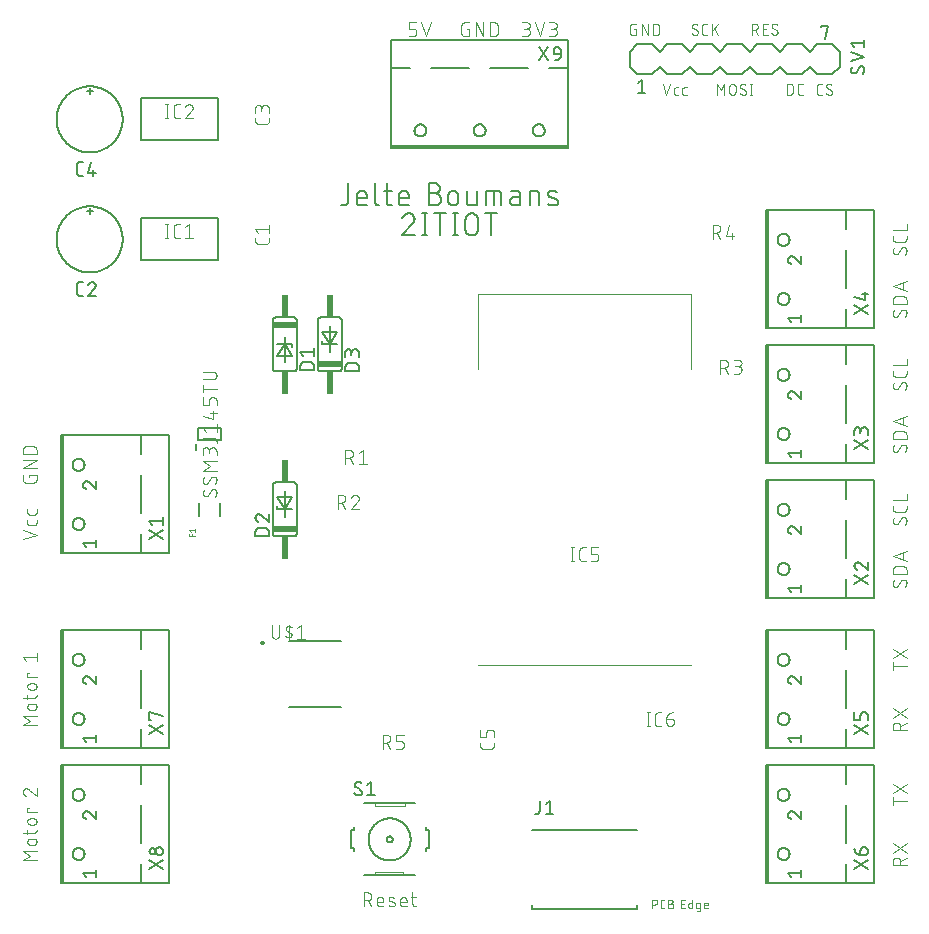
<source format=gbr>
G04 EAGLE Gerber RS-274X export*
G75*
%MOMM*%
%FSLAX34Y34*%
%LPD*%
%INSilkscreen Top*%
%IPPOS*%
%AMOC8*
5,1,8,0,0,1.08239X$1,22.5*%
G01*
%ADD10C,0.101600*%
%ADD11C,0.152400*%
%ADD12C,0.076200*%
%ADD13C,0.127000*%
%ADD14R,2.032000X0.508000*%
%ADD15R,0.508000X1.905000*%
%ADD16C,0.050800*%
%ADD17C,0.203200*%
%ADD18C,0.100000*%
%ADD19C,0.200000*%
%ADD20C,0.177800*%


D10*
X19558Y317557D02*
X31242Y321452D01*
X19558Y325346D01*
X31242Y331484D02*
X31242Y334080D01*
X31242Y331484D02*
X31240Y331397D01*
X31234Y331309D01*
X31224Y331223D01*
X31211Y331136D01*
X31193Y331051D01*
X31172Y330966D01*
X31147Y330882D01*
X31118Y330800D01*
X31085Y330719D01*
X31049Y330639D01*
X31010Y330561D01*
X30966Y330485D01*
X30920Y330411D01*
X30870Y330340D01*
X30817Y330270D01*
X30761Y330203D01*
X30702Y330139D01*
X30640Y330077D01*
X30576Y330018D01*
X30509Y329962D01*
X30439Y329909D01*
X30368Y329859D01*
X30294Y329813D01*
X30218Y329769D01*
X30140Y329730D01*
X30060Y329694D01*
X29979Y329661D01*
X29897Y329632D01*
X29813Y329607D01*
X29728Y329586D01*
X29643Y329568D01*
X29556Y329555D01*
X29470Y329545D01*
X29382Y329539D01*
X29295Y329537D01*
X29295Y329536D02*
X25400Y329536D01*
X25400Y329537D02*
X25313Y329539D01*
X25225Y329545D01*
X25139Y329555D01*
X25052Y329568D01*
X24967Y329586D01*
X24882Y329607D01*
X24798Y329632D01*
X24716Y329661D01*
X24635Y329694D01*
X24555Y329730D01*
X24477Y329769D01*
X24401Y329813D01*
X24327Y329859D01*
X24256Y329909D01*
X24186Y329962D01*
X24119Y330018D01*
X24055Y330077D01*
X23993Y330139D01*
X23934Y330203D01*
X23878Y330270D01*
X23825Y330340D01*
X23775Y330411D01*
X23729Y330485D01*
X23685Y330561D01*
X23646Y330639D01*
X23610Y330719D01*
X23577Y330800D01*
X23548Y330882D01*
X23523Y330966D01*
X23502Y331051D01*
X23484Y331136D01*
X23471Y331223D01*
X23461Y331309D01*
X23455Y331397D01*
X23453Y331484D01*
X23453Y334080D01*
X31242Y340247D02*
X31242Y342843D01*
X31242Y340247D02*
X31240Y340160D01*
X31234Y340072D01*
X31224Y339986D01*
X31211Y339899D01*
X31193Y339814D01*
X31172Y339729D01*
X31147Y339645D01*
X31118Y339563D01*
X31085Y339482D01*
X31049Y339402D01*
X31010Y339324D01*
X30966Y339248D01*
X30920Y339174D01*
X30870Y339103D01*
X30817Y339033D01*
X30761Y338966D01*
X30702Y338902D01*
X30640Y338840D01*
X30576Y338781D01*
X30509Y338725D01*
X30439Y338672D01*
X30368Y338622D01*
X30294Y338576D01*
X30218Y338532D01*
X30140Y338493D01*
X30060Y338457D01*
X29979Y338424D01*
X29897Y338395D01*
X29813Y338370D01*
X29728Y338349D01*
X29643Y338331D01*
X29556Y338318D01*
X29470Y338308D01*
X29382Y338302D01*
X29295Y338300D01*
X29295Y338299D02*
X25400Y338299D01*
X25400Y338300D02*
X25313Y338302D01*
X25225Y338308D01*
X25139Y338318D01*
X25052Y338331D01*
X24967Y338349D01*
X24882Y338370D01*
X24798Y338395D01*
X24716Y338424D01*
X24635Y338457D01*
X24555Y338493D01*
X24477Y338532D01*
X24401Y338576D01*
X24327Y338622D01*
X24256Y338672D01*
X24186Y338725D01*
X24119Y338781D01*
X24055Y338840D01*
X23993Y338902D01*
X23934Y338966D01*
X23878Y339033D01*
X23825Y339103D01*
X23775Y339174D01*
X23729Y339248D01*
X23685Y339324D01*
X23646Y339402D01*
X23610Y339482D01*
X23577Y339563D01*
X23548Y339645D01*
X23523Y339729D01*
X23502Y339814D01*
X23484Y339899D01*
X23471Y339986D01*
X23461Y340072D01*
X23455Y340160D01*
X23453Y340247D01*
X23453Y342843D01*
X24751Y370106D02*
X24751Y372054D01*
X31242Y372054D01*
X31242Y368159D01*
X31240Y368060D01*
X31234Y367960D01*
X31225Y367861D01*
X31212Y367763D01*
X31195Y367665D01*
X31174Y367567D01*
X31149Y367471D01*
X31121Y367376D01*
X31089Y367282D01*
X31054Y367189D01*
X31015Y367097D01*
X30972Y367007D01*
X30927Y366919D01*
X30877Y366832D01*
X30825Y366748D01*
X30769Y366665D01*
X30711Y366585D01*
X30649Y366507D01*
X30584Y366432D01*
X30516Y366359D01*
X30446Y366289D01*
X30373Y366221D01*
X30298Y366156D01*
X30220Y366094D01*
X30140Y366036D01*
X30057Y365980D01*
X29973Y365928D01*
X29886Y365878D01*
X29798Y365833D01*
X29708Y365790D01*
X29616Y365751D01*
X29523Y365716D01*
X29429Y365684D01*
X29334Y365656D01*
X29238Y365631D01*
X29140Y365610D01*
X29042Y365593D01*
X28944Y365580D01*
X28845Y365571D01*
X28745Y365565D01*
X28646Y365563D01*
X22154Y365563D01*
X22154Y365562D02*
X22055Y365564D01*
X21955Y365570D01*
X21856Y365579D01*
X21758Y365592D01*
X21660Y365610D01*
X21562Y365630D01*
X21466Y365655D01*
X21370Y365683D01*
X21276Y365715D01*
X21183Y365750D01*
X21092Y365789D01*
X21002Y365832D01*
X20913Y365877D01*
X20827Y365927D01*
X20742Y365979D01*
X20660Y366035D01*
X20580Y366094D01*
X20502Y366155D01*
X20426Y366220D01*
X20353Y366288D01*
X20283Y366358D01*
X20215Y366431D01*
X20150Y366507D01*
X20089Y366585D01*
X20030Y366665D01*
X19974Y366747D01*
X19922Y366832D01*
X19873Y366918D01*
X19827Y367007D01*
X19784Y367097D01*
X19745Y367188D01*
X19710Y367281D01*
X19678Y367375D01*
X19650Y367471D01*
X19625Y367567D01*
X19605Y367665D01*
X19587Y367763D01*
X19574Y367861D01*
X19565Y367960D01*
X19559Y368059D01*
X19557Y368159D01*
X19558Y368159D02*
X19558Y372054D01*
X19558Y377754D02*
X31242Y377754D01*
X31242Y384246D02*
X19558Y377754D01*
X19558Y384246D02*
X31242Y384246D01*
X31242Y389946D02*
X19558Y389946D01*
X19558Y393192D01*
X19560Y393305D01*
X19566Y393418D01*
X19576Y393531D01*
X19590Y393644D01*
X19607Y393756D01*
X19629Y393867D01*
X19654Y393977D01*
X19684Y394087D01*
X19717Y394195D01*
X19754Y394302D01*
X19794Y394408D01*
X19839Y394512D01*
X19887Y394615D01*
X19938Y394716D01*
X19993Y394815D01*
X20051Y394912D01*
X20113Y395007D01*
X20178Y395100D01*
X20246Y395190D01*
X20317Y395278D01*
X20392Y395364D01*
X20469Y395447D01*
X20549Y395527D01*
X20632Y395604D01*
X20718Y395679D01*
X20806Y395750D01*
X20896Y395818D01*
X20989Y395883D01*
X21084Y395945D01*
X21181Y396003D01*
X21280Y396058D01*
X21381Y396109D01*
X21484Y396157D01*
X21588Y396202D01*
X21694Y396242D01*
X21801Y396279D01*
X21909Y396312D01*
X22019Y396342D01*
X22129Y396367D01*
X22240Y396389D01*
X22352Y396406D01*
X22465Y396420D01*
X22578Y396430D01*
X22691Y396436D01*
X22804Y396438D01*
X27996Y396438D01*
X28109Y396436D01*
X28222Y396430D01*
X28335Y396420D01*
X28448Y396406D01*
X28560Y396389D01*
X28671Y396367D01*
X28781Y396342D01*
X28891Y396312D01*
X28999Y396279D01*
X29106Y396242D01*
X29212Y396202D01*
X29316Y396157D01*
X29419Y396109D01*
X29520Y396058D01*
X29619Y396003D01*
X29716Y395945D01*
X29811Y395883D01*
X29904Y395818D01*
X29994Y395750D01*
X30082Y395679D01*
X30168Y395604D01*
X30251Y395527D01*
X30331Y395447D01*
X30408Y395364D01*
X30483Y395278D01*
X30554Y395190D01*
X30622Y395100D01*
X30687Y395007D01*
X30749Y394912D01*
X30807Y394815D01*
X30862Y394716D01*
X30913Y394615D01*
X30961Y394512D01*
X31006Y394408D01*
X31046Y394302D01*
X31083Y394195D01*
X31116Y394087D01*
X31146Y393977D01*
X31171Y393867D01*
X31193Y393756D01*
X31210Y393644D01*
X31224Y393531D01*
X31234Y393418D01*
X31240Y393305D01*
X31242Y393192D01*
X31242Y389946D01*
X31242Y160069D02*
X19558Y160069D01*
X26049Y163964D01*
X19558Y167859D01*
X31242Y167859D01*
X28646Y173179D02*
X26049Y173179D01*
X25948Y173181D01*
X25848Y173187D01*
X25748Y173197D01*
X25648Y173210D01*
X25549Y173228D01*
X25450Y173249D01*
X25353Y173274D01*
X25256Y173303D01*
X25161Y173336D01*
X25067Y173372D01*
X24975Y173412D01*
X24884Y173455D01*
X24795Y173502D01*
X24708Y173552D01*
X24622Y173606D01*
X24539Y173663D01*
X24459Y173723D01*
X24380Y173786D01*
X24304Y173853D01*
X24231Y173922D01*
X24161Y173994D01*
X24093Y174068D01*
X24028Y174145D01*
X23967Y174225D01*
X23908Y174307D01*
X23853Y174391D01*
X23801Y174477D01*
X23752Y174565D01*
X23707Y174655D01*
X23665Y174747D01*
X23627Y174840D01*
X23593Y174935D01*
X23562Y175030D01*
X23535Y175127D01*
X23512Y175225D01*
X23492Y175324D01*
X23477Y175424D01*
X23465Y175524D01*
X23457Y175624D01*
X23453Y175725D01*
X23453Y175825D01*
X23457Y175926D01*
X23465Y176026D01*
X23477Y176126D01*
X23492Y176226D01*
X23512Y176325D01*
X23535Y176423D01*
X23562Y176520D01*
X23593Y176615D01*
X23627Y176710D01*
X23665Y176803D01*
X23707Y176895D01*
X23752Y176985D01*
X23801Y177073D01*
X23853Y177159D01*
X23908Y177243D01*
X23967Y177325D01*
X24028Y177405D01*
X24093Y177482D01*
X24161Y177556D01*
X24231Y177628D01*
X24304Y177697D01*
X24380Y177764D01*
X24459Y177827D01*
X24539Y177887D01*
X24622Y177944D01*
X24708Y177998D01*
X24795Y178048D01*
X24884Y178095D01*
X24975Y178138D01*
X25067Y178178D01*
X25161Y178214D01*
X25256Y178247D01*
X25353Y178276D01*
X25450Y178301D01*
X25549Y178322D01*
X25648Y178340D01*
X25748Y178353D01*
X25848Y178363D01*
X25948Y178369D01*
X26049Y178371D01*
X26049Y178372D02*
X28646Y178372D01*
X28646Y178371D02*
X28747Y178369D01*
X28847Y178363D01*
X28947Y178353D01*
X29047Y178340D01*
X29146Y178322D01*
X29245Y178301D01*
X29342Y178276D01*
X29439Y178247D01*
X29534Y178214D01*
X29628Y178178D01*
X29720Y178138D01*
X29811Y178095D01*
X29900Y178048D01*
X29987Y177998D01*
X30073Y177944D01*
X30156Y177887D01*
X30236Y177827D01*
X30315Y177764D01*
X30391Y177697D01*
X30464Y177628D01*
X30534Y177556D01*
X30602Y177482D01*
X30667Y177405D01*
X30728Y177325D01*
X30787Y177243D01*
X30842Y177159D01*
X30894Y177073D01*
X30943Y176985D01*
X30988Y176895D01*
X31030Y176803D01*
X31068Y176710D01*
X31102Y176615D01*
X31133Y176520D01*
X31160Y176423D01*
X31183Y176325D01*
X31203Y176226D01*
X31218Y176126D01*
X31230Y176026D01*
X31238Y175926D01*
X31242Y175825D01*
X31242Y175725D01*
X31238Y175624D01*
X31230Y175524D01*
X31218Y175424D01*
X31203Y175324D01*
X31183Y175225D01*
X31160Y175127D01*
X31133Y175030D01*
X31102Y174935D01*
X31068Y174840D01*
X31030Y174747D01*
X30988Y174655D01*
X30943Y174565D01*
X30894Y174477D01*
X30842Y174391D01*
X30787Y174307D01*
X30728Y174225D01*
X30667Y174145D01*
X30602Y174068D01*
X30534Y173994D01*
X30464Y173922D01*
X30391Y173853D01*
X30315Y173786D01*
X30236Y173723D01*
X30156Y173663D01*
X30073Y173606D01*
X29987Y173552D01*
X29900Y173502D01*
X29811Y173455D01*
X29720Y173412D01*
X29628Y173372D01*
X29534Y173336D01*
X29439Y173303D01*
X29342Y173274D01*
X29245Y173249D01*
X29146Y173228D01*
X29047Y173210D01*
X28947Y173197D01*
X28847Y173187D01*
X28747Y173181D01*
X28646Y173179D01*
X23453Y182117D02*
X23453Y186012D01*
X19558Y183416D02*
X29295Y183416D01*
X29382Y183418D01*
X29470Y183424D01*
X29556Y183434D01*
X29643Y183447D01*
X29728Y183465D01*
X29813Y183486D01*
X29897Y183511D01*
X29979Y183540D01*
X30060Y183573D01*
X30140Y183609D01*
X30218Y183648D01*
X30294Y183692D01*
X30368Y183738D01*
X30439Y183788D01*
X30509Y183841D01*
X30576Y183897D01*
X30640Y183956D01*
X30702Y184018D01*
X30761Y184082D01*
X30817Y184149D01*
X30870Y184219D01*
X30920Y184290D01*
X30966Y184364D01*
X31010Y184440D01*
X31049Y184518D01*
X31085Y184598D01*
X31118Y184679D01*
X31147Y184761D01*
X31172Y184845D01*
X31193Y184930D01*
X31211Y185015D01*
X31224Y185102D01*
X31234Y185188D01*
X31240Y185276D01*
X31242Y185363D01*
X31242Y186012D01*
X28646Y190324D02*
X26049Y190324D01*
X25948Y190326D01*
X25848Y190332D01*
X25748Y190342D01*
X25648Y190355D01*
X25549Y190373D01*
X25450Y190394D01*
X25353Y190419D01*
X25256Y190448D01*
X25161Y190481D01*
X25067Y190517D01*
X24975Y190557D01*
X24884Y190600D01*
X24795Y190647D01*
X24708Y190697D01*
X24622Y190751D01*
X24539Y190808D01*
X24459Y190868D01*
X24380Y190931D01*
X24304Y190998D01*
X24231Y191067D01*
X24161Y191139D01*
X24093Y191213D01*
X24028Y191290D01*
X23967Y191370D01*
X23908Y191452D01*
X23853Y191536D01*
X23801Y191622D01*
X23752Y191710D01*
X23707Y191800D01*
X23665Y191892D01*
X23627Y191985D01*
X23593Y192080D01*
X23562Y192175D01*
X23535Y192272D01*
X23512Y192370D01*
X23492Y192469D01*
X23477Y192569D01*
X23465Y192669D01*
X23457Y192769D01*
X23453Y192870D01*
X23453Y192970D01*
X23457Y193071D01*
X23465Y193171D01*
X23477Y193271D01*
X23492Y193371D01*
X23512Y193470D01*
X23535Y193568D01*
X23562Y193665D01*
X23593Y193760D01*
X23627Y193855D01*
X23665Y193948D01*
X23707Y194040D01*
X23752Y194130D01*
X23801Y194218D01*
X23853Y194304D01*
X23908Y194388D01*
X23967Y194470D01*
X24028Y194550D01*
X24093Y194627D01*
X24161Y194701D01*
X24231Y194773D01*
X24304Y194842D01*
X24380Y194909D01*
X24459Y194972D01*
X24539Y195032D01*
X24622Y195089D01*
X24708Y195143D01*
X24795Y195193D01*
X24884Y195240D01*
X24975Y195283D01*
X25067Y195323D01*
X25161Y195359D01*
X25256Y195392D01*
X25353Y195421D01*
X25450Y195446D01*
X25549Y195467D01*
X25648Y195485D01*
X25748Y195498D01*
X25848Y195508D01*
X25948Y195514D01*
X26049Y195516D01*
X26049Y195517D02*
X28646Y195517D01*
X28646Y195516D02*
X28747Y195514D01*
X28847Y195508D01*
X28947Y195498D01*
X29047Y195485D01*
X29146Y195467D01*
X29245Y195446D01*
X29342Y195421D01*
X29439Y195392D01*
X29534Y195359D01*
X29628Y195323D01*
X29720Y195283D01*
X29811Y195240D01*
X29900Y195193D01*
X29987Y195143D01*
X30073Y195089D01*
X30156Y195032D01*
X30236Y194972D01*
X30315Y194909D01*
X30391Y194842D01*
X30464Y194773D01*
X30534Y194701D01*
X30602Y194627D01*
X30667Y194550D01*
X30728Y194470D01*
X30787Y194388D01*
X30842Y194304D01*
X30894Y194218D01*
X30943Y194130D01*
X30988Y194040D01*
X31030Y193948D01*
X31068Y193855D01*
X31102Y193760D01*
X31133Y193665D01*
X31160Y193568D01*
X31183Y193470D01*
X31203Y193371D01*
X31218Y193271D01*
X31230Y193171D01*
X31238Y193071D01*
X31242Y192970D01*
X31242Y192870D01*
X31238Y192769D01*
X31230Y192669D01*
X31218Y192569D01*
X31203Y192469D01*
X31183Y192370D01*
X31160Y192272D01*
X31133Y192175D01*
X31102Y192080D01*
X31068Y191985D01*
X31030Y191892D01*
X30988Y191800D01*
X30943Y191710D01*
X30894Y191622D01*
X30842Y191536D01*
X30787Y191452D01*
X30728Y191370D01*
X30667Y191290D01*
X30602Y191213D01*
X30534Y191139D01*
X30464Y191067D01*
X30391Y190998D01*
X30315Y190931D01*
X30236Y190868D01*
X30156Y190808D01*
X30073Y190751D01*
X29987Y190697D01*
X29900Y190647D01*
X29811Y190600D01*
X29720Y190557D01*
X29628Y190517D01*
X29534Y190481D01*
X29439Y190448D01*
X29342Y190419D01*
X29245Y190394D01*
X29146Y190373D01*
X29047Y190355D01*
X28947Y190342D01*
X28847Y190332D01*
X28747Y190326D01*
X28646Y190324D01*
X31242Y200677D02*
X23453Y200677D01*
X23453Y204572D01*
X24751Y204572D01*
X22154Y214440D02*
X19558Y217685D01*
X31242Y217685D01*
X31242Y214440D02*
X31242Y220931D01*
X31242Y45769D02*
X19558Y45769D01*
X26049Y49664D01*
X19558Y53559D01*
X31242Y53559D01*
X28646Y58879D02*
X26049Y58879D01*
X25948Y58881D01*
X25848Y58887D01*
X25748Y58897D01*
X25648Y58910D01*
X25549Y58928D01*
X25450Y58949D01*
X25353Y58974D01*
X25256Y59003D01*
X25161Y59036D01*
X25067Y59072D01*
X24975Y59112D01*
X24884Y59155D01*
X24795Y59202D01*
X24708Y59252D01*
X24622Y59306D01*
X24539Y59363D01*
X24459Y59423D01*
X24380Y59486D01*
X24304Y59553D01*
X24231Y59622D01*
X24161Y59694D01*
X24093Y59768D01*
X24028Y59845D01*
X23967Y59925D01*
X23908Y60007D01*
X23853Y60091D01*
X23801Y60177D01*
X23752Y60265D01*
X23707Y60355D01*
X23665Y60447D01*
X23627Y60540D01*
X23593Y60635D01*
X23562Y60730D01*
X23535Y60827D01*
X23512Y60925D01*
X23492Y61024D01*
X23477Y61124D01*
X23465Y61224D01*
X23457Y61324D01*
X23453Y61425D01*
X23453Y61525D01*
X23457Y61626D01*
X23465Y61726D01*
X23477Y61826D01*
X23492Y61926D01*
X23512Y62025D01*
X23535Y62123D01*
X23562Y62220D01*
X23593Y62315D01*
X23627Y62410D01*
X23665Y62503D01*
X23707Y62595D01*
X23752Y62685D01*
X23801Y62773D01*
X23853Y62859D01*
X23908Y62943D01*
X23967Y63025D01*
X24028Y63105D01*
X24093Y63182D01*
X24161Y63256D01*
X24231Y63328D01*
X24304Y63397D01*
X24380Y63464D01*
X24459Y63527D01*
X24539Y63587D01*
X24622Y63644D01*
X24708Y63698D01*
X24795Y63748D01*
X24884Y63795D01*
X24975Y63838D01*
X25067Y63878D01*
X25161Y63914D01*
X25256Y63947D01*
X25353Y63976D01*
X25450Y64001D01*
X25549Y64022D01*
X25648Y64040D01*
X25748Y64053D01*
X25848Y64063D01*
X25948Y64069D01*
X26049Y64071D01*
X26049Y64072D02*
X28646Y64072D01*
X28646Y64071D02*
X28747Y64069D01*
X28847Y64063D01*
X28947Y64053D01*
X29047Y64040D01*
X29146Y64022D01*
X29245Y64001D01*
X29342Y63976D01*
X29439Y63947D01*
X29534Y63914D01*
X29628Y63878D01*
X29720Y63838D01*
X29811Y63795D01*
X29900Y63748D01*
X29987Y63698D01*
X30073Y63644D01*
X30156Y63587D01*
X30236Y63527D01*
X30315Y63464D01*
X30391Y63397D01*
X30464Y63328D01*
X30534Y63256D01*
X30602Y63182D01*
X30667Y63105D01*
X30728Y63025D01*
X30787Y62943D01*
X30842Y62859D01*
X30894Y62773D01*
X30943Y62685D01*
X30988Y62595D01*
X31030Y62503D01*
X31068Y62410D01*
X31102Y62315D01*
X31133Y62220D01*
X31160Y62123D01*
X31183Y62025D01*
X31203Y61926D01*
X31218Y61826D01*
X31230Y61726D01*
X31238Y61626D01*
X31242Y61525D01*
X31242Y61425D01*
X31238Y61324D01*
X31230Y61224D01*
X31218Y61124D01*
X31203Y61024D01*
X31183Y60925D01*
X31160Y60827D01*
X31133Y60730D01*
X31102Y60635D01*
X31068Y60540D01*
X31030Y60447D01*
X30988Y60355D01*
X30943Y60265D01*
X30894Y60177D01*
X30842Y60091D01*
X30787Y60007D01*
X30728Y59925D01*
X30667Y59845D01*
X30602Y59768D01*
X30534Y59694D01*
X30464Y59622D01*
X30391Y59553D01*
X30315Y59486D01*
X30236Y59423D01*
X30156Y59363D01*
X30073Y59306D01*
X29987Y59252D01*
X29900Y59202D01*
X29811Y59155D01*
X29720Y59112D01*
X29628Y59072D01*
X29534Y59036D01*
X29439Y59003D01*
X29342Y58974D01*
X29245Y58949D01*
X29146Y58928D01*
X29047Y58910D01*
X28947Y58897D01*
X28847Y58887D01*
X28747Y58881D01*
X28646Y58879D01*
X23453Y67817D02*
X23453Y71712D01*
X19558Y69116D02*
X29295Y69116D01*
X29382Y69118D01*
X29470Y69124D01*
X29556Y69134D01*
X29643Y69147D01*
X29728Y69165D01*
X29813Y69186D01*
X29897Y69211D01*
X29979Y69240D01*
X30060Y69273D01*
X30140Y69309D01*
X30218Y69348D01*
X30294Y69392D01*
X30368Y69438D01*
X30439Y69488D01*
X30509Y69541D01*
X30576Y69597D01*
X30640Y69656D01*
X30702Y69718D01*
X30761Y69782D01*
X30817Y69849D01*
X30870Y69919D01*
X30920Y69990D01*
X30966Y70064D01*
X31010Y70140D01*
X31049Y70218D01*
X31085Y70298D01*
X31118Y70379D01*
X31147Y70461D01*
X31172Y70545D01*
X31193Y70630D01*
X31211Y70715D01*
X31224Y70802D01*
X31234Y70888D01*
X31240Y70976D01*
X31242Y71063D01*
X31242Y71712D01*
X28646Y76024D02*
X26049Y76024D01*
X25948Y76026D01*
X25848Y76032D01*
X25748Y76042D01*
X25648Y76055D01*
X25549Y76073D01*
X25450Y76094D01*
X25353Y76119D01*
X25256Y76148D01*
X25161Y76181D01*
X25067Y76217D01*
X24975Y76257D01*
X24884Y76300D01*
X24795Y76347D01*
X24708Y76397D01*
X24622Y76451D01*
X24539Y76508D01*
X24459Y76568D01*
X24380Y76631D01*
X24304Y76698D01*
X24231Y76767D01*
X24161Y76839D01*
X24093Y76913D01*
X24028Y76990D01*
X23967Y77070D01*
X23908Y77152D01*
X23853Y77236D01*
X23801Y77322D01*
X23752Y77410D01*
X23707Y77500D01*
X23665Y77592D01*
X23627Y77685D01*
X23593Y77780D01*
X23562Y77875D01*
X23535Y77972D01*
X23512Y78070D01*
X23492Y78169D01*
X23477Y78269D01*
X23465Y78369D01*
X23457Y78469D01*
X23453Y78570D01*
X23453Y78670D01*
X23457Y78771D01*
X23465Y78871D01*
X23477Y78971D01*
X23492Y79071D01*
X23512Y79170D01*
X23535Y79268D01*
X23562Y79365D01*
X23593Y79460D01*
X23627Y79555D01*
X23665Y79648D01*
X23707Y79740D01*
X23752Y79830D01*
X23801Y79918D01*
X23853Y80004D01*
X23908Y80088D01*
X23967Y80170D01*
X24028Y80250D01*
X24093Y80327D01*
X24161Y80401D01*
X24231Y80473D01*
X24304Y80542D01*
X24380Y80609D01*
X24459Y80672D01*
X24539Y80732D01*
X24622Y80789D01*
X24708Y80843D01*
X24795Y80893D01*
X24884Y80940D01*
X24975Y80983D01*
X25067Y81023D01*
X25161Y81059D01*
X25256Y81092D01*
X25353Y81121D01*
X25450Y81146D01*
X25549Y81167D01*
X25648Y81185D01*
X25748Y81198D01*
X25848Y81208D01*
X25948Y81214D01*
X26049Y81216D01*
X26049Y81217D02*
X28646Y81217D01*
X28646Y81216D02*
X28747Y81214D01*
X28847Y81208D01*
X28947Y81198D01*
X29047Y81185D01*
X29146Y81167D01*
X29245Y81146D01*
X29342Y81121D01*
X29439Y81092D01*
X29534Y81059D01*
X29628Y81023D01*
X29720Y80983D01*
X29811Y80940D01*
X29900Y80893D01*
X29987Y80843D01*
X30073Y80789D01*
X30156Y80732D01*
X30236Y80672D01*
X30315Y80609D01*
X30391Y80542D01*
X30464Y80473D01*
X30534Y80401D01*
X30602Y80327D01*
X30667Y80250D01*
X30728Y80170D01*
X30787Y80088D01*
X30842Y80004D01*
X30894Y79918D01*
X30943Y79830D01*
X30988Y79740D01*
X31030Y79648D01*
X31068Y79555D01*
X31102Y79460D01*
X31133Y79365D01*
X31160Y79268D01*
X31183Y79170D01*
X31203Y79071D01*
X31218Y78971D01*
X31230Y78871D01*
X31238Y78771D01*
X31242Y78670D01*
X31242Y78570D01*
X31238Y78469D01*
X31230Y78369D01*
X31218Y78269D01*
X31203Y78169D01*
X31183Y78070D01*
X31160Y77972D01*
X31133Y77875D01*
X31102Y77780D01*
X31068Y77685D01*
X31030Y77592D01*
X30988Y77500D01*
X30943Y77410D01*
X30894Y77322D01*
X30842Y77236D01*
X30787Y77152D01*
X30728Y77070D01*
X30667Y76990D01*
X30602Y76913D01*
X30534Y76839D01*
X30464Y76767D01*
X30391Y76698D01*
X30315Y76631D01*
X30236Y76568D01*
X30156Y76508D01*
X30073Y76451D01*
X29987Y76397D01*
X29900Y76347D01*
X29811Y76300D01*
X29720Y76257D01*
X29628Y76217D01*
X29534Y76181D01*
X29439Y76148D01*
X29342Y76119D01*
X29245Y76094D01*
X29146Y76073D01*
X29047Y76055D01*
X28947Y76042D01*
X28847Y76032D01*
X28747Y76026D01*
X28646Y76024D01*
X31242Y86377D02*
X23453Y86377D01*
X23453Y90272D01*
X24751Y90272D01*
X19558Y103710D02*
X19560Y103817D01*
X19566Y103923D01*
X19576Y104029D01*
X19589Y104135D01*
X19607Y104241D01*
X19628Y104345D01*
X19653Y104449D01*
X19682Y104552D01*
X19714Y104653D01*
X19751Y104753D01*
X19791Y104852D01*
X19834Y104950D01*
X19881Y105046D01*
X19932Y105140D01*
X19986Y105232D01*
X20043Y105322D01*
X20103Y105410D01*
X20167Y105495D01*
X20234Y105578D01*
X20304Y105659D01*
X20376Y105737D01*
X20452Y105813D01*
X20530Y105885D01*
X20611Y105955D01*
X20694Y106022D01*
X20779Y106086D01*
X20867Y106146D01*
X20957Y106203D01*
X21049Y106257D01*
X21143Y106308D01*
X21239Y106355D01*
X21337Y106398D01*
X21436Y106438D01*
X21536Y106475D01*
X21637Y106507D01*
X21740Y106536D01*
X21844Y106561D01*
X21948Y106582D01*
X22054Y106600D01*
X22160Y106613D01*
X22266Y106623D01*
X22372Y106629D01*
X22479Y106631D01*
X19558Y103710D02*
X19560Y103589D01*
X19566Y103468D01*
X19576Y103348D01*
X19589Y103227D01*
X19607Y103108D01*
X19628Y102988D01*
X19653Y102870D01*
X19682Y102753D01*
X19715Y102636D01*
X19751Y102521D01*
X19792Y102407D01*
X19835Y102294D01*
X19883Y102182D01*
X19934Y102073D01*
X19989Y101965D01*
X20047Y101858D01*
X20108Y101754D01*
X20173Y101652D01*
X20241Y101552D01*
X20312Y101454D01*
X20386Y101358D01*
X20463Y101265D01*
X20544Y101175D01*
X20627Y101087D01*
X20713Y101002D01*
X20802Y100919D01*
X20893Y100840D01*
X20987Y100763D01*
X21083Y100690D01*
X21181Y100620D01*
X21282Y100553D01*
X21385Y100489D01*
X21490Y100429D01*
X21597Y100371D01*
X21705Y100318D01*
X21815Y100268D01*
X21927Y100222D01*
X22040Y100179D01*
X22155Y100140D01*
X24751Y105656D02*
X24673Y105735D01*
X24593Y105811D01*
X24510Y105884D01*
X24424Y105954D01*
X24337Y106021D01*
X24246Y106085D01*
X24154Y106145D01*
X24060Y106203D01*
X23963Y106257D01*
X23865Y106307D01*
X23765Y106354D01*
X23664Y106398D01*
X23561Y106438D01*
X23456Y106474D01*
X23351Y106506D01*
X23244Y106535D01*
X23137Y106560D01*
X23028Y106582D01*
X22919Y106599D01*
X22810Y106613D01*
X22700Y106622D01*
X22589Y106628D01*
X22479Y106630D01*
X24751Y105657D02*
X31242Y100140D01*
X31242Y106631D01*
D11*
X294991Y604379D02*
X294991Y618998D01*
X294991Y604379D02*
X294989Y604253D01*
X294983Y604127D01*
X294974Y604001D01*
X294961Y603876D01*
X294943Y603751D01*
X294923Y603626D01*
X294898Y603502D01*
X294870Y603379D01*
X294838Y603257D01*
X294802Y603136D01*
X294763Y603016D01*
X294720Y602898D01*
X294673Y602781D01*
X294623Y602665D01*
X294569Y602550D01*
X294513Y602438D01*
X294452Y602327D01*
X294389Y602218D01*
X294322Y602111D01*
X294252Y602006D01*
X294178Y601903D01*
X294102Y601803D01*
X294023Y601705D01*
X293941Y601609D01*
X293855Y601516D01*
X293768Y601425D01*
X293677Y601338D01*
X293584Y601252D01*
X293488Y601170D01*
X293390Y601091D01*
X293290Y601015D01*
X293187Y600941D01*
X293082Y600871D01*
X292975Y600804D01*
X292866Y600741D01*
X292755Y600680D01*
X292643Y600624D01*
X292528Y600570D01*
X292412Y600520D01*
X292295Y600473D01*
X292177Y600430D01*
X292057Y600391D01*
X291936Y600355D01*
X291814Y600323D01*
X291691Y600295D01*
X291567Y600270D01*
X291442Y600250D01*
X291317Y600232D01*
X291192Y600219D01*
X291066Y600210D01*
X290940Y600204D01*
X290814Y600202D01*
X288726Y600202D01*
X305576Y600202D02*
X310797Y600202D01*
X305576Y600202D02*
X305464Y600204D01*
X305352Y600210D01*
X305241Y600220D01*
X305130Y600234D01*
X305020Y600252D01*
X304910Y600274D01*
X304801Y600299D01*
X304693Y600329D01*
X304587Y600362D01*
X304481Y600400D01*
X304377Y600440D01*
X304275Y600485D01*
X304174Y600533D01*
X304075Y600585D01*
X303977Y600641D01*
X303882Y600699D01*
X303789Y600761D01*
X303698Y600827D01*
X303610Y600896D01*
X303524Y600967D01*
X303441Y601042D01*
X303361Y601120D01*
X303283Y601200D01*
X303208Y601283D01*
X303137Y601369D01*
X303068Y601457D01*
X303002Y601548D01*
X302940Y601641D01*
X302882Y601736D01*
X302826Y601834D01*
X302774Y601933D01*
X302726Y602034D01*
X302681Y602136D01*
X302641Y602240D01*
X302603Y602346D01*
X302570Y602452D01*
X302540Y602560D01*
X302515Y602669D01*
X302493Y602779D01*
X302475Y602889D01*
X302461Y603000D01*
X302451Y603111D01*
X302445Y603223D01*
X302443Y603335D01*
X302443Y608556D01*
X302445Y608683D01*
X302451Y608811D01*
X302460Y608938D01*
X302474Y609064D01*
X302491Y609191D01*
X302513Y609316D01*
X302538Y609441D01*
X302567Y609565D01*
X302599Y609688D01*
X302636Y609810D01*
X302676Y609931D01*
X302720Y610051D01*
X302767Y610169D01*
X302818Y610286D01*
X302873Y610401D01*
X302931Y610514D01*
X302992Y610626D01*
X303057Y610736D01*
X303125Y610843D01*
X303196Y610949D01*
X303271Y611052D01*
X303349Y611153D01*
X303429Y611252D01*
X303513Y611348D01*
X303600Y611441D01*
X303689Y611532D01*
X303781Y611620D01*
X303876Y611705D01*
X303973Y611787D01*
X304073Y611867D01*
X304175Y611943D01*
X304280Y612016D01*
X304386Y612085D01*
X304495Y612152D01*
X304605Y612215D01*
X304718Y612275D01*
X304832Y612331D01*
X304948Y612384D01*
X305066Y612433D01*
X305185Y612479D01*
X305305Y612521D01*
X305427Y612559D01*
X305549Y612593D01*
X305673Y612624D01*
X305797Y612651D01*
X305923Y612674D01*
X306048Y612694D01*
X306175Y612709D01*
X306302Y612721D01*
X306429Y612729D01*
X306556Y612733D01*
X306684Y612733D01*
X306811Y612729D01*
X306938Y612721D01*
X307065Y612709D01*
X307192Y612694D01*
X307317Y612674D01*
X307443Y612651D01*
X307567Y612624D01*
X307691Y612593D01*
X307813Y612559D01*
X307935Y612521D01*
X308055Y612479D01*
X308174Y612433D01*
X308292Y612384D01*
X308408Y612331D01*
X308522Y612275D01*
X308635Y612215D01*
X308745Y612152D01*
X308854Y612085D01*
X308960Y612016D01*
X309065Y611943D01*
X309167Y611867D01*
X309267Y611787D01*
X309364Y611705D01*
X309459Y611620D01*
X309551Y611532D01*
X309640Y611441D01*
X309727Y611348D01*
X309811Y611252D01*
X309891Y611153D01*
X309969Y611052D01*
X310044Y610949D01*
X310115Y610843D01*
X310183Y610736D01*
X310248Y610626D01*
X310309Y610514D01*
X310367Y610401D01*
X310422Y610286D01*
X310473Y610169D01*
X310520Y610051D01*
X310564Y609931D01*
X310604Y609810D01*
X310641Y609688D01*
X310673Y609565D01*
X310702Y609441D01*
X310727Y609316D01*
X310749Y609191D01*
X310766Y609064D01*
X310780Y608938D01*
X310789Y608811D01*
X310795Y608683D01*
X310797Y608556D01*
X310797Y606467D01*
X302443Y606467D01*
X317926Y603335D02*
X317926Y618998D01*
X317926Y603335D02*
X317928Y603223D01*
X317934Y603111D01*
X317944Y603000D01*
X317958Y602889D01*
X317976Y602779D01*
X317998Y602669D01*
X318023Y602560D01*
X318053Y602452D01*
X318086Y602346D01*
X318124Y602240D01*
X318164Y602136D01*
X318209Y602034D01*
X318257Y601933D01*
X318309Y601834D01*
X318365Y601736D01*
X318423Y601641D01*
X318485Y601548D01*
X318551Y601457D01*
X318620Y601369D01*
X318691Y601283D01*
X318766Y601200D01*
X318844Y601120D01*
X318924Y601042D01*
X319007Y600967D01*
X319093Y600896D01*
X319181Y600827D01*
X319272Y600761D01*
X319365Y600699D01*
X319460Y600641D01*
X319558Y600585D01*
X319657Y600533D01*
X319758Y600485D01*
X319860Y600440D01*
X319964Y600400D01*
X320070Y600362D01*
X320176Y600329D01*
X320284Y600299D01*
X320393Y600274D01*
X320503Y600252D01*
X320613Y600234D01*
X320724Y600220D01*
X320835Y600210D01*
X320947Y600204D01*
X321059Y600202D01*
X325522Y612733D02*
X331787Y612733D01*
X327610Y618998D02*
X327610Y603335D01*
X327612Y603223D01*
X327618Y603111D01*
X327628Y603000D01*
X327642Y602889D01*
X327660Y602779D01*
X327682Y602669D01*
X327707Y602560D01*
X327737Y602452D01*
X327770Y602346D01*
X327808Y602240D01*
X327848Y602136D01*
X327893Y602034D01*
X327941Y601933D01*
X327993Y601834D01*
X328049Y601736D01*
X328107Y601641D01*
X328169Y601548D01*
X328235Y601457D01*
X328304Y601369D01*
X328375Y601283D01*
X328450Y601200D01*
X328528Y601120D01*
X328608Y601042D01*
X328691Y600967D01*
X328777Y600896D01*
X328865Y600827D01*
X328956Y600761D01*
X329049Y600699D01*
X329144Y600641D01*
X329242Y600585D01*
X329341Y600533D01*
X329442Y600485D01*
X329544Y600440D01*
X329648Y600400D01*
X329754Y600362D01*
X329860Y600329D01*
X329968Y600299D01*
X330077Y600274D01*
X330187Y600252D01*
X330297Y600234D01*
X330408Y600220D01*
X330519Y600210D01*
X330631Y600204D01*
X330743Y600202D01*
X331787Y600202D01*
X341113Y600202D02*
X346334Y600202D01*
X341113Y600202D02*
X341001Y600204D01*
X340889Y600210D01*
X340778Y600220D01*
X340667Y600234D01*
X340557Y600252D01*
X340447Y600274D01*
X340338Y600299D01*
X340230Y600329D01*
X340124Y600362D01*
X340018Y600400D01*
X339914Y600440D01*
X339812Y600485D01*
X339711Y600533D01*
X339612Y600585D01*
X339514Y600641D01*
X339419Y600699D01*
X339326Y600761D01*
X339235Y600827D01*
X339147Y600896D01*
X339061Y600967D01*
X338978Y601042D01*
X338898Y601120D01*
X338820Y601200D01*
X338745Y601283D01*
X338674Y601369D01*
X338605Y601457D01*
X338539Y601548D01*
X338477Y601641D01*
X338419Y601736D01*
X338363Y601834D01*
X338311Y601933D01*
X338263Y602034D01*
X338218Y602136D01*
X338178Y602240D01*
X338140Y602346D01*
X338107Y602452D01*
X338077Y602560D01*
X338052Y602669D01*
X338030Y602779D01*
X338012Y602889D01*
X337998Y603000D01*
X337988Y603111D01*
X337982Y603223D01*
X337980Y603335D01*
X337980Y608556D01*
X337982Y608683D01*
X337988Y608811D01*
X337997Y608938D01*
X338011Y609064D01*
X338028Y609191D01*
X338050Y609316D01*
X338075Y609441D01*
X338104Y609565D01*
X338136Y609688D01*
X338173Y609810D01*
X338213Y609931D01*
X338257Y610051D01*
X338304Y610169D01*
X338355Y610286D01*
X338410Y610401D01*
X338468Y610514D01*
X338529Y610626D01*
X338594Y610736D01*
X338662Y610843D01*
X338733Y610949D01*
X338808Y611052D01*
X338886Y611153D01*
X338966Y611252D01*
X339050Y611348D01*
X339137Y611441D01*
X339226Y611532D01*
X339318Y611620D01*
X339413Y611705D01*
X339510Y611787D01*
X339610Y611867D01*
X339712Y611943D01*
X339817Y612016D01*
X339923Y612085D01*
X340032Y612152D01*
X340142Y612215D01*
X340255Y612275D01*
X340369Y612331D01*
X340485Y612384D01*
X340603Y612433D01*
X340722Y612479D01*
X340842Y612521D01*
X340964Y612559D01*
X341086Y612593D01*
X341210Y612624D01*
X341334Y612651D01*
X341460Y612674D01*
X341585Y612694D01*
X341712Y612709D01*
X341839Y612721D01*
X341966Y612729D01*
X342093Y612733D01*
X342221Y612733D01*
X342348Y612729D01*
X342475Y612721D01*
X342602Y612709D01*
X342729Y612694D01*
X342854Y612674D01*
X342980Y612651D01*
X343104Y612624D01*
X343228Y612593D01*
X343350Y612559D01*
X343472Y612521D01*
X343592Y612479D01*
X343711Y612433D01*
X343829Y612384D01*
X343945Y612331D01*
X344059Y612275D01*
X344172Y612215D01*
X344282Y612152D01*
X344391Y612085D01*
X344497Y612016D01*
X344602Y611943D01*
X344704Y611867D01*
X344804Y611787D01*
X344901Y611705D01*
X344996Y611620D01*
X345088Y611532D01*
X345177Y611441D01*
X345264Y611348D01*
X345348Y611252D01*
X345428Y611153D01*
X345506Y611052D01*
X345581Y610949D01*
X345652Y610843D01*
X345720Y610736D01*
X345785Y610626D01*
X345846Y610514D01*
X345904Y610401D01*
X345959Y610286D01*
X346010Y610169D01*
X346057Y610051D01*
X346101Y609931D01*
X346141Y609810D01*
X346178Y609688D01*
X346210Y609565D01*
X346239Y609441D01*
X346264Y609316D01*
X346286Y609191D01*
X346303Y609064D01*
X346317Y608938D01*
X346326Y608811D01*
X346332Y608683D01*
X346334Y608556D01*
X346334Y606467D01*
X337980Y606467D01*
X363337Y610644D02*
X368558Y610644D01*
X368701Y610642D01*
X368843Y610636D01*
X368985Y610626D01*
X369127Y610613D01*
X369269Y610595D01*
X369410Y610574D01*
X369550Y610549D01*
X369690Y610520D01*
X369829Y610487D01*
X369967Y610450D01*
X370103Y610410D01*
X370239Y610366D01*
X370373Y610318D01*
X370506Y610267D01*
X370638Y610212D01*
X370768Y610153D01*
X370896Y610091D01*
X371023Y610025D01*
X371148Y609956D01*
X371271Y609884D01*
X371392Y609808D01*
X371510Y609729D01*
X371627Y609647D01*
X371741Y609561D01*
X371853Y609473D01*
X371962Y609381D01*
X372069Y609287D01*
X372173Y609190D01*
X372275Y609090D01*
X372374Y608987D01*
X372470Y608881D01*
X372563Y608773D01*
X372653Y608662D01*
X372740Y608549D01*
X372823Y608434D01*
X372904Y608316D01*
X372981Y608196D01*
X373056Y608075D01*
X373126Y607951D01*
X373194Y607825D01*
X373258Y607697D01*
X373318Y607568D01*
X373375Y607437D01*
X373428Y607305D01*
X373478Y607171D01*
X373523Y607036D01*
X373566Y606900D01*
X373604Y606763D01*
X373639Y606624D01*
X373670Y606485D01*
X373697Y606345D01*
X373720Y606205D01*
X373740Y606063D01*
X373755Y605921D01*
X373767Y605779D01*
X373775Y605637D01*
X373779Y605494D01*
X373779Y605352D01*
X373775Y605209D01*
X373767Y605067D01*
X373755Y604925D01*
X373740Y604783D01*
X373720Y604641D01*
X373697Y604501D01*
X373670Y604361D01*
X373639Y604222D01*
X373604Y604083D01*
X373566Y603946D01*
X373523Y603810D01*
X373478Y603675D01*
X373428Y603541D01*
X373375Y603409D01*
X373318Y603278D01*
X373258Y603149D01*
X373194Y603021D01*
X373126Y602895D01*
X373056Y602771D01*
X372981Y602650D01*
X372904Y602530D01*
X372823Y602412D01*
X372740Y602297D01*
X372653Y602184D01*
X372563Y602073D01*
X372470Y601965D01*
X372374Y601859D01*
X372275Y601756D01*
X372173Y601656D01*
X372069Y601559D01*
X371962Y601465D01*
X371853Y601373D01*
X371741Y601285D01*
X371627Y601199D01*
X371510Y601117D01*
X371392Y601038D01*
X371271Y600962D01*
X371148Y600890D01*
X371023Y600821D01*
X370896Y600755D01*
X370768Y600693D01*
X370638Y600634D01*
X370506Y600579D01*
X370373Y600528D01*
X370239Y600480D01*
X370103Y600436D01*
X369967Y600396D01*
X369829Y600359D01*
X369690Y600326D01*
X369550Y600297D01*
X369410Y600272D01*
X369269Y600251D01*
X369127Y600233D01*
X368985Y600220D01*
X368843Y600210D01*
X368701Y600204D01*
X368558Y600202D01*
X363337Y600202D01*
X363337Y618998D01*
X368558Y618998D01*
X368685Y618996D01*
X368813Y618990D01*
X368940Y618981D01*
X369066Y618967D01*
X369193Y618950D01*
X369318Y618928D01*
X369443Y618903D01*
X369567Y618874D01*
X369690Y618842D01*
X369812Y618805D01*
X369933Y618765D01*
X370053Y618721D01*
X370171Y618674D01*
X370288Y618623D01*
X370403Y618568D01*
X370516Y618510D01*
X370628Y618449D01*
X370738Y618384D01*
X370845Y618316D01*
X370951Y618245D01*
X371054Y618170D01*
X371155Y618092D01*
X371254Y618012D01*
X371350Y617928D01*
X371443Y617841D01*
X371534Y617752D01*
X371622Y617660D01*
X371707Y617565D01*
X371789Y617468D01*
X371869Y617368D01*
X371945Y617266D01*
X372018Y617161D01*
X372087Y617055D01*
X372154Y616946D01*
X372217Y616836D01*
X372277Y616723D01*
X372333Y616609D01*
X372386Y616493D01*
X372435Y616375D01*
X372481Y616256D01*
X372523Y616136D01*
X372561Y616014D01*
X372595Y615892D01*
X372626Y615768D01*
X372653Y615644D01*
X372676Y615518D01*
X372696Y615393D01*
X372711Y615266D01*
X372723Y615139D01*
X372731Y615012D01*
X372735Y614885D01*
X372735Y614757D01*
X372731Y614630D01*
X372723Y614503D01*
X372711Y614376D01*
X372696Y614249D01*
X372676Y614124D01*
X372653Y613998D01*
X372626Y613874D01*
X372595Y613750D01*
X372561Y613628D01*
X372523Y613506D01*
X372481Y613386D01*
X372435Y613267D01*
X372386Y613149D01*
X372333Y613033D01*
X372277Y612919D01*
X372217Y612806D01*
X372154Y612696D01*
X372087Y612587D01*
X372018Y612481D01*
X371945Y612376D01*
X371869Y612274D01*
X371789Y612174D01*
X371707Y612077D01*
X371622Y611982D01*
X371534Y611890D01*
X371443Y611801D01*
X371350Y611714D01*
X371254Y611630D01*
X371155Y611550D01*
X371054Y611472D01*
X370951Y611397D01*
X370845Y611326D01*
X370738Y611258D01*
X370628Y611193D01*
X370516Y611132D01*
X370403Y611074D01*
X370288Y611019D01*
X370171Y610968D01*
X370053Y610921D01*
X369933Y610877D01*
X369812Y610837D01*
X369690Y610800D01*
X369567Y610768D01*
X369443Y610739D01*
X369318Y610714D01*
X369193Y610692D01*
X369066Y610675D01*
X368940Y610661D01*
X368813Y610652D01*
X368685Y610646D01*
X368558Y610644D01*
X379925Y608556D02*
X379925Y604379D01*
X379925Y608556D02*
X379927Y608683D01*
X379933Y608811D01*
X379942Y608938D01*
X379956Y609064D01*
X379973Y609191D01*
X379995Y609316D01*
X380020Y609441D01*
X380049Y609565D01*
X380081Y609688D01*
X380118Y609810D01*
X380158Y609931D01*
X380202Y610051D01*
X380249Y610169D01*
X380300Y610286D01*
X380355Y610401D01*
X380413Y610514D01*
X380474Y610626D01*
X380539Y610736D01*
X380607Y610843D01*
X380678Y610949D01*
X380753Y611052D01*
X380831Y611153D01*
X380911Y611252D01*
X380995Y611348D01*
X381082Y611441D01*
X381171Y611532D01*
X381263Y611620D01*
X381358Y611705D01*
X381455Y611787D01*
X381555Y611867D01*
X381657Y611943D01*
X381762Y612016D01*
X381868Y612085D01*
X381977Y612152D01*
X382087Y612215D01*
X382200Y612275D01*
X382314Y612331D01*
X382430Y612384D01*
X382548Y612433D01*
X382667Y612479D01*
X382787Y612521D01*
X382909Y612559D01*
X383031Y612593D01*
X383155Y612624D01*
X383279Y612651D01*
X383405Y612674D01*
X383530Y612694D01*
X383657Y612709D01*
X383784Y612721D01*
X383911Y612729D01*
X384038Y612733D01*
X384166Y612733D01*
X384293Y612729D01*
X384420Y612721D01*
X384547Y612709D01*
X384674Y612694D01*
X384799Y612674D01*
X384925Y612651D01*
X385049Y612624D01*
X385173Y612593D01*
X385295Y612559D01*
X385417Y612521D01*
X385537Y612479D01*
X385656Y612433D01*
X385774Y612384D01*
X385890Y612331D01*
X386004Y612275D01*
X386117Y612215D01*
X386227Y612152D01*
X386336Y612085D01*
X386442Y612016D01*
X386547Y611943D01*
X386649Y611867D01*
X386749Y611787D01*
X386846Y611705D01*
X386941Y611620D01*
X387033Y611532D01*
X387122Y611441D01*
X387209Y611348D01*
X387293Y611252D01*
X387373Y611153D01*
X387451Y611052D01*
X387526Y610949D01*
X387597Y610843D01*
X387665Y610736D01*
X387730Y610626D01*
X387791Y610514D01*
X387849Y610401D01*
X387904Y610286D01*
X387955Y610169D01*
X388002Y610051D01*
X388046Y609931D01*
X388086Y609810D01*
X388123Y609688D01*
X388155Y609565D01*
X388184Y609441D01*
X388209Y609316D01*
X388231Y609191D01*
X388248Y609064D01*
X388262Y608938D01*
X388271Y608811D01*
X388277Y608683D01*
X388279Y608556D01*
X388279Y604379D01*
X388277Y604252D01*
X388271Y604124D01*
X388262Y603997D01*
X388248Y603871D01*
X388231Y603744D01*
X388209Y603619D01*
X388184Y603494D01*
X388155Y603370D01*
X388123Y603247D01*
X388086Y603125D01*
X388046Y603004D01*
X388002Y602884D01*
X387955Y602766D01*
X387904Y602649D01*
X387849Y602534D01*
X387791Y602421D01*
X387730Y602309D01*
X387665Y602199D01*
X387597Y602092D01*
X387526Y601986D01*
X387451Y601883D01*
X387373Y601782D01*
X387293Y601683D01*
X387209Y601587D01*
X387122Y601494D01*
X387033Y601403D01*
X386941Y601315D01*
X386846Y601230D01*
X386749Y601148D01*
X386649Y601068D01*
X386547Y600992D01*
X386442Y600919D01*
X386336Y600850D01*
X386227Y600783D01*
X386117Y600720D01*
X386004Y600660D01*
X385890Y600604D01*
X385774Y600551D01*
X385656Y600502D01*
X385537Y600456D01*
X385417Y600414D01*
X385295Y600376D01*
X385173Y600342D01*
X385049Y600311D01*
X384925Y600284D01*
X384799Y600261D01*
X384674Y600241D01*
X384547Y600226D01*
X384420Y600214D01*
X384293Y600206D01*
X384166Y600202D01*
X384038Y600202D01*
X383911Y600206D01*
X383784Y600214D01*
X383657Y600226D01*
X383530Y600241D01*
X383405Y600261D01*
X383279Y600284D01*
X383155Y600311D01*
X383031Y600342D01*
X382909Y600376D01*
X382787Y600414D01*
X382667Y600456D01*
X382548Y600502D01*
X382430Y600551D01*
X382314Y600604D01*
X382200Y600660D01*
X382087Y600720D01*
X381977Y600783D01*
X381868Y600850D01*
X381762Y600919D01*
X381657Y600992D01*
X381555Y601068D01*
X381455Y601148D01*
X381358Y601230D01*
X381263Y601315D01*
X381171Y601403D01*
X381082Y601494D01*
X380995Y601587D01*
X380911Y601683D01*
X380831Y601782D01*
X380753Y601883D01*
X380678Y601986D01*
X380607Y602092D01*
X380539Y602199D01*
X380474Y602309D01*
X380413Y602421D01*
X380355Y602534D01*
X380300Y602649D01*
X380249Y602766D01*
X380202Y602884D01*
X380158Y603004D01*
X380118Y603125D01*
X380081Y603247D01*
X380049Y603370D01*
X380020Y603494D01*
X379995Y603619D01*
X379973Y603744D01*
X379956Y603871D01*
X379942Y603997D01*
X379933Y604124D01*
X379927Y604252D01*
X379925Y604379D01*
X395655Y603335D02*
X395655Y612733D01*
X395654Y603335D02*
X395656Y603223D01*
X395662Y603111D01*
X395672Y603000D01*
X395686Y602889D01*
X395704Y602779D01*
X395726Y602669D01*
X395751Y602560D01*
X395781Y602452D01*
X395814Y602346D01*
X395852Y602240D01*
X395892Y602136D01*
X395937Y602034D01*
X395985Y601933D01*
X396037Y601834D01*
X396093Y601736D01*
X396151Y601641D01*
X396213Y601548D01*
X396279Y601457D01*
X396348Y601369D01*
X396419Y601283D01*
X396494Y601200D01*
X396572Y601120D01*
X396652Y601042D01*
X396735Y600967D01*
X396821Y600896D01*
X396909Y600827D01*
X397000Y600761D01*
X397093Y600699D01*
X397188Y600641D01*
X397286Y600585D01*
X397385Y600533D01*
X397486Y600485D01*
X397588Y600440D01*
X397692Y600400D01*
X397798Y600362D01*
X397904Y600329D01*
X398012Y600299D01*
X398121Y600274D01*
X398231Y600252D01*
X398341Y600234D01*
X398452Y600220D01*
X398563Y600210D01*
X398675Y600204D01*
X398787Y600202D01*
X404009Y600202D01*
X404009Y612733D01*
X412209Y612733D02*
X412209Y600202D01*
X412209Y612733D02*
X421607Y612733D01*
X421719Y612731D01*
X421831Y612725D01*
X421942Y612715D01*
X422053Y612701D01*
X422163Y612683D01*
X422273Y612661D01*
X422382Y612636D01*
X422490Y612606D01*
X422596Y612573D01*
X422702Y612535D01*
X422806Y612495D01*
X422908Y612450D01*
X423009Y612402D01*
X423108Y612350D01*
X423206Y612294D01*
X423301Y612236D01*
X423394Y612174D01*
X423485Y612108D01*
X423573Y612039D01*
X423659Y611968D01*
X423742Y611893D01*
X423822Y611815D01*
X423900Y611735D01*
X423975Y611652D01*
X424046Y611566D01*
X424115Y611478D01*
X424181Y611387D01*
X424243Y611294D01*
X424301Y611199D01*
X424357Y611101D01*
X424409Y611002D01*
X424457Y610901D01*
X424502Y610799D01*
X424542Y610695D01*
X424580Y610589D01*
X424613Y610483D01*
X424643Y610375D01*
X424668Y610266D01*
X424690Y610156D01*
X424708Y610046D01*
X424722Y609935D01*
X424732Y609824D01*
X424738Y609712D01*
X424740Y609600D01*
X424739Y609600D02*
X424739Y600202D01*
X418474Y600202D02*
X418474Y612733D01*
X435947Y607512D02*
X440646Y607512D01*
X435947Y607512D02*
X435827Y607510D01*
X435708Y607504D01*
X435589Y607494D01*
X435470Y607481D01*
X435352Y607463D01*
X435234Y607442D01*
X435117Y607417D01*
X435001Y607387D01*
X434886Y607355D01*
X434772Y607318D01*
X434660Y607278D01*
X434548Y607234D01*
X434439Y607186D01*
X434330Y607135D01*
X434224Y607080D01*
X434120Y607022D01*
X434017Y606961D01*
X433916Y606896D01*
X433818Y606828D01*
X433722Y606757D01*
X433628Y606682D01*
X433537Y606605D01*
X433448Y606525D01*
X433363Y606441D01*
X433279Y606356D01*
X433199Y606267D01*
X433122Y606176D01*
X433047Y606082D01*
X432976Y605986D01*
X432908Y605888D01*
X432843Y605787D01*
X432782Y605685D01*
X432724Y605580D01*
X432669Y605474D01*
X432618Y605365D01*
X432570Y605256D01*
X432526Y605144D01*
X432486Y605032D01*
X432449Y604918D01*
X432417Y604803D01*
X432387Y604687D01*
X432362Y604570D01*
X432341Y604452D01*
X432323Y604334D01*
X432310Y604215D01*
X432300Y604096D01*
X432294Y603977D01*
X432292Y603857D01*
X432294Y603737D01*
X432300Y603618D01*
X432310Y603499D01*
X432323Y603380D01*
X432341Y603262D01*
X432362Y603144D01*
X432387Y603027D01*
X432417Y602911D01*
X432449Y602796D01*
X432486Y602682D01*
X432526Y602570D01*
X432570Y602458D01*
X432618Y602349D01*
X432669Y602240D01*
X432724Y602134D01*
X432782Y602030D01*
X432843Y601927D01*
X432908Y601826D01*
X432976Y601728D01*
X433047Y601632D01*
X433122Y601538D01*
X433199Y601447D01*
X433279Y601358D01*
X433363Y601273D01*
X433448Y601189D01*
X433537Y601109D01*
X433628Y601032D01*
X433722Y600957D01*
X433818Y600886D01*
X433916Y600818D01*
X434017Y600753D01*
X434120Y600692D01*
X434224Y600634D01*
X434330Y600579D01*
X434439Y600528D01*
X434548Y600480D01*
X434660Y600436D01*
X434772Y600396D01*
X434886Y600359D01*
X435001Y600327D01*
X435117Y600297D01*
X435234Y600272D01*
X435352Y600251D01*
X435470Y600233D01*
X435589Y600220D01*
X435708Y600210D01*
X435827Y600204D01*
X435947Y600202D01*
X440646Y600202D01*
X440646Y609600D01*
X440647Y609600D02*
X440645Y609712D01*
X440639Y609824D01*
X440629Y609935D01*
X440615Y610046D01*
X440597Y610156D01*
X440575Y610266D01*
X440550Y610375D01*
X440520Y610483D01*
X440487Y610589D01*
X440449Y610695D01*
X440409Y610799D01*
X440364Y610901D01*
X440316Y611002D01*
X440264Y611101D01*
X440208Y611199D01*
X440150Y611294D01*
X440088Y611387D01*
X440022Y611478D01*
X439953Y611566D01*
X439882Y611652D01*
X439807Y611735D01*
X439729Y611815D01*
X439649Y611893D01*
X439566Y611968D01*
X439480Y612039D01*
X439392Y612108D01*
X439301Y612174D01*
X439208Y612236D01*
X439113Y612294D01*
X439015Y612350D01*
X438916Y612402D01*
X438815Y612450D01*
X438713Y612495D01*
X438609Y612535D01*
X438503Y612573D01*
X438397Y612606D01*
X438289Y612636D01*
X438180Y612661D01*
X438070Y612683D01*
X437960Y612701D01*
X437849Y612715D01*
X437738Y612725D01*
X437626Y612731D01*
X437514Y612733D01*
X433337Y612733D01*
X448669Y612733D02*
X448669Y600202D01*
X448669Y612733D02*
X453890Y612733D01*
X454002Y612731D01*
X454114Y612725D01*
X454225Y612715D01*
X454336Y612701D01*
X454446Y612683D01*
X454556Y612661D01*
X454665Y612636D01*
X454773Y612606D01*
X454879Y612573D01*
X454985Y612535D01*
X455089Y612495D01*
X455191Y612450D01*
X455292Y612402D01*
X455391Y612350D01*
X455489Y612294D01*
X455584Y612236D01*
X455677Y612174D01*
X455768Y612108D01*
X455856Y612039D01*
X455942Y611968D01*
X456025Y611893D01*
X456105Y611815D01*
X456183Y611735D01*
X456258Y611652D01*
X456329Y611566D01*
X456398Y611478D01*
X456464Y611387D01*
X456526Y611294D01*
X456584Y611199D01*
X456640Y611101D01*
X456692Y611002D01*
X456740Y610901D01*
X456785Y610799D01*
X456825Y610695D01*
X456863Y610589D01*
X456896Y610483D01*
X456926Y610375D01*
X456951Y610266D01*
X456973Y610156D01*
X456991Y610046D01*
X457005Y609935D01*
X457015Y609824D01*
X457021Y609712D01*
X457023Y609600D01*
X457023Y600202D01*
X465965Y607512D02*
X471186Y605423D01*
X465964Y607511D02*
X465869Y607551D01*
X465776Y607594D01*
X465685Y607641D01*
X465595Y607692D01*
X465507Y607746D01*
X465422Y607803D01*
X465338Y607864D01*
X465257Y607927D01*
X465179Y607994D01*
X465103Y608063D01*
X465030Y608136D01*
X464959Y608211D01*
X464892Y608289D01*
X464827Y608369D01*
X464766Y608452D01*
X464708Y608536D01*
X464653Y608624D01*
X464601Y608713D01*
X464553Y608804D01*
X464508Y608896D01*
X464467Y608991D01*
X464430Y609087D01*
X464396Y609184D01*
X464366Y609282D01*
X464340Y609382D01*
X464317Y609482D01*
X464298Y609583D01*
X464283Y609685D01*
X464272Y609788D01*
X464265Y609890D01*
X464262Y609993D01*
X464263Y610096D01*
X464268Y610199D01*
X464276Y610302D01*
X464289Y610404D01*
X464305Y610506D01*
X464325Y610606D01*
X464349Y610707D01*
X464377Y610806D01*
X464409Y610904D01*
X464444Y611000D01*
X464483Y611096D01*
X464525Y611189D01*
X464571Y611282D01*
X464621Y611372D01*
X464674Y611460D01*
X464730Y611546D01*
X464789Y611630D01*
X464852Y611712D01*
X464917Y611791D01*
X464986Y611868D01*
X465058Y611942D01*
X465132Y612014D01*
X465209Y612082D01*
X465288Y612147D01*
X465370Y612210D01*
X465454Y612269D01*
X465541Y612325D01*
X465629Y612378D01*
X465720Y612427D01*
X465812Y612473D01*
X465906Y612515D01*
X466001Y612554D01*
X466098Y612589D01*
X466196Y612620D01*
X466295Y612648D01*
X466395Y612671D01*
X466496Y612691D01*
X466598Y612707D01*
X466700Y612720D01*
X466803Y612728D01*
X466906Y612732D01*
X467009Y612733D01*
X467294Y612725D01*
X467579Y612711D01*
X467863Y612690D01*
X468147Y612662D01*
X468430Y612627D01*
X468712Y612585D01*
X468993Y612537D01*
X469273Y612482D01*
X469551Y612420D01*
X469828Y612351D01*
X470103Y612276D01*
X470376Y612194D01*
X470647Y612106D01*
X470916Y612011D01*
X471183Y611910D01*
X471447Y611802D01*
X471708Y611689D01*
X471186Y605423D02*
X471281Y605383D01*
X471374Y605340D01*
X471465Y605293D01*
X471555Y605242D01*
X471643Y605188D01*
X471728Y605131D01*
X471812Y605070D01*
X471893Y605007D01*
X471971Y604940D01*
X472047Y604871D01*
X472120Y604798D01*
X472191Y604723D01*
X472258Y604645D01*
X472323Y604565D01*
X472384Y604482D01*
X472442Y604398D01*
X472497Y604310D01*
X472549Y604221D01*
X472597Y604130D01*
X472642Y604038D01*
X472683Y603943D01*
X472720Y603847D01*
X472754Y603750D01*
X472784Y603652D01*
X472810Y603552D01*
X472833Y603452D01*
X472852Y603351D01*
X472867Y603249D01*
X472878Y603146D01*
X472885Y603044D01*
X472888Y602941D01*
X472887Y602838D01*
X472882Y602735D01*
X472874Y602632D01*
X472861Y602530D01*
X472845Y602428D01*
X472825Y602328D01*
X472801Y602227D01*
X472773Y602128D01*
X472741Y602030D01*
X472706Y601934D01*
X472667Y601838D01*
X472625Y601745D01*
X472579Y601652D01*
X472529Y601562D01*
X472476Y601474D01*
X472420Y601388D01*
X472361Y601304D01*
X472298Y601222D01*
X472233Y601143D01*
X472164Y601066D01*
X472092Y600992D01*
X472018Y600920D01*
X471941Y600852D01*
X471862Y600787D01*
X471780Y600724D01*
X471696Y600665D01*
X471609Y600609D01*
X471521Y600556D01*
X471430Y600507D01*
X471338Y600461D01*
X471244Y600419D01*
X471149Y600380D01*
X471052Y600345D01*
X470954Y600314D01*
X470855Y600286D01*
X470755Y600263D01*
X470654Y600243D01*
X470552Y600227D01*
X470450Y600214D01*
X470347Y600206D01*
X470244Y600202D01*
X470141Y600201D01*
X470141Y600203D02*
X469722Y600214D01*
X469304Y600235D01*
X468886Y600265D01*
X468470Y600306D01*
X468054Y600356D01*
X467639Y600417D01*
X467226Y600487D01*
X466815Y600566D01*
X466406Y600656D01*
X465999Y600755D01*
X465595Y600864D01*
X465193Y600982D01*
X464794Y601110D01*
X464398Y601247D01*
X351267Y588899D02*
X351265Y589033D01*
X351259Y589167D01*
X351250Y589301D01*
X351236Y589435D01*
X351219Y589568D01*
X351198Y589700D01*
X351173Y589832D01*
X351145Y589963D01*
X351113Y590094D01*
X351077Y590223D01*
X351037Y590351D01*
X350994Y590478D01*
X350947Y590604D01*
X350896Y590728D01*
X350842Y590851D01*
X350785Y590972D01*
X350724Y591092D01*
X350660Y591210D01*
X350592Y591326D01*
X350521Y591439D01*
X350447Y591551D01*
X350370Y591661D01*
X350289Y591768D01*
X350206Y591874D01*
X350119Y591976D01*
X350030Y592076D01*
X349938Y592174D01*
X349843Y592269D01*
X349745Y592361D01*
X349645Y592450D01*
X349543Y592537D01*
X349437Y592620D01*
X349330Y592701D01*
X349220Y592778D01*
X349108Y592852D01*
X348995Y592923D01*
X348879Y592991D01*
X348761Y593055D01*
X348641Y593116D01*
X348520Y593173D01*
X348397Y593227D01*
X348273Y593278D01*
X348147Y593325D01*
X348020Y593368D01*
X347892Y593408D01*
X347763Y593444D01*
X347632Y593476D01*
X347501Y593504D01*
X347369Y593529D01*
X347237Y593550D01*
X347104Y593567D01*
X346970Y593581D01*
X346836Y593590D01*
X346702Y593596D01*
X346568Y593598D01*
X346416Y593596D01*
X346264Y593590D01*
X346113Y593581D01*
X345962Y593567D01*
X345811Y593550D01*
X345660Y593529D01*
X345511Y593505D01*
X345361Y593476D01*
X345213Y593444D01*
X345066Y593408D01*
X344919Y593368D01*
X344773Y593325D01*
X344629Y593278D01*
X344486Y593228D01*
X344344Y593173D01*
X344204Y593116D01*
X344065Y593054D01*
X343927Y592990D01*
X343792Y592922D01*
X343658Y592850D01*
X343526Y592775D01*
X343395Y592697D01*
X343267Y592616D01*
X343141Y592531D01*
X343017Y592443D01*
X342896Y592352D01*
X342776Y592259D01*
X342659Y592162D01*
X342545Y592062D01*
X342433Y591959D01*
X342324Y591854D01*
X342217Y591746D01*
X342113Y591635D01*
X342012Y591522D01*
X341914Y591406D01*
X341819Y591288D01*
X341726Y591167D01*
X341637Y591044D01*
X341551Y590919D01*
X341468Y590792D01*
X341389Y590663D01*
X341312Y590531D01*
X341239Y590398D01*
X341170Y590263D01*
X341103Y590127D01*
X341041Y589988D01*
X340981Y589849D01*
X340925Y589707D01*
X340873Y589565D01*
X340825Y589421D01*
X349701Y585244D02*
X349801Y585343D01*
X349899Y585444D01*
X349994Y585548D01*
X350086Y585655D01*
X350175Y585764D01*
X350261Y585876D01*
X350344Y585990D01*
X350424Y586106D01*
X350500Y586225D01*
X350573Y586345D01*
X350643Y586468D01*
X350709Y586592D01*
X350772Y586718D01*
X350831Y586846D01*
X350886Y586976D01*
X350938Y587107D01*
X350986Y587239D01*
X351031Y587373D01*
X351072Y587508D01*
X351108Y587644D01*
X351142Y587781D01*
X351171Y587919D01*
X351196Y588057D01*
X351218Y588197D01*
X351236Y588336D01*
X351249Y588477D01*
X351259Y588617D01*
X351265Y588758D01*
X351267Y588899D01*
X349700Y585244D02*
X340825Y574802D01*
X351267Y574802D01*
X360027Y574802D02*
X360027Y593598D01*
X357939Y574802D02*
X362116Y574802D01*
X362116Y593598D02*
X357939Y593598D01*
X372844Y593598D02*
X372844Y574802D01*
X367623Y593598D02*
X378065Y593598D01*
X385661Y593598D02*
X385661Y574802D01*
X387749Y574802D02*
X383572Y574802D01*
X383572Y593598D02*
X387749Y593598D01*
X394421Y588377D02*
X394421Y580023D01*
X394421Y588377D02*
X394423Y588520D01*
X394429Y588662D01*
X394439Y588804D01*
X394452Y588946D01*
X394470Y589088D01*
X394491Y589229D01*
X394516Y589369D01*
X394545Y589509D01*
X394578Y589648D01*
X394615Y589786D01*
X394655Y589922D01*
X394699Y590058D01*
X394747Y590192D01*
X394798Y590325D01*
X394853Y590457D01*
X394912Y590587D01*
X394974Y590715D01*
X395040Y590842D01*
X395109Y590967D01*
X395181Y591090D01*
X395257Y591211D01*
X395336Y591329D01*
X395418Y591446D01*
X395504Y591560D01*
X395592Y591672D01*
X395684Y591781D01*
X395778Y591888D01*
X395875Y591992D01*
X395975Y592094D01*
X396078Y592193D01*
X396184Y592289D01*
X396292Y592382D01*
X396403Y592472D01*
X396516Y592559D01*
X396631Y592642D01*
X396749Y592723D01*
X396869Y592800D01*
X396990Y592875D01*
X397114Y592945D01*
X397240Y593013D01*
X397368Y593077D01*
X397497Y593137D01*
X397628Y593194D01*
X397760Y593247D01*
X397894Y593297D01*
X398029Y593342D01*
X398165Y593385D01*
X398302Y593423D01*
X398441Y593458D01*
X398580Y593489D01*
X398720Y593516D01*
X398860Y593539D01*
X399002Y593559D01*
X399144Y593574D01*
X399286Y593586D01*
X399428Y593594D01*
X399571Y593598D01*
X399713Y593598D01*
X399856Y593594D01*
X399998Y593586D01*
X400140Y593574D01*
X400282Y593559D01*
X400424Y593539D01*
X400564Y593516D01*
X400704Y593489D01*
X400843Y593458D01*
X400982Y593423D01*
X401119Y593385D01*
X401255Y593342D01*
X401390Y593297D01*
X401524Y593247D01*
X401656Y593194D01*
X401787Y593137D01*
X401916Y593077D01*
X402044Y593013D01*
X402170Y592945D01*
X402294Y592875D01*
X402415Y592800D01*
X402535Y592723D01*
X402653Y592642D01*
X402768Y592559D01*
X402881Y592472D01*
X402992Y592382D01*
X403100Y592289D01*
X403206Y592193D01*
X403309Y592094D01*
X403409Y591992D01*
X403506Y591888D01*
X403600Y591781D01*
X403692Y591672D01*
X403780Y591560D01*
X403866Y591446D01*
X403948Y591329D01*
X404027Y591211D01*
X404103Y591090D01*
X404175Y590967D01*
X404244Y590842D01*
X404310Y590715D01*
X404372Y590587D01*
X404431Y590457D01*
X404486Y590325D01*
X404537Y590192D01*
X404585Y590058D01*
X404629Y589922D01*
X404669Y589786D01*
X404706Y589648D01*
X404739Y589509D01*
X404768Y589369D01*
X404793Y589229D01*
X404814Y589088D01*
X404832Y588946D01*
X404845Y588804D01*
X404855Y588662D01*
X404861Y588520D01*
X404863Y588377D01*
X404863Y580023D01*
X404861Y579880D01*
X404855Y579738D01*
X404845Y579596D01*
X404832Y579454D01*
X404814Y579312D01*
X404793Y579171D01*
X404768Y579031D01*
X404739Y578891D01*
X404706Y578752D01*
X404669Y578614D01*
X404629Y578478D01*
X404585Y578342D01*
X404537Y578208D01*
X404486Y578075D01*
X404431Y577943D01*
X404372Y577813D01*
X404310Y577685D01*
X404244Y577558D01*
X404175Y577433D01*
X404103Y577310D01*
X404027Y577189D01*
X403948Y577071D01*
X403866Y576954D01*
X403780Y576840D01*
X403692Y576728D01*
X403600Y576619D01*
X403506Y576512D01*
X403409Y576408D01*
X403309Y576306D01*
X403206Y576207D01*
X403100Y576111D01*
X402992Y576018D01*
X402881Y575928D01*
X402768Y575841D01*
X402653Y575758D01*
X402535Y575677D01*
X402415Y575600D01*
X402294Y575525D01*
X402170Y575455D01*
X402044Y575387D01*
X401916Y575323D01*
X401787Y575263D01*
X401656Y575206D01*
X401524Y575153D01*
X401390Y575103D01*
X401255Y575058D01*
X401119Y575015D01*
X400982Y574977D01*
X400843Y574942D01*
X400704Y574911D01*
X400564Y574884D01*
X400424Y574861D01*
X400282Y574841D01*
X400140Y574826D01*
X399998Y574814D01*
X399856Y574806D01*
X399713Y574802D01*
X399571Y574802D01*
X399428Y574806D01*
X399286Y574814D01*
X399144Y574826D01*
X399002Y574841D01*
X398860Y574861D01*
X398720Y574884D01*
X398580Y574911D01*
X398441Y574942D01*
X398302Y574977D01*
X398165Y575015D01*
X398029Y575058D01*
X397894Y575103D01*
X397760Y575153D01*
X397628Y575206D01*
X397497Y575263D01*
X397368Y575323D01*
X397240Y575387D01*
X397114Y575455D01*
X396990Y575525D01*
X396869Y575600D01*
X396749Y575677D01*
X396631Y575758D01*
X396516Y575841D01*
X396403Y575928D01*
X396292Y576018D01*
X396184Y576111D01*
X396078Y576207D01*
X395975Y576306D01*
X395875Y576408D01*
X395778Y576512D01*
X395684Y576619D01*
X395592Y576728D01*
X395504Y576840D01*
X395418Y576954D01*
X395336Y577071D01*
X395257Y577189D01*
X395181Y577310D01*
X395109Y577433D01*
X395040Y577558D01*
X394974Y577685D01*
X394912Y577813D01*
X394853Y577943D01*
X394798Y578075D01*
X394747Y578208D01*
X394699Y578342D01*
X394655Y578478D01*
X394615Y578614D01*
X394578Y578752D01*
X394545Y578891D01*
X394516Y579031D01*
X394491Y579171D01*
X394470Y579312D01*
X394452Y579454D01*
X394439Y579596D01*
X394429Y579738D01*
X394423Y579880D01*
X394421Y580023D01*
X415954Y574802D02*
X415954Y593598D01*
X410733Y593598D02*
X421175Y593598D01*
D10*
X765246Y564905D02*
X765345Y564903D01*
X765445Y564897D01*
X765544Y564888D01*
X765642Y564875D01*
X765740Y564858D01*
X765838Y564837D01*
X765934Y564812D01*
X766029Y564784D01*
X766123Y564752D01*
X766216Y564717D01*
X766308Y564678D01*
X766398Y564635D01*
X766486Y564590D01*
X766573Y564540D01*
X766657Y564488D01*
X766740Y564432D01*
X766820Y564374D01*
X766898Y564312D01*
X766973Y564247D01*
X767046Y564179D01*
X767116Y564109D01*
X767184Y564036D01*
X767249Y563961D01*
X767311Y563883D01*
X767369Y563803D01*
X767425Y563720D01*
X767477Y563636D01*
X767527Y563549D01*
X767572Y563461D01*
X767615Y563371D01*
X767654Y563279D01*
X767689Y563186D01*
X767721Y563092D01*
X767749Y562997D01*
X767774Y562901D01*
X767795Y562803D01*
X767812Y562705D01*
X767825Y562607D01*
X767834Y562508D01*
X767840Y562408D01*
X767842Y562309D01*
X767840Y562165D01*
X767834Y562020D01*
X767825Y561876D01*
X767812Y561733D01*
X767795Y561589D01*
X767774Y561446D01*
X767749Y561304D01*
X767721Y561163D01*
X767689Y561022D01*
X767653Y560882D01*
X767614Y560743D01*
X767571Y560605D01*
X767524Y560469D01*
X767474Y560333D01*
X767420Y560199D01*
X767363Y560067D01*
X767302Y559936D01*
X767238Y559807D01*
X767170Y559679D01*
X767100Y559553D01*
X767025Y559429D01*
X766948Y559308D01*
X766867Y559188D01*
X766784Y559070D01*
X766697Y558955D01*
X766607Y558842D01*
X766514Y558731D01*
X766419Y558623D01*
X766320Y558517D01*
X766219Y558414D01*
X758754Y558740D02*
X758655Y558742D01*
X758555Y558748D01*
X758456Y558757D01*
X758358Y558770D01*
X758260Y558787D01*
X758162Y558808D01*
X758066Y558833D01*
X757971Y558861D01*
X757877Y558893D01*
X757784Y558928D01*
X757692Y558967D01*
X757602Y559010D01*
X757514Y559055D01*
X757427Y559105D01*
X757343Y559157D01*
X757260Y559213D01*
X757180Y559271D01*
X757102Y559333D01*
X757027Y559398D01*
X756954Y559466D01*
X756884Y559536D01*
X756816Y559609D01*
X756751Y559684D01*
X756689Y559762D01*
X756631Y559842D01*
X756575Y559925D01*
X756523Y560009D01*
X756473Y560096D01*
X756428Y560184D01*
X756385Y560274D01*
X756346Y560366D01*
X756311Y560459D01*
X756279Y560553D01*
X756251Y560648D01*
X756226Y560744D01*
X756205Y560842D01*
X756188Y560940D01*
X756175Y561038D01*
X756166Y561137D01*
X756160Y561237D01*
X756158Y561336D01*
X756160Y561472D01*
X756166Y561608D01*
X756175Y561744D01*
X756188Y561880D01*
X756206Y562015D01*
X756226Y562149D01*
X756251Y562283D01*
X756279Y562417D01*
X756312Y562549D01*
X756347Y562680D01*
X756387Y562811D01*
X756430Y562940D01*
X756476Y563068D01*
X756527Y563194D01*
X756580Y563320D01*
X756638Y563443D01*
X756698Y563565D01*
X756762Y563685D01*
X756830Y563804D01*
X756900Y563920D01*
X756974Y564034D01*
X757051Y564147D01*
X757132Y564257D01*
X761026Y560037D02*
X760973Y559951D01*
X760916Y559867D01*
X760857Y559785D01*
X760794Y559705D01*
X760728Y559628D01*
X760660Y559553D01*
X760588Y559481D01*
X760514Y559412D01*
X760437Y559346D01*
X760358Y559283D01*
X760276Y559223D01*
X760192Y559166D01*
X760106Y559112D01*
X760018Y559062D01*
X759928Y559015D01*
X759837Y558971D01*
X759743Y558932D01*
X759649Y558895D01*
X759553Y558863D01*
X759455Y558834D01*
X759357Y558809D01*
X759258Y558788D01*
X759158Y558770D01*
X759058Y558757D01*
X758957Y558747D01*
X758855Y558741D01*
X758754Y558739D01*
X762974Y563608D02*
X763027Y563694D01*
X763084Y563778D01*
X763143Y563860D01*
X763206Y563940D01*
X763272Y564017D01*
X763340Y564092D01*
X763412Y564164D01*
X763486Y564233D01*
X763563Y564299D01*
X763642Y564362D01*
X763724Y564422D01*
X763808Y564479D01*
X763894Y564533D01*
X763982Y564583D01*
X764072Y564630D01*
X764163Y564674D01*
X764257Y564713D01*
X764351Y564750D01*
X764447Y564782D01*
X764545Y564811D01*
X764643Y564836D01*
X764742Y564857D01*
X764842Y564875D01*
X764942Y564888D01*
X765043Y564898D01*
X765145Y564904D01*
X765246Y564906D01*
X762974Y563608D02*
X761026Y560038D01*
X767842Y572027D02*
X767842Y574623D01*
X767842Y572027D02*
X767840Y571928D01*
X767834Y571828D01*
X767825Y571729D01*
X767812Y571631D01*
X767795Y571533D01*
X767774Y571435D01*
X767749Y571339D01*
X767721Y571244D01*
X767689Y571150D01*
X767654Y571057D01*
X767615Y570965D01*
X767572Y570875D01*
X767527Y570787D01*
X767477Y570700D01*
X767425Y570616D01*
X767369Y570533D01*
X767311Y570453D01*
X767249Y570375D01*
X767184Y570300D01*
X767116Y570227D01*
X767046Y570157D01*
X766973Y570089D01*
X766898Y570024D01*
X766820Y569962D01*
X766740Y569904D01*
X766657Y569848D01*
X766573Y569796D01*
X766486Y569746D01*
X766398Y569701D01*
X766308Y569658D01*
X766216Y569619D01*
X766123Y569584D01*
X766029Y569552D01*
X765934Y569524D01*
X765838Y569499D01*
X765740Y569478D01*
X765642Y569461D01*
X765544Y569448D01*
X765445Y569439D01*
X765345Y569433D01*
X765246Y569431D01*
X758754Y569431D01*
X758754Y569430D02*
X758655Y569432D01*
X758555Y569438D01*
X758456Y569447D01*
X758358Y569460D01*
X758260Y569478D01*
X758162Y569498D01*
X758066Y569523D01*
X757970Y569551D01*
X757876Y569583D01*
X757783Y569618D01*
X757692Y569657D01*
X757602Y569700D01*
X757513Y569745D01*
X757427Y569795D01*
X757342Y569847D01*
X757260Y569903D01*
X757180Y569962D01*
X757102Y570023D01*
X757026Y570088D01*
X756953Y570156D01*
X756883Y570226D01*
X756815Y570299D01*
X756750Y570375D01*
X756689Y570453D01*
X756630Y570533D01*
X756574Y570615D01*
X756522Y570700D01*
X756473Y570786D01*
X756427Y570875D01*
X756384Y570965D01*
X756345Y571056D01*
X756310Y571149D01*
X756278Y571243D01*
X756250Y571339D01*
X756225Y571435D01*
X756205Y571533D01*
X756187Y571631D01*
X756174Y571729D01*
X756165Y571828D01*
X756159Y571927D01*
X756157Y572027D01*
X756158Y572027D02*
X756158Y574623D01*
X756158Y579392D02*
X767842Y579392D01*
X767842Y584585D01*
X765246Y512000D02*
X765345Y511998D01*
X765445Y511992D01*
X765544Y511983D01*
X765642Y511970D01*
X765740Y511953D01*
X765838Y511932D01*
X765934Y511907D01*
X766029Y511879D01*
X766123Y511847D01*
X766216Y511812D01*
X766308Y511773D01*
X766398Y511730D01*
X766486Y511685D01*
X766573Y511635D01*
X766657Y511583D01*
X766740Y511527D01*
X766820Y511469D01*
X766898Y511407D01*
X766973Y511342D01*
X767046Y511274D01*
X767116Y511204D01*
X767184Y511131D01*
X767249Y511056D01*
X767311Y510978D01*
X767369Y510898D01*
X767425Y510815D01*
X767477Y510731D01*
X767527Y510644D01*
X767572Y510556D01*
X767615Y510466D01*
X767654Y510374D01*
X767689Y510281D01*
X767721Y510187D01*
X767749Y510092D01*
X767774Y509996D01*
X767795Y509898D01*
X767812Y509800D01*
X767825Y509702D01*
X767834Y509603D01*
X767840Y509503D01*
X767842Y509404D01*
X767840Y509260D01*
X767834Y509115D01*
X767825Y508971D01*
X767812Y508828D01*
X767795Y508684D01*
X767774Y508541D01*
X767749Y508399D01*
X767721Y508258D01*
X767689Y508117D01*
X767653Y507977D01*
X767614Y507838D01*
X767571Y507700D01*
X767524Y507564D01*
X767474Y507428D01*
X767420Y507294D01*
X767363Y507162D01*
X767302Y507031D01*
X767238Y506902D01*
X767170Y506774D01*
X767100Y506648D01*
X767025Y506524D01*
X766948Y506403D01*
X766867Y506283D01*
X766784Y506165D01*
X766697Y506050D01*
X766607Y505937D01*
X766514Y505826D01*
X766419Y505718D01*
X766320Y505612D01*
X766219Y505509D01*
X758754Y505834D02*
X758655Y505836D01*
X758555Y505842D01*
X758456Y505851D01*
X758358Y505864D01*
X758260Y505881D01*
X758162Y505902D01*
X758066Y505927D01*
X757971Y505955D01*
X757877Y505987D01*
X757784Y506022D01*
X757692Y506061D01*
X757602Y506104D01*
X757514Y506149D01*
X757427Y506199D01*
X757343Y506251D01*
X757260Y506307D01*
X757180Y506365D01*
X757102Y506427D01*
X757027Y506492D01*
X756954Y506560D01*
X756884Y506630D01*
X756816Y506703D01*
X756751Y506778D01*
X756689Y506856D01*
X756631Y506936D01*
X756575Y507019D01*
X756523Y507103D01*
X756473Y507190D01*
X756428Y507278D01*
X756385Y507368D01*
X756346Y507460D01*
X756311Y507553D01*
X756279Y507647D01*
X756251Y507742D01*
X756226Y507838D01*
X756205Y507936D01*
X756188Y508034D01*
X756175Y508132D01*
X756166Y508231D01*
X756160Y508331D01*
X756158Y508430D01*
X756160Y508566D01*
X756166Y508702D01*
X756175Y508838D01*
X756188Y508974D01*
X756206Y509109D01*
X756226Y509243D01*
X756251Y509377D01*
X756279Y509511D01*
X756312Y509643D01*
X756347Y509774D01*
X756387Y509905D01*
X756430Y510034D01*
X756476Y510162D01*
X756527Y510288D01*
X756580Y510414D01*
X756638Y510537D01*
X756698Y510659D01*
X756762Y510779D01*
X756830Y510898D01*
X756900Y511014D01*
X756974Y511128D01*
X757051Y511241D01*
X757132Y511351D01*
X761026Y507132D02*
X760973Y507046D01*
X760916Y506962D01*
X760857Y506880D01*
X760794Y506800D01*
X760728Y506723D01*
X760660Y506648D01*
X760588Y506576D01*
X760514Y506507D01*
X760437Y506441D01*
X760358Y506378D01*
X760276Y506318D01*
X760192Y506261D01*
X760106Y506207D01*
X760018Y506157D01*
X759928Y506110D01*
X759837Y506066D01*
X759743Y506027D01*
X759649Y505990D01*
X759553Y505958D01*
X759455Y505929D01*
X759357Y505904D01*
X759258Y505883D01*
X759158Y505865D01*
X759058Y505852D01*
X758957Y505842D01*
X758855Y505836D01*
X758754Y505834D01*
X762974Y510703D02*
X763027Y510789D01*
X763084Y510873D01*
X763143Y510955D01*
X763206Y511035D01*
X763272Y511112D01*
X763340Y511187D01*
X763412Y511259D01*
X763486Y511328D01*
X763563Y511394D01*
X763642Y511457D01*
X763724Y511517D01*
X763808Y511574D01*
X763894Y511628D01*
X763982Y511678D01*
X764072Y511725D01*
X764163Y511769D01*
X764257Y511808D01*
X764351Y511845D01*
X764447Y511877D01*
X764545Y511906D01*
X764643Y511931D01*
X764742Y511952D01*
X764842Y511970D01*
X764942Y511983D01*
X765043Y511993D01*
X765145Y511999D01*
X765246Y512001D01*
X762974Y510702D02*
X761026Y507132D01*
X756158Y516939D02*
X767842Y516939D01*
X756158Y516939D02*
X756158Y520185D01*
X756160Y520298D01*
X756166Y520411D01*
X756176Y520524D01*
X756190Y520637D01*
X756207Y520749D01*
X756229Y520860D01*
X756254Y520970D01*
X756284Y521080D01*
X756317Y521188D01*
X756354Y521295D01*
X756394Y521401D01*
X756439Y521505D01*
X756487Y521608D01*
X756538Y521709D01*
X756593Y521808D01*
X756651Y521905D01*
X756713Y522000D01*
X756778Y522093D01*
X756846Y522183D01*
X756917Y522271D01*
X756992Y522357D01*
X757069Y522440D01*
X757149Y522520D01*
X757232Y522597D01*
X757318Y522672D01*
X757406Y522743D01*
X757496Y522811D01*
X757589Y522876D01*
X757684Y522938D01*
X757781Y522996D01*
X757880Y523051D01*
X757981Y523102D01*
X758084Y523150D01*
X758188Y523195D01*
X758294Y523235D01*
X758401Y523272D01*
X758509Y523305D01*
X758619Y523335D01*
X758729Y523360D01*
X758840Y523382D01*
X758952Y523399D01*
X759065Y523413D01*
X759178Y523423D01*
X759291Y523429D01*
X759404Y523431D01*
X764596Y523431D01*
X764709Y523429D01*
X764822Y523423D01*
X764935Y523413D01*
X765048Y523399D01*
X765160Y523382D01*
X765271Y523360D01*
X765381Y523335D01*
X765491Y523305D01*
X765599Y523272D01*
X765706Y523235D01*
X765812Y523195D01*
X765916Y523150D01*
X766019Y523102D01*
X766120Y523051D01*
X766219Y522996D01*
X766316Y522938D01*
X766411Y522876D01*
X766504Y522811D01*
X766594Y522743D01*
X766682Y522672D01*
X766768Y522597D01*
X766851Y522520D01*
X766931Y522440D01*
X767008Y522357D01*
X767083Y522271D01*
X767154Y522183D01*
X767222Y522093D01*
X767287Y522000D01*
X767349Y521905D01*
X767407Y521808D01*
X767462Y521709D01*
X767513Y521608D01*
X767561Y521505D01*
X767606Y521401D01*
X767646Y521295D01*
X767683Y521188D01*
X767716Y521080D01*
X767746Y520970D01*
X767771Y520860D01*
X767793Y520749D01*
X767810Y520637D01*
X767824Y520524D01*
X767834Y520411D01*
X767840Y520298D01*
X767842Y520185D01*
X767842Y516939D01*
X767842Y528101D02*
X756158Y531996D01*
X767842Y535891D01*
X764921Y534917D02*
X764921Y529075D01*
X765246Y450605D02*
X765345Y450603D01*
X765445Y450597D01*
X765544Y450588D01*
X765642Y450575D01*
X765740Y450558D01*
X765838Y450537D01*
X765934Y450512D01*
X766029Y450484D01*
X766123Y450452D01*
X766216Y450417D01*
X766308Y450378D01*
X766398Y450335D01*
X766486Y450290D01*
X766573Y450240D01*
X766657Y450188D01*
X766740Y450132D01*
X766820Y450074D01*
X766898Y450012D01*
X766973Y449947D01*
X767046Y449879D01*
X767116Y449809D01*
X767184Y449736D01*
X767249Y449661D01*
X767311Y449583D01*
X767369Y449503D01*
X767425Y449420D01*
X767477Y449336D01*
X767527Y449249D01*
X767572Y449161D01*
X767615Y449071D01*
X767654Y448979D01*
X767689Y448886D01*
X767721Y448792D01*
X767749Y448697D01*
X767774Y448601D01*
X767795Y448503D01*
X767812Y448405D01*
X767825Y448307D01*
X767834Y448208D01*
X767840Y448108D01*
X767842Y448009D01*
X767840Y447865D01*
X767834Y447720D01*
X767825Y447576D01*
X767812Y447433D01*
X767795Y447289D01*
X767774Y447146D01*
X767749Y447004D01*
X767721Y446863D01*
X767689Y446722D01*
X767653Y446582D01*
X767614Y446443D01*
X767571Y446305D01*
X767524Y446169D01*
X767474Y446033D01*
X767420Y445899D01*
X767363Y445767D01*
X767302Y445636D01*
X767238Y445507D01*
X767170Y445379D01*
X767100Y445253D01*
X767025Y445129D01*
X766948Y445008D01*
X766867Y444888D01*
X766784Y444770D01*
X766697Y444655D01*
X766607Y444542D01*
X766514Y444431D01*
X766419Y444323D01*
X766320Y444217D01*
X766219Y444114D01*
X758754Y444440D02*
X758655Y444442D01*
X758555Y444448D01*
X758456Y444457D01*
X758358Y444470D01*
X758260Y444487D01*
X758162Y444508D01*
X758066Y444533D01*
X757971Y444561D01*
X757877Y444593D01*
X757784Y444628D01*
X757692Y444667D01*
X757602Y444710D01*
X757514Y444755D01*
X757427Y444805D01*
X757343Y444857D01*
X757260Y444913D01*
X757180Y444971D01*
X757102Y445033D01*
X757027Y445098D01*
X756954Y445166D01*
X756884Y445236D01*
X756816Y445309D01*
X756751Y445384D01*
X756689Y445462D01*
X756631Y445542D01*
X756575Y445625D01*
X756523Y445709D01*
X756473Y445796D01*
X756428Y445884D01*
X756385Y445974D01*
X756346Y446066D01*
X756311Y446159D01*
X756279Y446253D01*
X756251Y446348D01*
X756226Y446444D01*
X756205Y446542D01*
X756188Y446640D01*
X756175Y446738D01*
X756166Y446837D01*
X756160Y446937D01*
X756158Y447036D01*
X756160Y447172D01*
X756166Y447308D01*
X756175Y447444D01*
X756188Y447580D01*
X756206Y447715D01*
X756226Y447849D01*
X756251Y447983D01*
X756279Y448117D01*
X756312Y448249D01*
X756347Y448380D01*
X756387Y448511D01*
X756430Y448640D01*
X756476Y448768D01*
X756527Y448894D01*
X756580Y449020D01*
X756638Y449143D01*
X756698Y449265D01*
X756762Y449385D01*
X756830Y449504D01*
X756900Y449620D01*
X756974Y449734D01*
X757051Y449847D01*
X757132Y449957D01*
X761026Y445737D02*
X760973Y445651D01*
X760916Y445567D01*
X760857Y445485D01*
X760794Y445405D01*
X760728Y445328D01*
X760660Y445253D01*
X760588Y445181D01*
X760514Y445112D01*
X760437Y445046D01*
X760358Y444983D01*
X760276Y444923D01*
X760192Y444866D01*
X760106Y444812D01*
X760018Y444762D01*
X759928Y444715D01*
X759837Y444671D01*
X759743Y444632D01*
X759649Y444595D01*
X759553Y444563D01*
X759455Y444534D01*
X759357Y444509D01*
X759258Y444488D01*
X759158Y444470D01*
X759058Y444457D01*
X758957Y444447D01*
X758855Y444441D01*
X758754Y444439D01*
X762974Y449308D02*
X763027Y449394D01*
X763084Y449478D01*
X763143Y449560D01*
X763206Y449640D01*
X763272Y449717D01*
X763340Y449792D01*
X763412Y449864D01*
X763486Y449933D01*
X763563Y449999D01*
X763642Y450062D01*
X763724Y450122D01*
X763808Y450179D01*
X763894Y450233D01*
X763982Y450283D01*
X764072Y450330D01*
X764163Y450374D01*
X764257Y450413D01*
X764351Y450450D01*
X764447Y450482D01*
X764545Y450511D01*
X764643Y450536D01*
X764742Y450557D01*
X764842Y450575D01*
X764942Y450588D01*
X765043Y450598D01*
X765145Y450604D01*
X765246Y450606D01*
X762974Y449308D02*
X761026Y445738D01*
X767842Y457727D02*
X767842Y460323D01*
X767842Y457727D02*
X767840Y457628D01*
X767834Y457528D01*
X767825Y457429D01*
X767812Y457331D01*
X767795Y457233D01*
X767774Y457135D01*
X767749Y457039D01*
X767721Y456944D01*
X767689Y456850D01*
X767654Y456757D01*
X767615Y456665D01*
X767572Y456575D01*
X767527Y456487D01*
X767477Y456400D01*
X767425Y456316D01*
X767369Y456233D01*
X767311Y456153D01*
X767249Y456075D01*
X767184Y456000D01*
X767116Y455927D01*
X767046Y455857D01*
X766973Y455789D01*
X766898Y455724D01*
X766820Y455662D01*
X766740Y455604D01*
X766657Y455548D01*
X766573Y455496D01*
X766486Y455446D01*
X766398Y455401D01*
X766308Y455358D01*
X766216Y455319D01*
X766123Y455284D01*
X766029Y455252D01*
X765934Y455224D01*
X765838Y455199D01*
X765740Y455178D01*
X765642Y455161D01*
X765544Y455148D01*
X765445Y455139D01*
X765345Y455133D01*
X765246Y455131D01*
X758754Y455131D01*
X758754Y455130D02*
X758655Y455132D01*
X758555Y455138D01*
X758456Y455147D01*
X758358Y455160D01*
X758260Y455178D01*
X758162Y455198D01*
X758066Y455223D01*
X757970Y455251D01*
X757876Y455283D01*
X757783Y455318D01*
X757692Y455357D01*
X757602Y455400D01*
X757513Y455445D01*
X757427Y455495D01*
X757342Y455547D01*
X757260Y455603D01*
X757180Y455662D01*
X757102Y455723D01*
X757026Y455788D01*
X756953Y455856D01*
X756883Y455926D01*
X756815Y455999D01*
X756750Y456075D01*
X756689Y456153D01*
X756630Y456233D01*
X756574Y456315D01*
X756522Y456400D01*
X756473Y456486D01*
X756427Y456575D01*
X756384Y456665D01*
X756345Y456756D01*
X756310Y456849D01*
X756278Y456943D01*
X756250Y457039D01*
X756225Y457135D01*
X756205Y457233D01*
X756187Y457331D01*
X756174Y457429D01*
X756165Y457528D01*
X756159Y457627D01*
X756157Y457727D01*
X756158Y457727D02*
X756158Y460323D01*
X756158Y465092D02*
X767842Y465092D01*
X767842Y470285D01*
X765246Y397700D02*
X765345Y397698D01*
X765445Y397692D01*
X765544Y397683D01*
X765642Y397670D01*
X765740Y397653D01*
X765838Y397632D01*
X765934Y397607D01*
X766029Y397579D01*
X766123Y397547D01*
X766216Y397512D01*
X766308Y397473D01*
X766398Y397430D01*
X766486Y397385D01*
X766573Y397335D01*
X766657Y397283D01*
X766740Y397227D01*
X766820Y397169D01*
X766898Y397107D01*
X766973Y397042D01*
X767046Y396974D01*
X767116Y396904D01*
X767184Y396831D01*
X767249Y396756D01*
X767311Y396678D01*
X767369Y396598D01*
X767425Y396515D01*
X767477Y396431D01*
X767527Y396344D01*
X767572Y396256D01*
X767615Y396166D01*
X767654Y396074D01*
X767689Y395981D01*
X767721Y395887D01*
X767749Y395792D01*
X767774Y395696D01*
X767795Y395598D01*
X767812Y395500D01*
X767825Y395402D01*
X767834Y395303D01*
X767840Y395203D01*
X767842Y395104D01*
X767840Y394960D01*
X767834Y394815D01*
X767825Y394671D01*
X767812Y394528D01*
X767795Y394384D01*
X767774Y394241D01*
X767749Y394099D01*
X767721Y393958D01*
X767689Y393817D01*
X767653Y393677D01*
X767614Y393538D01*
X767571Y393400D01*
X767524Y393264D01*
X767474Y393128D01*
X767420Y392994D01*
X767363Y392862D01*
X767302Y392731D01*
X767238Y392602D01*
X767170Y392474D01*
X767100Y392348D01*
X767025Y392224D01*
X766948Y392103D01*
X766867Y391983D01*
X766784Y391865D01*
X766697Y391750D01*
X766607Y391637D01*
X766514Y391526D01*
X766419Y391418D01*
X766320Y391312D01*
X766219Y391209D01*
X758754Y391534D02*
X758655Y391536D01*
X758555Y391542D01*
X758456Y391551D01*
X758358Y391564D01*
X758260Y391581D01*
X758162Y391602D01*
X758066Y391627D01*
X757971Y391655D01*
X757877Y391687D01*
X757784Y391722D01*
X757692Y391761D01*
X757602Y391804D01*
X757514Y391849D01*
X757427Y391899D01*
X757343Y391951D01*
X757260Y392007D01*
X757180Y392065D01*
X757102Y392127D01*
X757027Y392192D01*
X756954Y392260D01*
X756884Y392330D01*
X756816Y392403D01*
X756751Y392478D01*
X756689Y392556D01*
X756631Y392636D01*
X756575Y392719D01*
X756523Y392803D01*
X756473Y392890D01*
X756428Y392978D01*
X756385Y393068D01*
X756346Y393160D01*
X756311Y393253D01*
X756279Y393347D01*
X756251Y393442D01*
X756226Y393538D01*
X756205Y393636D01*
X756188Y393734D01*
X756175Y393832D01*
X756166Y393931D01*
X756160Y394031D01*
X756158Y394130D01*
X756160Y394266D01*
X756166Y394402D01*
X756175Y394538D01*
X756188Y394674D01*
X756206Y394809D01*
X756226Y394943D01*
X756251Y395077D01*
X756279Y395211D01*
X756312Y395343D01*
X756347Y395474D01*
X756387Y395605D01*
X756430Y395734D01*
X756476Y395862D01*
X756527Y395988D01*
X756580Y396114D01*
X756638Y396237D01*
X756698Y396359D01*
X756762Y396479D01*
X756830Y396598D01*
X756900Y396714D01*
X756974Y396828D01*
X757051Y396941D01*
X757132Y397051D01*
X761026Y392832D02*
X760973Y392746D01*
X760916Y392662D01*
X760857Y392580D01*
X760794Y392500D01*
X760728Y392423D01*
X760660Y392348D01*
X760588Y392276D01*
X760514Y392207D01*
X760437Y392141D01*
X760358Y392078D01*
X760276Y392018D01*
X760192Y391961D01*
X760106Y391907D01*
X760018Y391857D01*
X759928Y391810D01*
X759837Y391766D01*
X759743Y391727D01*
X759649Y391690D01*
X759553Y391658D01*
X759455Y391629D01*
X759357Y391604D01*
X759258Y391583D01*
X759158Y391565D01*
X759058Y391552D01*
X758957Y391542D01*
X758855Y391536D01*
X758754Y391534D01*
X762974Y396403D02*
X763027Y396489D01*
X763084Y396573D01*
X763143Y396655D01*
X763206Y396735D01*
X763272Y396812D01*
X763340Y396887D01*
X763412Y396959D01*
X763486Y397028D01*
X763563Y397094D01*
X763642Y397157D01*
X763724Y397217D01*
X763808Y397274D01*
X763894Y397328D01*
X763982Y397378D01*
X764072Y397425D01*
X764163Y397469D01*
X764257Y397508D01*
X764351Y397545D01*
X764447Y397577D01*
X764545Y397606D01*
X764643Y397631D01*
X764742Y397652D01*
X764842Y397670D01*
X764942Y397683D01*
X765043Y397693D01*
X765145Y397699D01*
X765246Y397701D01*
X762974Y396402D02*
X761026Y392832D01*
X756158Y402639D02*
X767842Y402639D01*
X756158Y402639D02*
X756158Y405885D01*
X756160Y405998D01*
X756166Y406111D01*
X756176Y406224D01*
X756190Y406337D01*
X756207Y406449D01*
X756229Y406560D01*
X756254Y406670D01*
X756284Y406780D01*
X756317Y406888D01*
X756354Y406995D01*
X756394Y407101D01*
X756439Y407205D01*
X756487Y407308D01*
X756538Y407409D01*
X756593Y407508D01*
X756651Y407605D01*
X756713Y407700D01*
X756778Y407793D01*
X756846Y407883D01*
X756917Y407971D01*
X756992Y408057D01*
X757069Y408140D01*
X757149Y408220D01*
X757232Y408297D01*
X757318Y408372D01*
X757406Y408443D01*
X757496Y408511D01*
X757589Y408576D01*
X757684Y408638D01*
X757781Y408696D01*
X757880Y408751D01*
X757981Y408802D01*
X758084Y408850D01*
X758188Y408895D01*
X758294Y408935D01*
X758401Y408972D01*
X758509Y409005D01*
X758619Y409035D01*
X758729Y409060D01*
X758840Y409082D01*
X758952Y409099D01*
X759065Y409113D01*
X759178Y409123D01*
X759291Y409129D01*
X759404Y409131D01*
X764596Y409131D01*
X764709Y409129D01*
X764822Y409123D01*
X764935Y409113D01*
X765048Y409099D01*
X765160Y409082D01*
X765271Y409060D01*
X765381Y409035D01*
X765491Y409005D01*
X765599Y408972D01*
X765706Y408935D01*
X765812Y408895D01*
X765916Y408850D01*
X766019Y408802D01*
X766120Y408751D01*
X766219Y408696D01*
X766316Y408638D01*
X766411Y408576D01*
X766504Y408511D01*
X766594Y408443D01*
X766682Y408372D01*
X766768Y408297D01*
X766851Y408220D01*
X766931Y408140D01*
X767008Y408057D01*
X767083Y407971D01*
X767154Y407883D01*
X767222Y407793D01*
X767287Y407700D01*
X767349Y407605D01*
X767407Y407508D01*
X767462Y407409D01*
X767513Y407308D01*
X767561Y407205D01*
X767606Y407101D01*
X767646Y406995D01*
X767683Y406888D01*
X767716Y406780D01*
X767746Y406670D01*
X767771Y406560D01*
X767793Y406449D01*
X767810Y406337D01*
X767824Y406224D01*
X767834Y406111D01*
X767840Y405998D01*
X767842Y405885D01*
X767842Y402639D01*
X767842Y413801D02*
X756158Y417696D01*
X767842Y421591D01*
X764921Y420617D02*
X764921Y414775D01*
X765246Y336305D02*
X765345Y336303D01*
X765445Y336297D01*
X765544Y336288D01*
X765642Y336275D01*
X765740Y336258D01*
X765838Y336237D01*
X765934Y336212D01*
X766029Y336184D01*
X766123Y336152D01*
X766216Y336117D01*
X766308Y336078D01*
X766398Y336035D01*
X766486Y335990D01*
X766573Y335940D01*
X766657Y335888D01*
X766740Y335832D01*
X766820Y335774D01*
X766898Y335712D01*
X766973Y335647D01*
X767046Y335579D01*
X767116Y335509D01*
X767184Y335436D01*
X767249Y335361D01*
X767311Y335283D01*
X767369Y335203D01*
X767425Y335120D01*
X767477Y335036D01*
X767527Y334949D01*
X767572Y334861D01*
X767615Y334771D01*
X767654Y334679D01*
X767689Y334586D01*
X767721Y334492D01*
X767749Y334397D01*
X767774Y334301D01*
X767795Y334203D01*
X767812Y334105D01*
X767825Y334007D01*
X767834Y333908D01*
X767840Y333808D01*
X767842Y333709D01*
X767840Y333565D01*
X767834Y333420D01*
X767825Y333276D01*
X767812Y333133D01*
X767795Y332989D01*
X767774Y332846D01*
X767749Y332704D01*
X767721Y332563D01*
X767689Y332422D01*
X767653Y332282D01*
X767614Y332143D01*
X767571Y332005D01*
X767524Y331869D01*
X767474Y331733D01*
X767420Y331599D01*
X767363Y331467D01*
X767302Y331336D01*
X767238Y331207D01*
X767170Y331079D01*
X767100Y330953D01*
X767025Y330829D01*
X766948Y330708D01*
X766867Y330588D01*
X766784Y330470D01*
X766697Y330355D01*
X766607Y330242D01*
X766514Y330131D01*
X766419Y330023D01*
X766320Y329917D01*
X766219Y329814D01*
X758754Y330140D02*
X758655Y330142D01*
X758555Y330148D01*
X758456Y330157D01*
X758358Y330170D01*
X758260Y330187D01*
X758162Y330208D01*
X758066Y330233D01*
X757971Y330261D01*
X757877Y330293D01*
X757784Y330328D01*
X757692Y330367D01*
X757602Y330410D01*
X757514Y330455D01*
X757427Y330505D01*
X757343Y330557D01*
X757260Y330613D01*
X757180Y330671D01*
X757102Y330733D01*
X757027Y330798D01*
X756954Y330866D01*
X756884Y330936D01*
X756816Y331009D01*
X756751Y331084D01*
X756689Y331162D01*
X756631Y331242D01*
X756575Y331325D01*
X756523Y331409D01*
X756473Y331496D01*
X756428Y331584D01*
X756385Y331674D01*
X756346Y331766D01*
X756311Y331859D01*
X756279Y331953D01*
X756251Y332048D01*
X756226Y332144D01*
X756205Y332242D01*
X756188Y332340D01*
X756175Y332438D01*
X756166Y332537D01*
X756160Y332637D01*
X756158Y332736D01*
X756160Y332872D01*
X756166Y333008D01*
X756175Y333144D01*
X756188Y333280D01*
X756206Y333415D01*
X756226Y333549D01*
X756251Y333683D01*
X756279Y333817D01*
X756312Y333949D01*
X756347Y334080D01*
X756387Y334211D01*
X756430Y334340D01*
X756476Y334468D01*
X756527Y334594D01*
X756580Y334720D01*
X756638Y334843D01*
X756698Y334965D01*
X756762Y335085D01*
X756830Y335204D01*
X756900Y335320D01*
X756974Y335434D01*
X757051Y335547D01*
X757132Y335657D01*
X761026Y331437D02*
X760973Y331351D01*
X760916Y331267D01*
X760857Y331185D01*
X760794Y331105D01*
X760728Y331028D01*
X760660Y330953D01*
X760588Y330881D01*
X760514Y330812D01*
X760437Y330746D01*
X760358Y330683D01*
X760276Y330623D01*
X760192Y330566D01*
X760106Y330512D01*
X760018Y330462D01*
X759928Y330415D01*
X759837Y330371D01*
X759743Y330332D01*
X759649Y330295D01*
X759553Y330263D01*
X759455Y330234D01*
X759357Y330209D01*
X759258Y330188D01*
X759158Y330170D01*
X759058Y330157D01*
X758957Y330147D01*
X758855Y330141D01*
X758754Y330139D01*
X762974Y335008D02*
X763027Y335094D01*
X763084Y335178D01*
X763143Y335260D01*
X763206Y335340D01*
X763272Y335417D01*
X763340Y335492D01*
X763412Y335564D01*
X763486Y335633D01*
X763563Y335699D01*
X763642Y335762D01*
X763724Y335822D01*
X763808Y335879D01*
X763894Y335933D01*
X763982Y335983D01*
X764072Y336030D01*
X764163Y336074D01*
X764257Y336113D01*
X764351Y336150D01*
X764447Y336182D01*
X764545Y336211D01*
X764643Y336236D01*
X764742Y336257D01*
X764842Y336275D01*
X764942Y336288D01*
X765043Y336298D01*
X765145Y336304D01*
X765246Y336306D01*
X762974Y335008D02*
X761026Y331438D01*
X767842Y343427D02*
X767842Y346023D01*
X767842Y343427D02*
X767840Y343328D01*
X767834Y343228D01*
X767825Y343129D01*
X767812Y343031D01*
X767795Y342933D01*
X767774Y342835D01*
X767749Y342739D01*
X767721Y342644D01*
X767689Y342550D01*
X767654Y342457D01*
X767615Y342365D01*
X767572Y342275D01*
X767527Y342187D01*
X767477Y342100D01*
X767425Y342016D01*
X767369Y341933D01*
X767311Y341853D01*
X767249Y341775D01*
X767184Y341700D01*
X767116Y341627D01*
X767046Y341557D01*
X766973Y341489D01*
X766898Y341424D01*
X766820Y341362D01*
X766740Y341304D01*
X766657Y341248D01*
X766573Y341196D01*
X766486Y341146D01*
X766398Y341101D01*
X766308Y341058D01*
X766216Y341019D01*
X766123Y340984D01*
X766029Y340952D01*
X765934Y340924D01*
X765838Y340899D01*
X765740Y340878D01*
X765642Y340861D01*
X765544Y340848D01*
X765445Y340839D01*
X765345Y340833D01*
X765246Y340831D01*
X758754Y340831D01*
X758754Y340830D02*
X758655Y340832D01*
X758555Y340838D01*
X758456Y340847D01*
X758358Y340860D01*
X758260Y340878D01*
X758162Y340898D01*
X758066Y340923D01*
X757970Y340951D01*
X757876Y340983D01*
X757783Y341018D01*
X757692Y341057D01*
X757602Y341100D01*
X757513Y341145D01*
X757427Y341195D01*
X757342Y341247D01*
X757260Y341303D01*
X757180Y341362D01*
X757102Y341423D01*
X757026Y341488D01*
X756953Y341556D01*
X756883Y341626D01*
X756815Y341699D01*
X756750Y341775D01*
X756689Y341853D01*
X756630Y341933D01*
X756574Y342015D01*
X756522Y342100D01*
X756473Y342186D01*
X756427Y342275D01*
X756384Y342365D01*
X756345Y342456D01*
X756310Y342549D01*
X756278Y342643D01*
X756250Y342739D01*
X756225Y342835D01*
X756205Y342933D01*
X756187Y343031D01*
X756174Y343129D01*
X756165Y343228D01*
X756159Y343327D01*
X756157Y343427D01*
X756158Y343427D02*
X756158Y346023D01*
X756158Y350792D02*
X767842Y350792D01*
X767842Y355985D01*
X765246Y283400D02*
X765345Y283398D01*
X765445Y283392D01*
X765544Y283383D01*
X765642Y283370D01*
X765740Y283353D01*
X765838Y283332D01*
X765934Y283307D01*
X766029Y283279D01*
X766123Y283247D01*
X766216Y283212D01*
X766308Y283173D01*
X766398Y283130D01*
X766486Y283085D01*
X766573Y283035D01*
X766657Y282983D01*
X766740Y282927D01*
X766820Y282869D01*
X766898Y282807D01*
X766973Y282742D01*
X767046Y282674D01*
X767116Y282604D01*
X767184Y282531D01*
X767249Y282456D01*
X767311Y282378D01*
X767369Y282298D01*
X767425Y282215D01*
X767477Y282131D01*
X767527Y282044D01*
X767572Y281956D01*
X767615Y281866D01*
X767654Y281774D01*
X767689Y281681D01*
X767721Y281587D01*
X767749Y281492D01*
X767774Y281396D01*
X767795Y281298D01*
X767812Y281200D01*
X767825Y281102D01*
X767834Y281003D01*
X767840Y280903D01*
X767842Y280804D01*
X767840Y280660D01*
X767834Y280515D01*
X767825Y280371D01*
X767812Y280228D01*
X767795Y280084D01*
X767774Y279941D01*
X767749Y279799D01*
X767721Y279658D01*
X767689Y279517D01*
X767653Y279377D01*
X767614Y279238D01*
X767571Y279100D01*
X767524Y278964D01*
X767474Y278828D01*
X767420Y278694D01*
X767363Y278562D01*
X767302Y278431D01*
X767238Y278302D01*
X767170Y278174D01*
X767100Y278048D01*
X767025Y277924D01*
X766948Y277803D01*
X766867Y277683D01*
X766784Y277565D01*
X766697Y277450D01*
X766607Y277337D01*
X766514Y277226D01*
X766419Y277118D01*
X766320Y277012D01*
X766219Y276909D01*
X758754Y277234D02*
X758655Y277236D01*
X758555Y277242D01*
X758456Y277251D01*
X758358Y277264D01*
X758260Y277281D01*
X758162Y277302D01*
X758066Y277327D01*
X757971Y277355D01*
X757877Y277387D01*
X757784Y277422D01*
X757692Y277461D01*
X757602Y277504D01*
X757514Y277549D01*
X757427Y277599D01*
X757343Y277651D01*
X757260Y277707D01*
X757180Y277765D01*
X757102Y277827D01*
X757027Y277892D01*
X756954Y277960D01*
X756884Y278030D01*
X756816Y278103D01*
X756751Y278178D01*
X756689Y278256D01*
X756631Y278336D01*
X756575Y278419D01*
X756523Y278503D01*
X756473Y278590D01*
X756428Y278678D01*
X756385Y278768D01*
X756346Y278860D01*
X756311Y278953D01*
X756279Y279047D01*
X756251Y279142D01*
X756226Y279238D01*
X756205Y279336D01*
X756188Y279434D01*
X756175Y279532D01*
X756166Y279631D01*
X756160Y279731D01*
X756158Y279830D01*
X756160Y279966D01*
X756166Y280102D01*
X756175Y280238D01*
X756188Y280374D01*
X756206Y280509D01*
X756226Y280643D01*
X756251Y280777D01*
X756279Y280911D01*
X756312Y281043D01*
X756347Y281174D01*
X756387Y281305D01*
X756430Y281434D01*
X756476Y281562D01*
X756527Y281688D01*
X756580Y281814D01*
X756638Y281937D01*
X756698Y282059D01*
X756762Y282179D01*
X756830Y282298D01*
X756900Y282414D01*
X756974Y282528D01*
X757051Y282641D01*
X757132Y282751D01*
X761026Y278532D02*
X760973Y278446D01*
X760916Y278362D01*
X760857Y278280D01*
X760794Y278200D01*
X760728Y278123D01*
X760660Y278048D01*
X760588Y277976D01*
X760514Y277907D01*
X760437Y277841D01*
X760358Y277778D01*
X760276Y277718D01*
X760192Y277661D01*
X760106Y277607D01*
X760018Y277557D01*
X759928Y277510D01*
X759837Y277466D01*
X759743Y277427D01*
X759649Y277390D01*
X759553Y277358D01*
X759455Y277329D01*
X759357Y277304D01*
X759258Y277283D01*
X759158Y277265D01*
X759058Y277252D01*
X758957Y277242D01*
X758855Y277236D01*
X758754Y277234D01*
X762974Y282103D02*
X763027Y282189D01*
X763084Y282273D01*
X763143Y282355D01*
X763206Y282435D01*
X763272Y282512D01*
X763340Y282587D01*
X763412Y282659D01*
X763486Y282728D01*
X763563Y282794D01*
X763642Y282857D01*
X763724Y282917D01*
X763808Y282974D01*
X763894Y283028D01*
X763982Y283078D01*
X764072Y283125D01*
X764163Y283169D01*
X764257Y283208D01*
X764351Y283245D01*
X764447Y283277D01*
X764545Y283306D01*
X764643Y283331D01*
X764742Y283352D01*
X764842Y283370D01*
X764942Y283383D01*
X765043Y283393D01*
X765145Y283399D01*
X765246Y283401D01*
X762974Y282102D02*
X761026Y278532D01*
X756158Y288339D02*
X767842Y288339D01*
X756158Y288339D02*
X756158Y291585D01*
X756160Y291698D01*
X756166Y291811D01*
X756176Y291924D01*
X756190Y292037D01*
X756207Y292149D01*
X756229Y292260D01*
X756254Y292370D01*
X756284Y292480D01*
X756317Y292588D01*
X756354Y292695D01*
X756394Y292801D01*
X756439Y292905D01*
X756487Y293008D01*
X756538Y293109D01*
X756593Y293208D01*
X756651Y293305D01*
X756713Y293400D01*
X756778Y293493D01*
X756846Y293583D01*
X756917Y293671D01*
X756992Y293757D01*
X757069Y293840D01*
X757149Y293920D01*
X757232Y293997D01*
X757318Y294072D01*
X757406Y294143D01*
X757496Y294211D01*
X757589Y294276D01*
X757684Y294338D01*
X757781Y294396D01*
X757880Y294451D01*
X757981Y294502D01*
X758084Y294550D01*
X758188Y294595D01*
X758294Y294635D01*
X758401Y294672D01*
X758509Y294705D01*
X758619Y294735D01*
X758729Y294760D01*
X758840Y294782D01*
X758952Y294799D01*
X759065Y294813D01*
X759178Y294823D01*
X759291Y294829D01*
X759404Y294831D01*
X764596Y294831D01*
X764709Y294829D01*
X764822Y294823D01*
X764935Y294813D01*
X765048Y294799D01*
X765160Y294782D01*
X765271Y294760D01*
X765381Y294735D01*
X765491Y294705D01*
X765599Y294672D01*
X765706Y294635D01*
X765812Y294595D01*
X765916Y294550D01*
X766019Y294502D01*
X766120Y294451D01*
X766219Y294396D01*
X766316Y294338D01*
X766411Y294276D01*
X766504Y294211D01*
X766594Y294143D01*
X766682Y294072D01*
X766768Y293997D01*
X766851Y293920D01*
X766931Y293840D01*
X767008Y293757D01*
X767083Y293671D01*
X767154Y293583D01*
X767222Y293493D01*
X767287Y293400D01*
X767349Y293305D01*
X767407Y293208D01*
X767462Y293109D01*
X767513Y293008D01*
X767561Y292905D01*
X767606Y292801D01*
X767646Y292695D01*
X767683Y292588D01*
X767716Y292480D01*
X767746Y292370D01*
X767771Y292260D01*
X767793Y292149D01*
X767810Y292037D01*
X767824Y291924D01*
X767834Y291811D01*
X767840Y291698D01*
X767842Y291585D01*
X767842Y288339D01*
X767842Y299501D02*
X756158Y303396D01*
X767842Y307291D01*
X764921Y306317D02*
X764921Y300475D01*
X767842Y210241D02*
X756158Y210241D01*
X756158Y206996D02*
X756158Y213487D01*
X756158Y224804D02*
X767842Y217015D01*
X767842Y224804D02*
X756158Y217015D01*
X756158Y155852D02*
X767842Y155852D01*
X756158Y155852D02*
X756158Y159097D01*
X756160Y159210D01*
X756166Y159323D01*
X756176Y159436D01*
X756190Y159549D01*
X756207Y159661D01*
X756229Y159772D01*
X756254Y159882D01*
X756284Y159992D01*
X756317Y160100D01*
X756354Y160207D01*
X756394Y160313D01*
X756439Y160417D01*
X756487Y160520D01*
X756538Y160621D01*
X756593Y160720D01*
X756651Y160817D01*
X756713Y160912D01*
X756778Y161005D01*
X756846Y161095D01*
X756917Y161183D01*
X756992Y161269D01*
X757069Y161352D01*
X757149Y161432D01*
X757232Y161509D01*
X757318Y161584D01*
X757406Y161655D01*
X757496Y161723D01*
X757589Y161788D01*
X757684Y161850D01*
X757781Y161908D01*
X757880Y161963D01*
X757981Y162014D01*
X758084Y162062D01*
X758188Y162107D01*
X758294Y162147D01*
X758401Y162184D01*
X758509Y162217D01*
X758619Y162247D01*
X758729Y162272D01*
X758840Y162294D01*
X758952Y162311D01*
X759065Y162325D01*
X759178Y162335D01*
X759291Y162341D01*
X759404Y162343D01*
X759517Y162341D01*
X759630Y162335D01*
X759743Y162325D01*
X759856Y162311D01*
X759968Y162294D01*
X760079Y162272D01*
X760189Y162247D01*
X760299Y162217D01*
X760407Y162184D01*
X760514Y162147D01*
X760620Y162107D01*
X760724Y162062D01*
X760827Y162014D01*
X760928Y161963D01*
X761027Y161908D01*
X761124Y161850D01*
X761219Y161788D01*
X761312Y161723D01*
X761402Y161655D01*
X761490Y161584D01*
X761576Y161509D01*
X761659Y161432D01*
X761739Y161352D01*
X761816Y161269D01*
X761891Y161183D01*
X761962Y161095D01*
X762030Y161005D01*
X762095Y160912D01*
X762157Y160817D01*
X762215Y160720D01*
X762270Y160621D01*
X762321Y160520D01*
X762369Y160417D01*
X762414Y160313D01*
X762454Y160207D01*
X762491Y160100D01*
X762524Y159992D01*
X762554Y159882D01*
X762579Y159772D01*
X762601Y159661D01*
X762618Y159549D01*
X762632Y159436D01*
X762642Y159323D01*
X762648Y159210D01*
X762650Y159097D01*
X762649Y159097D02*
X762649Y155852D01*
X762649Y159746D02*
X767842Y162343D01*
X767842Y166559D02*
X756158Y174348D01*
X756158Y166559D02*
X767842Y174348D01*
X767842Y95941D02*
X756158Y95941D01*
X756158Y92696D02*
X756158Y99187D01*
X756158Y110504D02*
X767842Y102715D01*
X767842Y110504D02*
X756158Y102715D01*
X756158Y41552D02*
X767842Y41552D01*
X756158Y41552D02*
X756158Y44797D01*
X756160Y44910D01*
X756166Y45023D01*
X756176Y45136D01*
X756190Y45249D01*
X756207Y45361D01*
X756229Y45472D01*
X756254Y45582D01*
X756284Y45692D01*
X756317Y45800D01*
X756354Y45907D01*
X756394Y46013D01*
X756439Y46117D01*
X756487Y46220D01*
X756538Y46321D01*
X756593Y46420D01*
X756651Y46517D01*
X756713Y46612D01*
X756778Y46705D01*
X756846Y46795D01*
X756917Y46883D01*
X756992Y46969D01*
X757069Y47052D01*
X757149Y47132D01*
X757232Y47209D01*
X757318Y47284D01*
X757406Y47355D01*
X757496Y47423D01*
X757589Y47488D01*
X757684Y47550D01*
X757781Y47608D01*
X757880Y47663D01*
X757981Y47714D01*
X758084Y47762D01*
X758188Y47807D01*
X758294Y47847D01*
X758401Y47884D01*
X758509Y47917D01*
X758619Y47947D01*
X758729Y47972D01*
X758840Y47994D01*
X758952Y48011D01*
X759065Y48025D01*
X759178Y48035D01*
X759291Y48041D01*
X759404Y48043D01*
X759517Y48041D01*
X759630Y48035D01*
X759743Y48025D01*
X759856Y48011D01*
X759968Y47994D01*
X760079Y47972D01*
X760189Y47947D01*
X760299Y47917D01*
X760407Y47884D01*
X760514Y47847D01*
X760620Y47807D01*
X760724Y47762D01*
X760827Y47714D01*
X760928Y47663D01*
X761027Y47608D01*
X761124Y47550D01*
X761219Y47488D01*
X761312Y47423D01*
X761402Y47355D01*
X761490Y47284D01*
X761576Y47209D01*
X761659Y47132D01*
X761739Y47052D01*
X761816Y46969D01*
X761891Y46883D01*
X761962Y46795D01*
X762030Y46705D01*
X762095Y46612D01*
X762157Y46517D01*
X762215Y46420D01*
X762270Y46321D01*
X762321Y46220D01*
X762369Y46117D01*
X762414Y46013D01*
X762454Y45907D01*
X762491Y45800D01*
X762524Y45692D01*
X762554Y45582D01*
X762579Y45472D01*
X762601Y45361D01*
X762618Y45249D01*
X762632Y45136D01*
X762642Y45023D01*
X762648Y44910D01*
X762650Y44797D01*
X762649Y44797D02*
X762649Y41552D01*
X762649Y45446D02*
X767842Y48043D01*
X767842Y52259D02*
X756158Y60048D01*
X756158Y52259D02*
X767842Y60048D01*
X308256Y18542D02*
X308256Y6858D01*
X308256Y18542D02*
X311501Y18542D01*
X311614Y18540D01*
X311727Y18534D01*
X311840Y18524D01*
X311953Y18510D01*
X312065Y18493D01*
X312176Y18471D01*
X312286Y18446D01*
X312396Y18416D01*
X312504Y18383D01*
X312611Y18346D01*
X312717Y18306D01*
X312821Y18261D01*
X312924Y18213D01*
X313025Y18162D01*
X313124Y18107D01*
X313221Y18049D01*
X313316Y17987D01*
X313409Y17922D01*
X313499Y17854D01*
X313587Y17783D01*
X313673Y17708D01*
X313756Y17631D01*
X313836Y17551D01*
X313913Y17468D01*
X313988Y17382D01*
X314059Y17294D01*
X314127Y17204D01*
X314192Y17111D01*
X314254Y17016D01*
X314312Y16919D01*
X314367Y16820D01*
X314418Y16719D01*
X314466Y16616D01*
X314511Y16512D01*
X314551Y16406D01*
X314588Y16299D01*
X314621Y16191D01*
X314651Y16081D01*
X314676Y15971D01*
X314698Y15860D01*
X314715Y15748D01*
X314729Y15635D01*
X314739Y15522D01*
X314745Y15409D01*
X314747Y15296D01*
X314745Y15183D01*
X314739Y15070D01*
X314729Y14957D01*
X314715Y14844D01*
X314698Y14732D01*
X314676Y14621D01*
X314651Y14511D01*
X314621Y14401D01*
X314588Y14293D01*
X314551Y14186D01*
X314511Y14080D01*
X314466Y13976D01*
X314418Y13873D01*
X314367Y13772D01*
X314312Y13673D01*
X314254Y13576D01*
X314192Y13481D01*
X314127Y13388D01*
X314059Y13298D01*
X313988Y13210D01*
X313913Y13124D01*
X313836Y13041D01*
X313756Y12961D01*
X313673Y12884D01*
X313587Y12809D01*
X313499Y12738D01*
X313409Y12670D01*
X313316Y12605D01*
X313221Y12543D01*
X313124Y12485D01*
X313025Y12430D01*
X312924Y12379D01*
X312821Y12331D01*
X312717Y12286D01*
X312611Y12246D01*
X312504Y12209D01*
X312396Y12176D01*
X312286Y12146D01*
X312176Y12121D01*
X312065Y12099D01*
X311953Y12082D01*
X311840Y12068D01*
X311727Y12058D01*
X311614Y12052D01*
X311501Y12050D01*
X311501Y12051D02*
X308256Y12051D01*
X312150Y12051D02*
X314747Y6858D01*
X321446Y6858D02*
X324692Y6858D01*
X321446Y6858D02*
X321359Y6860D01*
X321271Y6866D01*
X321185Y6876D01*
X321098Y6889D01*
X321013Y6907D01*
X320928Y6928D01*
X320844Y6953D01*
X320762Y6982D01*
X320681Y7015D01*
X320601Y7051D01*
X320523Y7090D01*
X320447Y7134D01*
X320373Y7180D01*
X320302Y7230D01*
X320232Y7283D01*
X320165Y7339D01*
X320101Y7398D01*
X320039Y7460D01*
X319980Y7524D01*
X319924Y7591D01*
X319871Y7661D01*
X319821Y7732D01*
X319775Y7806D01*
X319731Y7882D01*
X319692Y7960D01*
X319656Y8040D01*
X319623Y8121D01*
X319594Y8203D01*
X319569Y8287D01*
X319548Y8372D01*
X319530Y8457D01*
X319517Y8544D01*
X319507Y8630D01*
X319501Y8718D01*
X319499Y8805D01*
X319499Y12051D01*
X319501Y12152D01*
X319507Y12252D01*
X319517Y12352D01*
X319530Y12452D01*
X319548Y12551D01*
X319569Y12650D01*
X319594Y12747D01*
X319623Y12844D01*
X319656Y12939D01*
X319692Y13033D01*
X319732Y13125D01*
X319775Y13216D01*
X319822Y13305D01*
X319872Y13392D01*
X319926Y13478D01*
X319983Y13561D01*
X320043Y13641D01*
X320106Y13720D01*
X320173Y13796D01*
X320242Y13869D01*
X320314Y13939D01*
X320388Y14007D01*
X320465Y14072D01*
X320545Y14133D01*
X320627Y14192D01*
X320711Y14247D01*
X320797Y14299D01*
X320885Y14348D01*
X320975Y14393D01*
X321067Y14435D01*
X321160Y14473D01*
X321255Y14507D01*
X321350Y14538D01*
X321447Y14565D01*
X321545Y14588D01*
X321644Y14608D01*
X321744Y14623D01*
X321844Y14635D01*
X321944Y14643D01*
X322045Y14647D01*
X322145Y14647D01*
X322246Y14643D01*
X322346Y14635D01*
X322446Y14623D01*
X322546Y14608D01*
X322645Y14588D01*
X322743Y14565D01*
X322840Y14538D01*
X322935Y14507D01*
X323030Y14473D01*
X323123Y14435D01*
X323215Y14393D01*
X323305Y14348D01*
X323393Y14299D01*
X323479Y14247D01*
X323563Y14192D01*
X323645Y14133D01*
X323725Y14072D01*
X323802Y14007D01*
X323876Y13939D01*
X323948Y13869D01*
X324017Y13796D01*
X324084Y13720D01*
X324147Y13641D01*
X324207Y13561D01*
X324264Y13478D01*
X324318Y13392D01*
X324368Y13305D01*
X324415Y13216D01*
X324458Y13125D01*
X324498Y13033D01*
X324534Y12939D01*
X324567Y12844D01*
X324596Y12747D01*
X324621Y12650D01*
X324642Y12551D01*
X324660Y12452D01*
X324673Y12352D01*
X324683Y12252D01*
X324689Y12152D01*
X324691Y12051D01*
X324692Y12051D02*
X324692Y10753D01*
X319499Y10753D01*
X330379Y11402D02*
X333624Y10104D01*
X330379Y11401D02*
X330304Y11434D01*
X330230Y11470D01*
X330158Y11509D01*
X330088Y11552D01*
X330021Y11598D01*
X329955Y11648D01*
X329893Y11700D01*
X329832Y11756D01*
X329775Y11814D01*
X329720Y11875D01*
X329669Y11939D01*
X329621Y12005D01*
X329576Y12074D01*
X329534Y12144D01*
X329496Y12217D01*
X329461Y12291D01*
X329430Y12367D01*
X329403Y12444D01*
X329380Y12523D01*
X329360Y12602D01*
X329345Y12683D01*
X329333Y12764D01*
X329325Y12846D01*
X329321Y12927D01*
X329322Y13009D01*
X329326Y13091D01*
X329334Y13173D01*
X329346Y13254D01*
X329362Y13334D01*
X329382Y13414D01*
X329406Y13492D01*
X329434Y13569D01*
X329465Y13645D01*
X329500Y13719D01*
X329538Y13791D01*
X329580Y13862D01*
X329626Y13930D01*
X329674Y13996D01*
X329726Y14059D01*
X329781Y14120D01*
X329839Y14178D01*
X329899Y14234D01*
X329962Y14286D01*
X330028Y14335D01*
X330096Y14381D01*
X330166Y14423D01*
X330238Y14463D01*
X330312Y14498D01*
X330387Y14530D01*
X330464Y14558D01*
X330542Y14582D01*
X330622Y14603D01*
X330702Y14620D01*
X330783Y14632D01*
X330864Y14641D01*
X330946Y14646D01*
X331028Y14647D01*
X331205Y14643D01*
X331382Y14634D01*
X331559Y14620D01*
X331736Y14603D01*
X331911Y14581D01*
X332087Y14556D01*
X332261Y14525D01*
X332435Y14491D01*
X332608Y14453D01*
X332780Y14410D01*
X332951Y14363D01*
X333121Y14313D01*
X333290Y14258D01*
X333457Y14199D01*
X333622Y14136D01*
X333787Y14069D01*
X333949Y13998D01*
X333624Y10104D02*
X333699Y10071D01*
X333773Y10035D01*
X333845Y9996D01*
X333915Y9953D01*
X333982Y9907D01*
X334048Y9857D01*
X334110Y9805D01*
X334171Y9749D01*
X334228Y9691D01*
X334283Y9630D01*
X334334Y9566D01*
X334382Y9500D01*
X334427Y9431D01*
X334469Y9361D01*
X334507Y9288D01*
X334542Y9214D01*
X334573Y9138D01*
X334600Y9061D01*
X334623Y8982D01*
X334643Y8903D01*
X334658Y8822D01*
X334670Y8741D01*
X334678Y8659D01*
X334682Y8578D01*
X334681Y8496D01*
X334677Y8414D01*
X334669Y8332D01*
X334657Y8251D01*
X334641Y8171D01*
X334621Y8091D01*
X334597Y8013D01*
X334569Y7936D01*
X334538Y7860D01*
X334503Y7786D01*
X334465Y7714D01*
X334423Y7643D01*
X334377Y7575D01*
X334329Y7509D01*
X334277Y7446D01*
X334222Y7385D01*
X334164Y7327D01*
X334104Y7271D01*
X334041Y7219D01*
X333975Y7170D01*
X333907Y7124D01*
X333837Y7082D01*
X333765Y7042D01*
X333691Y7007D01*
X333616Y6975D01*
X333539Y6947D01*
X333461Y6923D01*
X333381Y6902D01*
X333301Y6885D01*
X333220Y6873D01*
X333139Y6864D01*
X333057Y6859D01*
X332975Y6858D01*
X332715Y6865D01*
X332455Y6878D01*
X332195Y6897D01*
X331936Y6922D01*
X331677Y6954D01*
X331420Y6991D01*
X331163Y7035D01*
X330907Y7084D01*
X330653Y7140D01*
X330400Y7201D01*
X330149Y7269D01*
X329899Y7343D01*
X329651Y7422D01*
X329405Y7507D01*
X341258Y6858D02*
X344504Y6858D01*
X341258Y6858D02*
X341171Y6860D01*
X341083Y6866D01*
X340997Y6876D01*
X340910Y6889D01*
X340825Y6907D01*
X340740Y6928D01*
X340656Y6953D01*
X340574Y6982D01*
X340493Y7015D01*
X340413Y7051D01*
X340335Y7090D01*
X340259Y7134D01*
X340185Y7180D01*
X340114Y7230D01*
X340044Y7283D01*
X339977Y7339D01*
X339913Y7398D01*
X339851Y7460D01*
X339792Y7524D01*
X339736Y7591D01*
X339683Y7661D01*
X339633Y7732D01*
X339587Y7806D01*
X339543Y7882D01*
X339504Y7960D01*
X339468Y8040D01*
X339435Y8121D01*
X339406Y8203D01*
X339381Y8287D01*
X339360Y8372D01*
X339342Y8457D01*
X339329Y8544D01*
X339319Y8630D01*
X339313Y8718D01*
X339311Y8805D01*
X339311Y12051D01*
X339313Y12152D01*
X339319Y12252D01*
X339329Y12352D01*
X339342Y12452D01*
X339360Y12551D01*
X339381Y12650D01*
X339406Y12747D01*
X339435Y12844D01*
X339468Y12939D01*
X339504Y13033D01*
X339544Y13125D01*
X339587Y13216D01*
X339634Y13305D01*
X339684Y13392D01*
X339738Y13478D01*
X339795Y13561D01*
X339855Y13641D01*
X339918Y13720D01*
X339985Y13796D01*
X340054Y13869D01*
X340126Y13939D01*
X340200Y14007D01*
X340277Y14072D01*
X340357Y14133D01*
X340439Y14192D01*
X340523Y14247D01*
X340609Y14299D01*
X340697Y14348D01*
X340787Y14393D01*
X340879Y14435D01*
X340972Y14473D01*
X341067Y14507D01*
X341162Y14538D01*
X341259Y14565D01*
X341357Y14588D01*
X341456Y14608D01*
X341556Y14623D01*
X341656Y14635D01*
X341756Y14643D01*
X341857Y14647D01*
X341957Y14647D01*
X342058Y14643D01*
X342158Y14635D01*
X342258Y14623D01*
X342358Y14608D01*
X342457Y14588D01*
X342555Y14565D01*
X342652Y14538D01*
X342747Y14507D01*
X342842Y14473D01*
X342935Y14435D01*
X343027Y14393D01*
X343117Y14348D01*
X343205Y14299D01*
X343291Y14247D01*
X343375Y14192D01*
X343457Y14133D01*
X343537Y14072D01*
X343614Y14007D01*
X343688Y13939D01*
X343760Y13869D01*
X343829Y13796D01*
X343896Y13720D01*
X343959Y13641D01*
X344019Y13561D01*
X344076Y13478D01*
X344130Y13392D01*
X344180Y13305D01*
X344227Y13216D01*
X344270Y13125D01*
X344310Y13033D01*
X344346Y12939D01*
X344379Y12844D01*
X344408Y12747D01*
X344433Y12650D01*
X344454Y12551D01*
X344472Y12452D01*
X344485Y12352D01*
X344495Y12252D01*
X344501Y12152D01*
X344503Y12051D01*
X344504Y12051D02*
X344504Y10753D01*
X339311Y10753D01*
X348250Y14647D02*
X352144Y14647D01*
X349548Y18542D02*
X349548Y8805D01*
X349550Y8718D01*
X349556Y8630D01*
X349566Y8544D01*
X349579Y8457D01*
X349597Y8372D01*
X349618Y8287D01*
X349643Y8203D01*
X349672Y8121D01*
X349705Y8040D01*
X349741Y7960D01*
X349780Y7882D01*
X349824Y7806D01*
X349870Y7732D01*
X349920Y7661D01*
X349973Y7591D01*
X350029Y7524D01*
X350088Y7460D01*
X350150Y7398D01*
X350214Y7339D01*
X350281Y7283D01*
X350351Y7230D01*
X350422Y7180D01*
X350496Y7134D01*
X350572Y7090D01*
X350650Y7051D01*
X350730Y7015D01*
X350811Y6982D01*
X350893Y6953D01*
X350977Y6928D01*
X351062Y6907D01*
X351147Y6889D01*
X351234Y6876D01*
X351320Y6866D01*
X351408Y6860D01*
X351495Y6858D01*
X352144Y6858D01*
X350210Y743458D02*
X346315Y743458D01*
X350210Y743458D02*
X350309Y743460D01*
X350409Y743466D01*
X350508Y743475D01*
X350606Y743488D01*
X350704Y743505D01*
X350802Y743526D01*
X350898Y743551D01*
X350993Y743579D01*
X351087Y743611D01*
X351180Y743646D01*
X351272Y743685D01*
X351362Y743728D01*
X351450Y743773D01*
X351537Y743823D01*
X351621Y743875D01*
X351704Y743931D01*
X351784Y743989D01*
X351862Y744051D01*
X351937Y744116D01*
X352010Y744184D01*
X352080Y744254D01*
X352148Y744327D01*
X352213Y744402D01*
X352275Y744480D01*
X352333Y744560D01*
X352389Y744643D01*
X352441Y744727D01*
X352491Y744814D01*
X352536Y744902D01*
X352579Y744992D01*
X352618Y745084D01*
X352653Y745177D01*
X352685Y745271D01*
X352713Y745366D01*
X352738Y745462D01*
X352759Y745560D01*
X352776Y745658D01*
X352789Y745756D01*
X352798Y745855D01*
X352804Y745955D01*
X352806Y746054D01*
X352806Y747353D01*
X352804Y747452D01*
X352798Y747552D01*
X352789Y747651D01*
X352776Y747749D01*
X352759Y747847D01*
X352738Y747945D01*
X352713Y748041D01*
X352685Y748136D01*
X352653Y748230D01*
X352618Y748323D01*
X352579Y748415D01*
X352536Y748505D01*
X352491Y748593D01*
X352441Y748680D01*
X352389Y748764D01*
X352333Y748847D01*
X352275Y748927D01*
X352213Y749005D01*
X352148Y749080D01*
X352080Y749153D01*
X352010Y749223D01*
X351937Y749291D01*
X351862Y749356D01*
X351784Y749418D01*
X351704Y749476D01*
X351621Y749532D01*
X351537Y749584D01*
X351450Y749634D01*
X351362Y749679D01*
X351272Y749722D01*
X351180Y749761D01*
X351087Y749796D01*
X350993Y749828D01*
X350898Y749856D01*
X350802Y749881D01*
X350704Y749902D01*
X350606Y749919D01*
X350508Y749932D01*
X350409Y749941D01*
X350309Y749947D01*
X350210Y749949D01*
X346315Y749949D01*
X346315Y755142D01*
X352806Y755142D01*
X357096Y755142D02*
X360990Y743458D01*
X364885Y755142D01*
X395506Y749949D02*
X397454Y749949D01*
X397454Y743458D01*
X393559Y743458D01*
X393460Y743460D01*
X393360Y743466D01*
X393261Y743475D01*
X393163Y743488D01*
X393065Y743505D01*
X392967Y743526D01*
X392871Y743551D01*
X392776Y743579D01*
X392682Y743611D01*
X392589Y743646D01*
X392497Y743685D01*
X392407Y743728D01*
X392319Y743773D01*
X392232Y743823D01*
X392148Y743875D01*
X392065Y743931D01*
X391985Y743989D01*
X391907Y744051D01*
X391832Y744116D01*
X391759Y744184D01*
X391689Y744254D01*
X391621Y744327D01*
X391556Y744402D01*
X391494Y744480D01*
X391436Y744560D01*
X391380Y744643D01*
X391328Y744727D01*
X391278Y744814D01*
X391233Y744902D01*
X391190Y744992D01*
X391151Y745084D01*
X391116Y745177D01*
X391084Y745271D01*
X391056Y745366D01*
X391031Y745462D01*
X391010Y745560D01*
X390993Y745658D01*
X390980Y745756D01*
X390971Y745855D01*
X390965Y745955D01*
X390963Y746054D01*
X390962Y746054D02*
X390962Y752546D01*
X390963Y752546D02*
X390965Y752645D01*
X390971Y752745D01*
X390980Y752844D01*
X390993Y752942D01*
X391010Y753040D01*
X391031Y753138D01*
X391056Y753234D01*
X391084Y753329D01*
X391116Y753423D01*
X391151Y753516D01*
X391190Y753608D01*
X391233Y753698D01*
X391278Y753786D01*
X391328Y753873D01*
X391380Y753957D01*
X391436Y754040D01*
X391494Y754120D01*
X391556Y754198D01*
X391621Y754273D01*
X391689Y754346D01*
X391759Y754416D01*
X391832Y754484D01*
X391907Y754549D01*
X391985Y754611D01*
X392065Y754669D01*
X392148Y754725D01*
X392232Y754777D01*
X392319Y754827D01*
X392407Y754872D01*
X392497Y754915D01*
X392589Y754954D01*
X392681Y754989D01*
X392776Y755021D01*
X392871Y755049D01*
X392967Y755074D01*
X393065Y755095D01*
X393163Y755112D01*
X393261Y755125D01*
X393360Y755134D01*
X393460Y755140D01*
X393559Y755142D01*
X397454Y755142D01*
X403154Y755142D02*
X403154Y743458D01*
X409646Y743458D02*
X403154Y755142D01*
X409646Y755142D02*
X409646Y743458D01*
X415346Y743458D02*
X415346Y755142D01*
X418592Y755142D01*
X418705Y755140D01*
X418818Y755134D01*
X418931Y755124D01*
X419044Y755110D01*
X419156Y755093D01*
X419267Y755071D01*
X419377Y755046D01*
X419487Y755016D01*
X419595Y754983D01*
X419702Y754946D01*
X419808Y754906D01*
X419912Y754861D01*
X420015Y754813D01*
X420116Y754762D01*
X420215Y754707D01*
X420312Y754649D01*
X420407Y754587D01*
X420500Y754522D01*
X420590Y754454D01*
X420678Y754383D01*
X420764Y754308D01*
X420847Y754231D01*
X420927Y754151D01*
X421004Y754068D01*
X421079Y753982D01*
X421150Y753894D01*
X421218Y753804D01*
X421283Y753711D01*
X421345Y753616D01*
X421403Y753519D01*
X421458Y753420D01*
X421509Y753319D01*
X421557Y753216D01*
X421602Y753112D01*
X421642Y753006D01*
X421679Y752899D01*
X421712Y752791D01*
X421742Y752681D01*
X421767Y752571D01*
X421789Y752460D01*
X421806Y752348D01*
X421820Y752235D01*
X421830Y752122D01*
X421836Y752009D01*
X421838Y751896D01*
X421838Y746704D01*
X421836Y746591D01*
X421830Y746478D01*
X421820Y746365D01*
X421806Y746252D01*
X421789Y746140D01*
X421767Y746029D01*
X421742Y745919D01*
X421712Y745809D01*
X421679Y745701D01*
X421642Y745594D01*
X421602Y745488D01*
X421557Y745384D01*
X421509Y745281D01*
X421458Y745180D01*
X421403Y745081D01*
X421345Y744984D01*
X421283Y744889D01*
X421218Y744796D01*
X421150Y744706D01*
X421079Y744618D01*
X421004Y744532D01*
X420927Y744449D01*
X420847Y744369D01*
X420764Y744292D01*
X420678Y744217D01*
X420590Y744146D01*
X420500Y744078D01*
X420407Y744013D01*
X420312Y743951D01*
X420215Y743893D01*
X420116Y743838D01*
X420015Y743787D01*
X419912Y743739D01*
X419808Y743694D01*
X419702Y743654D01*
X419595Y743617D01*
X419487Y743584D01*
X419377Y743554D01*
X419267Y743529D01*
X419156Y743507D01*
X419044Y743490D01*
X418931Y743476D01*
X418818Y743466D01*
X418705Y743460D01*
X418592Y743458D01*
X415346Y743458D01*
X442524Y743458D02*
X445770Y743458D01*
X445883Y743460D01*
X445996Y743466D01*
X446109Y743476D01*
X446222Y743490D01*
X446334Y743507D01*
X446445Y743529D01*
X446555Y743554D01*
X446665Y743584D01*
X446773Y743617D01*
X446880Y743654D01*
X446986Y743694D01*
X447090Y743739D01*
X447193Y743787D01*
X447294Y743838D01*
X447393Y743893D01*
X447490Y743951D01*
X447585Y744013D01*
X447678Y744078D01*
X447768Y744146D01*
X447856Y744217D01*
X447942Y744292D01*
X448025Y744369D01*
X448105Y744449D01*
X448182Y744532D01*
X448257Y744618D01*
X448328Y744706D01*
X448396Y744796D01*
X448461Y744889D01*
X448523Y744984D01*
X448581Y745081D01*
X448636Y745180D01*
X448687Y745281D01*
X448735Y745384D01*
X448780Y745488D01*
X448820Y745594D01*
X448857Y745701D01*
X448890Y745809D01*
X448920Y745919D01*
X448945Y746029D01*
X448967Y746140D01*
X448984Y746252D01*
X448998Y746365D01*
X449008Y746478D01*
X449014Y746591D01*
X449016Y746704D01*
X449014Y746817D01*
X449008Y746930D01*
X448998Y747043D01*
X448984Y747156D01*
X448967Y747268D01*
X448945Y747379D01*
X448920Y747489D01*
X448890Y747599D01*
X448857Y747707D01*
X448820Y747814D01*
X448780Y747920D01*
X448735Y748024D01*
X448687Y748127D01*
X448636Y748228D01*
X448581Y748327D01*
X448523Y748424D01*
X448461Y748519D01*
X448396Y748612D01*
X448328Y748702D01*
X448257Y748790D01*
X448182Y748876D01*
X448105Y748959D01*
X448025Y749039D01*
X447942Y749116D01*
X447856Y749191D01*
X447768Y749262D01*
X447678Y749330D01*
X447585Y749395D01*
X447490Y749457D01*
X447393Y749515D01*
X447294Y749570D01*
X447193Y749621D01*
X447090Y749669D01*
X446986Y749714D01*
X446880Y749754D01*
X446773Y749791D01*
X446665Y749824D01*
X446555Y749854D01*
X446445Y749879D01*
X446334Y749901D01*
X446222Y749918D01*
X446109Y749932D01*
X445996Y749942D01*
X445883Y749948D01*
X445770Y749950D01*
X446419Y755142D02*
X442524Y755142D01*
X446419Y755142D02*
X446520Y755140D01*
X446620Y755134D01*
X446720Y755124D01*
X446820Y755111D01*
X446919Y755093D01*
X447018Y755072D01*
X447115Y755047D01*
X447212Y755018D01*
X447307Y754985D01*
X447401Y754949D01*
X447493Y754909D01*
X447584Y754866D01*
X447673Y754819D01*
X447760Y754769D01*
X447846Y754715D01*
X447929Y754658D01*
X448009Y754598D01*
X448088Y754535D01*
X448164Y754468D01*
X448237Y754399D01*
X448307Y754327D01*
X448375Y754253D01*
X448440Y754176D01*
X448501Y754096D01*
X448560Y754014D01*
X448615Y753930D01*
X448667Y753844D01*
X448716Y753756D01*
X448761Y753666D01*
X448803Y753574D01*
X448841Y753481D01*
X448875Y753386D01*
X448906Y753291D01*
X448933Y753194D01*
X448956Y753096D01*
X448976Y752997D01*
X448991Y752897D01*
X449003Y752797D01*
X449011Y752697D01*
X449015Y752596D01*
X449015Y752496D01*
X449011Y752395D01*
X449003Y752295D01*
X448991Y752195D01*
X448976Y752095D01*
X448956Y751996D01*
X448933Y751898D01*
X448906Y751801D01*
X448875Y751706D01*
X448841Y751611D01*
X448803Y751518D01*
X448761Y751426D01*
X448716Y751336D01*
X448667Y751248D01*
X448615Y751162D01*
X448560Y751078D01*
X448501Y750996D01*
X448440Y750916D01*
X448375Y750839D01*
X448307Y750765D01*
X448237Y750693D01*
X448164Y750624D01*
X448088Y750557D01*
X448009Y750494D01*
X447929Y750434D01*
X447846Y750377D01*
X447760Y750323D01*
X447673Y750273D01*
X447584Y750226D01*
X447493Y750183D01*
X447401Y750143D01*
X447307Y750107D01*
X447212Y750074D01*
X447115Y750045D01*
X447018Y750020D01*
X446919Y749999D01*
X446820Y749981D01*
X446720Y749968D01*
X446620Y749958D01*
X446520Y749952D01*
X446419Y749950D01*
X446419Y749949D02*
X443823Y749949D01*
X453305Y755142D02*
X457200Y743458D01*
X461095Y755142D01*
X465384Y743458D02*
X468630Y743458D01*
X468743Y743460D01*
X468856Y743466D01*
X468969Y743476D01*
X469082Y743490D01*
X469194Y743507D01*
X469305Y743529D01*
X469415Y743554D01*
X469525Y743584D01*
X469633Y743617D01*
X469740Y743654D01*
X469846Y743694D01*
X469950Y743739D01*
X470053Y743787D01*
X470154Y743838D01*
X470253Y743893D01*
X470350Y743951D01*
X470445Y744013D01*
X470538Y744078D01*
X470628Y744146D01*
X470716Y744217D01*
X470802Y744292D01*
X470885Y744369D01*
X470965Y744449D01*
X471042Y744532D01*
X471117Y744618D01*
X471188Y744706D01*
X471256Y744796D01*
X471321Y744889D01*
X471383Y744984D01*
X471441Y745081D01*
X471496Y745180D01*
X471547Y745281D01*
X471595Y745384D01*
X471640Y745488D01*
X471680Y745594D01*
X471717Y745701D01*
X471750Y745809D01*
X471780Y745919D01*
X471805Y746029D01*
X471827Y746140D01*
X471844Y746252D01*
X471858Y746365D01*
X471868Y746478D01*
X471874Y746591D01*
X471876Y746704D01*
X471874Y746817D01*
X471868Y746930D01*
X471858Y747043D01*
X471844Y747156D01*
X471827Y747268D01*
X471805Y747379D01*
X471780Y747489D01*
X471750Y747599D01*
X471717Y747707D01*
X471680Y747814D01*
X471640Y747920D01*
X471595Y748024D01*
X471547Y748127D01*
X471496Y748228D01*
X471441Y748327D01*
X471383Y748424D01*
X471321Y748519D01*
X471256Y748612D01*
X471188Y748702D01*
X471117Y748790D01*
X471042Y748876D01*
X470965Y748959D01*
X470885Y749039D01*
X470802Y749116D01*
X470716Y749191D01*
X470628Y749262D01*
X470538Y749330D01*
X470445Y749395D01*
X470350Y749457D01*
X470253Y749515D01*
X470154Y749570D01*
X470053Y749621D01*
X469950Y749669D01*
X469846Y749714D01*
X469740Y749754D01*
X469633Y749791D01*
X469525Y749824D01*
X469415Y749854D01*
X469305Y749879D01*
X469194Y749901D01*
X469082Y749918D01*
X468969Y749932D01*
X468856Y749942D01*
X468743Y749948D01*
X468630Y749950D01*
X469279Y755142D02*
X465384Y755142D01*
X469279Y755142D02*
X469380Y755140D01*
X469480Y755134D01*
X469580Y755124D01*
X469680Y755111D01*
X469779Y755093D01*
X469878Y755072D01*
X469975Y755047D01*
X470072Y755018D01*
X470167Y754985D01*
X470261Y754949D01*
X470353Y754909D01*
X470444Y754866D01*
X470533Y754819D01*
X470620Y754769D01*
X470706Y754715D01*
X470789Y754658D01*
X470869Y754598D01*
X470948Y754535D01*
X471024Y754468D01*
X471097Y754399D01*
X471167Y754327D01*
X471235Y754253D01*
X471300Y754176D01*
X471361Y754096D01*
X471420Y754014D01*
X471475Y753930D01*
X471527Y753844D01*
X471576Y753756D01*
X471621Y753666D01*
X471663Y753574D01*
X471701Y753481D01*
X471735Y753386D01*
X471766Y753291D01*
X471793Y753194D01*
X471816Y753096D01*
X471836Y752997D01*
X471851Y752897D01*
X471863Y752797D01*
X471871Y752697D01*
X471875Y752596D01*
X471875Y752496D01*
X471871Y752395D01*
X471863Y752295D01*
X471851Y752195D01*
X471836Y752095D01*
X471816Y751996D01*
X471793Y751898D01*
X471766Y751801D01*
X471735Y751706D01*
X471701Y751611D01*
X471663Y751518D01*
X471621Y751426D01*
X471576Y751336D01*
X471527Y751248D01*
X471475Y751162D01*
X471420Y751078D01*
X471361Y750996D01*
X471300Y750916D01*
X471235Y750839D01*
X471167Y750765D01*
X471097Y750693D01*
X471024Y750624D01*
X470948Y750557D01*
X470869Y750494D01*
X470789Y750434D01*
X470706Y750377D01*
X470620Y750323D01*
X470533Y750273D01*
X470444Y750226D01*
X470353Y750183D01*
X470261Y750143D01*
X470167Y750107D01*
X470072Y750074D01*
X469975Y750045D01*
X469878Y750020D01*
X469779Y749999D01*
X469680Y749981D01*
X469580Y749968D01*
X469480Y749958D01*
X469380Y749952D01*
X469279Y749950D01*
X469279Y749949D02*
X466683Y749949D01*
D12*
X537391Y749822D02*
X538957Y749822D01*
X538957Y744601D01*
X535824Y744601D01*
X535735Y744603D01*
X535647Y744609D01*
X535559Y744618D01*
X535471Y744631D01*
X535384Y744648D01*
X535298Y744668D01*
X535213Y744693D01*
X535128Y744720D01*
X535045Y744752D01*
X534964Y744786D01*
X534884Y744825D01*
X534806Y744866D01*
X534729Y744911D01*
X534655Y744959D01*
X534582Y745010D01*
X534512Y745064D01*
X534445Y745122D01*
X534379Y745182D01*
X534317Y745244D01*
X534257Y745310D01*
X534199Y745377D01*
X534145Y745447D01*
X534094Y745520D01*
X534046Y745594D01*
X534001Y745671D01*
X533960Y745749D01*
X533921Y745829D01*
X533887Y745910D01*
X533855Y745993D01*
X533828Y746078D01*
X533803Y746163D01*
X533783Y746249D01*
X533766Y746336D01*
X533753Y746424D01*
X533744Y746512D01*
X533738Y746600D01*
X533736Y746689D01*
X533736Y751911D01*
X533738Y752002D01*
X533744Y752093D01*
X533754Y752184D01*
X533768Y752274D01*
X533785Y752363D01*
X533807Y752451D01*
X533833Y752539D01*
X533862Y752625D01*
X533895Y752710D01*
X533932Y752793D01*
X533972Y752875D01*
X534016Y752955D01*
X534063Y753033D01*
X534114Y753109D01*
X534167Y753182D01*
X534224Y753253D01*
X534285Y753322D01*
X534348Y753387D01*
X534413Y753450D01*
X534482Y753510D01*
X534553Y753568D01*
X534626Y753621D01*
X534702Y753672D01*
X534780Y753719D01*
X534860Y753763D01*
X534942Y753803D01*
X535025Y753840D01*
X535110Y753873D01*
X535196Y753902D01*
X535284Y753928D01*
X535372Y753950D01*
X535461Y753967D01*
X535551Y753981D01*
X535642Y753991D01*
X535733Y753997D01*
X535824Y753999D01*
X538957Y753999D01*
X543489Y753999D02*
X543489Y744601D01*
X548711Y744601D02*
X543489Y753999D01*
X548711Y753999D02*
X548711Y744601D01*
X553243Y744601D02*
X553243Y753999D01*
X555854Y753999D01*
X555954Y753997D01*
X556054Y753991D01*
X556153Y753982D01*
X556253Y753968D01*
X556351Y753951D01*
X556449Y753930D01*
X556546Y753906D01*
X556642Y753877D01*
X556737Y753845D01*
X556830Y753810D01*
X556922Y753771D01*
X557013Y753728D01*
X557101Y753682D01*
X557188Y753632D01*
X557273Y753580D01*
X557356Y753524D01*
X557437Y753465D01*
X557515Y753402D01*
X557591Y753337D01*
X557665Y753269D01*
X557735Y753199D01*
X557803Y753125D01*
X557868Y753049D01*
X557931Y752971D01*
X557990Y752890D01*
X558046Y752807D01*
X558098Y752722D01*
X558148Y752635D01*
X558194Y752547D01*
X558237Y752456D01*
X558276Y752364D01*
X558311Y752271D01*
X558343Y752176D01*
X558372Y752080D01*
X558396Y751983D01*
X558417Y751885D01*
X558434Y751787D01*
X558448Y751687D01*
X558457Y751588D01*
X558463Y751488D01*
X558465Y751388D01*
X558464Y751388D02*
X558464Y747212D01*
X558465Y747212D02*
X558463Y747112D01*
X558457Y747012D01*
X558448Y746913D01*
X558434Y746813D01*
X558417Y746715D01*
X558396Y746617D01*
X558372Y746520D01*
X558343Y746424D01*
X558311Y746329D01*
X558276Y746236D01*
X558237Y746144D01*
X558194Y746053D01*
X558148Y745965D01*
X558098Y745878D01*
X558046Y745793D01*
X557990Y745710D01*
X557931Y745629D01*
X557868Y745551D01*
X557803Y745475D01*
X557735Y745401D01*
X557665Y745331D01*
X557591Y745263D01*
X557515Y745198D01*
X557437Y745135D01*
X557356Y745076D01*
X557273Y745020D01*
X557188Y744968D01*
X557101Y744918D01*
X557013Y744872D01*
X556922Y744829D01*
X556830Y744790D01*
X556737Y744755D01*
X556642Y744723D01*
X556546Y744694D01*
X556449Y744670D01*
X556351Y744649D01*
X556253Y744632D01*
X556153Y744618D01*
X556054Y744609D01*
X555954Y744603D01*
X555854Y744601D01*
X553243Y744601D01*
X561373Y703199D02*
X564506Y693801D01*
X567638Y703199D01*
X572528Y693801D02*
X574617Y693801D01*
X572528Y693801D02*
X572451Y693803D01*
X572375Y693809D01*
X572298Y693818D01*
X572222Y693831D01*
X572147Y693848D01*
X572073Y693868D01*
X572000Y693893D01*
X571929Y693920D01*
X571858Y693951D01*
X571790Y693986D01*
X571723Y694024D01*
X571658Y694065D01*
X571595Y694109D01*
X571535Y694156D01*
X571476Y694207D01*
X571421Y694260D01*
X571368Y694315D01*
X571317Y694374D01*
X571270Y694434D01*
X571226Y694497D01*
X571185Y694562D01*
X571147Y694629D01*
X571112Y694697D01*
X571081Y694768D01*
X571054Y694839D01*
X571029Y694912D01*
X571009Y694986D01*
X570992Y695061D01*
X570979Y695137D01*
X570970Y695214D01*
X570964Y695290D01*
X570962Y695367D01*
X570962Y698500D01*
X570964Y698577D01*
X570970Y698653D01*
X570979Y698730D01*
X570992Y698806D01*
X571009Y698881D01*
X571029Y698955D01*
X571054Y699028D01*
X571081Y699099D01*
X571112Y699170D01*
X571147Y699238D01*
X571185Y699305D01*
X571226Y699370D01*
X571270Y699433D01*
X571317Y699493D01*
X571368Y699552D01*
X571421Y699607D01*
X571476Y699660D01*
X571535Y699711D01*
X571595Y699758D01*
X571658Y699802D01*
X571723Y699843D01*
X571790Y699881D01*
X571858Y699916D01*
X571929Y699947D01*
X572000Y699974D01*
X572073Y699999D01*
X572147Y700019D01*
X572222Y700036D01*
X572298Y700049D01*
X572375Y700058D01*
X572451Y700064D01*
X572528Y700066D01*
X574617Y700066D01*
X579539Y693801D02*
X581627Y693801D01*
X579539Y693801D02*
X579462Y693803D01*
X579386Y693809D01*
X579309Y693818D01*
X579233Y693831D01*
X579158Y693848D01*
X579084Y693868D01*
X579011Y693893D01*
X578940Y693920D01*
X578869Y693951D01*
X578801Y693986D01*
X578734Y694024D01*
X578669Y694065D01*
X578606Y694109D01*
X578546Y694156D01*
X578487Y694207D01*
X578432Y694260D01*
X578379Y694315D01*
X578328Y694374D01*
X578281Y694434D01*
X578237Y694497D01*
X578196Y694562D01*
X578158Y694629D01*
X578123Y694697D01*
X578092Y694768D01*
X578065Y694839D01*
X578040Y694912D01*
X578020Y694986D01*
X578003Y695061D01*
X577990Y695137D01*
X577981Y695214D01*
X577975Y695290D01*
X577973Y695367D01*
X577972Y695367D02*
X577972Y698500D01*
X577973Y698500D02*
X577975Y698577D01*
X577981Y698653D01*
X577990Y698730D01*
X578003Y698806D01*
X578020Y698881D01*
X578040Y698955D01*
X578065Y699028D01*
X578092Y699099D01*
X578123Y699170D01*
X578158Y699238D01*
X578196Y699305D01*
X578237Y699370D01*
X578281Y699433D01*
X578328Y699493D01*
X578379Y699552D01*
X578432Y699607D01*
X578487Y699660D01*
X578546Y699711D01*
X578606Y699758D01*
X578669Y699802D01*
X578734Y699843D01*
X578801Y699881D01*
X578869Y699916D01*
X578940Y699947D01*
X579011Y699974D01*
X579084Y699999D01*
X579158Y700019D01*
X579233Y700036D01*
X579309Y700049D01*
X579386Y700058D01*
X579462Y700064D01*
X579539Y700066D01*
X581627Y700066D01*
X588975Y744601D02*
X589064Y744603D01*
X589152Y744609D01*
X589240Y744618D01*
X589328Y744631D01*
X589415Y744648D01*
X589501Y744668D01*
X589586Y744693D01*
X589671Y744720D01*
X589754Y744752D01*
X589835Y744786D01*
X589915Y744825D01*
X589993Y744866D01*
X590070Y744911D01*
X590144Y744959D01*
X590217Y745010D01*
X590287Y745064D01*
X590354Y745122D01*
X590420Y745182D01*
X590482Y745244D01*
X590542Y745310D01*
X590600Y745377D01*
X590654Y745447D01*
X590705Y745520D01*
X590753Y745594D01*
X590798Y745671D01*
X590839Y745749D01*
X590878Y745829D01*
X590912Y745910D01*
X590944Y745993D01*
X590971Y746078D01*
X590996Y746163D01*
X591016Y746249D01*
X591033Y746336D01*
X591046Y746424D01*
X591055Y746512D01*
X591061Y746600D01*
X591063Y746689D01*
X588975Y744601D02*
X588846Y744603D01*
X588717Y744609D01*
X588588Y744618D01*
X588460Y744631D01*
X588332Y744648D01*
X588205Y744669D01*
X588078Y744693D01*
X587952Y744721D01*
X587827Y744753D01*
X587703Y744788D01*
X587580Y744827D01*
X587458Y744870D01*
X587338Y744916D01*
X587219Y744966D01*
X587101Y745019D01*
X586985Y745075D01*
X586871Y745135D01*
X586758Y745198D01*
X586648Y745265D01*
X586539Y745334D01*
X586433Y745407D01*
X586328Y745483D01*
X586226Y745562D01*
X586127Y745644D01*
X586029Y745728D01*
X585934Y745816D01*
X585842Y745906D01*
X586103Y751911D02*
X586105Y752000D01*
X586111Y752088D01*
X586120Y752176D01*
X586133Y752264D01*
X586150Y752351D01*
X586170Y752437D01*
X586195Y752522D01*
X586222Y752607D01*
X586254Y752690D01*
X586288Y752771D01*
X586327Y752851D01*
X586368Y752929D01*
X586413Y753006D01*
X586461Y753080D01*
X586512Y753153D01*
X586566Y753223D01*
X586624Y753290D01*
X586684Y753356D01*
X586746Y753418D01*
X586812Y753478D01*
X586879Y753536D01*
X586949Y753590D01*
X587022Y753641D01*
X587096Y753689D01*
X587173Y753734D01*
X587251Y753775D01*
X587331Y753814D01*
X587412Y753848D01*
X587495Y753880D01*
X587580Y753907D01*
X587665Y753932D01*
X587751Y753952D01*
X587838Y753969D01*
X587926Y753982D01*
X588014Y753991D01*
X588102Y753997D01*
X588191Y753999D01*
X588311Y753997D01*
X588431Y753992D01*
X588551Y753982D01*
X588670Y753970D01*
X588789Y753953D01*
X588907Y753933D01*
X589025Y753909D01*
X589141Y753882D01*
X589257Y753851D01*
X589372Y753817D01*
X589486Y753779D01*
X589599Y753737D01*
X589710Y753692D01*
X589820Y753644D01*
X589928Y753593D01*
X590035Y753538D01*
X590140Y753480D01*
X590243Y753418D01*
X590344Y753354D01*
X590444Y753286D01*
X590541Y753216D01*
X587147Y750084D02*
X587069Y750132D01*
X586993Y750184D01*
X586920Y750238D01*
X586849Y750296D01*
X586780Y750357D01*
X586714Y750421D01*
X586651Y750488D01*
X586591Y750557D01*
X586534Y750629D01*
X586480Y750703D01*
X586430Y750780D01*
X586382Y750859D01*
X586339Y750939D01*
X586298Y751022D01*
X586262Y751106D01*
X586229Y751191D01*
X586200Y751278D01*
X586174Y751367D01*
X586152Y751456D01*
X586135Y751546D01*
X586121Y751636D01*
X586111Y751728D01*
X586105Y751819D01*
X586103Y751911D01*
X590019Y748516D02*
X590097Y748468D01*
X590173Y748416D01*
X590246Y748362D01*
X590317Y748304D01*
X590386Y748243D01*
X590452Y748179D01*
X590515Y748112D01*
X590575Y748043D01*
X590632Y747971D01*
X590686Y747897D01*
X590736Y747820D01*
X590784Y747741D01*
X590827Y747661D01*
X590868Y747578D01*
X590904Y747494D01*
X590937Y747409D01*
X590966Y747322D01*
X590992Y747233D01*
X591014Y747144D01*
X591031Y747054D01*
X591045Y746964D01*
X591055Y746872D01*
X591061Y746781D01*
X591063Y746689D01*
X590019Y748517D02*
X587147Y750083D01*
X596744Y744601D02*
X598832Y744601D01*
X596744Y744601D02*
X596655Y744603D01*
X596567Y744609D01*
X596479Y744618D01*
X596391Y744631D01*
X596304Y744648D01*
X596218Y744668D01*
X596133Y744693D01*
X596048Y744720D01*
X595965Y744752D01*
X595884Y744786D01*
X595804Y744825D01*
X595726Y744866D01*
X595649Y744911D01*
X595575Y744959D01*
X595502Y745010D01*
X595432Y745064D01*
X595365Y745122D01*
X595299Y745182D01*
X595237Y745244D01*
X595177Y745310D01*
X595119Y745377D01*
X595065Y745447D01*
X595014Y745520D01*
X594966Y745594D01*
X594921Y745671D01*
X594880Y745749D01*
X594841Y745829D01*
X594807Y745910D01*
X594775Y745993D01*
X594748Y746078D01*
X594723Y746163D01*
X594703Y746249D01*
X594686Y746336D01*
X594673Y746424D01*
X594664Y746512D01*
X594658Y746600D01*
X594656Y746689D01*
X594655Y746689D02*
X594655Y751911D01*
X594656Y751911D02*
X594658Y752002D01*
X594664Y752093D01*
X594674Y752184D01*
X594688Y752274D01*
X594705Y752363D01*
X594727Y752451D01*
X594753Y752539D01*
X594782Y752625D01*
X594815Y752710D01*
X594852Y752793D01*
X594892Y752875D01*
X594936Y752955D01*
X594983Y753033D01*
X595034Y753109D01*
X595087Y753182D01*
X595144Y753253D01*
X595205Y753322D01*
X595268Y753387D01*
X595333Y753450D01*
X595402Y753510D01*
X595473Y753568D01*
X595546Y753621D01*
X595622Y753672D01*
X595700Y753719D01*
X595780Y753763D01*
X595862Y753803D01*
X595945Y753840D01*
X596030Y753873D01*
X596116Y753902D01*
X596204Y753928D01*
X596292Y753950D01*
X596381Y753967D01*
X596471Y753981D01*
X596562Y753991D01*
X596653Y753997D01*
X596744Y753999D01*
X598832Y753999D01*
X602737Y753999D02*
X602737Y744601D01*
X602737Y748256D02*
X607958Y753999D01*
X604825Y750344D02*
X607958Y744601D01*
X607258Y703199D02*
X607258Y693801D01*
X610390Y697978D02*
X607258Y703199D01*
X610390Y697978D02*
X613523Y703199D01*
X613523Y693801D01*
X617838Y696412D02*
X617838Y700588D01*
X617840Y700689D01*
X617846Y700790D01*
X617856Y700891D01*
X617869Y700991D01*
X617887Y701091D01*
X617908Y701190D01*
X617934Y701288D01*
X617963Y701385D01*
X617995Y701481D01*
X618032Y701575D01*
X618072Y701668D01*
X618116Y701760D01*
X618163Y701849D01*
X618214Y701937D01*
X618268Y702023D01*
X618325Y702106D01*
X618385Y702188D01*
X618449Y702266D01*
X618515Y702343D01*
X618585Y702416D01*
X618657Y702487D01*
X618732Y702555D01*
X618810Y702620D01*
X618890Y702682D01*
X618972Y702741D01*
X619057Y702797D01*
X619144Y702849D01*
X619232Y702898D01*
X619323Y702944D01*
X619415Y702985D01*
X619509Y703024D01*
X619604Y703058D01*
X619700Y703089D01*
X619798Y703116D01*
X619896Y703140D01*
X619996Y703159D01*
X620096Y703175D01*
X620196Y703187D01*
X620297Y703195D01*
X620398Y703199D01*
X620500Y703199D01*
X620601Y703195D01*
X620702Y703187D01*
X620802Y703175D01*
X620902Y703159D01*
X621002Y703140D01*
X621100Y703116D01*
X621198Y703089D01*
X621294Y703058D01*
X621389Y703024D01*
X621483Y702985D01*
X621575Y702944D01*
X621666Y702898D01*
X621755Y702849D01*
X621841Y702797D01*
X621926Y702741D01*
X622008Y702682D01*
X622088Y702620D01*
X622166Y702555D01*
X622241Y702487D01*
X622313Y702416D01*
X622383Y702343D01*
X622449Y702266D01*
X622513Y702188D01*
X622573Y702106D01*
X622630Y702023D01*
X622684Y701937D01*
X622735Y701849D01*
X622782Y701760D01*
X622826Y701668D01*
X622866Y701575D01*
X622903Y701481D01*
X622935Y701385D01*
X622964Y701288D01*
X622990Y701190D01*
X623011Y701091D01*
X623029Y700991D01*
X623042Y700891D01*
X623052Y700790D01*
X623058Y700689D01*
X623060Y700588D01*
X623059Y700588D02*
X623059Y696412D01*
X623060Y696412D02*
X623058Y696311D01*
X623052Y696210D01*
X623042Y696109D01*
X623029Y696009D01*
X623011Y695909D01*
X622990Y695810D01*
X622964Y695712D01*
X622935Y695615D01*
X622903Y695519D01*
X622866Y695425D01*
X622826Y695332D01*
X622782Y695240D01*
X622735Y695151D01*
X622684Y695063D01*
X622630Y694977D01*
X622573Y694894D01*
X622513Y694812D01*
X622449Y694734D01*
X622383Y694657D01*
X622313Y694584D01*
X622241Y694513D01*
X622166Y694445D01*
X622088Y694380D01*
X622008Y694318D01*
X621926Y694259D01*
X621841Y694203D01*
X621755Y694151D01*
X621666Y694102D01*
X621575Y694056D01*
X621483Y694015D01*
X621389Y693976D01*
X621294Y693942D01*
X621198Y693911D01*
X621100Y693884D01*
X621002Y693860D01*
X620902Y693841D01*
X620802Y693825D01*
X620702Y693813D01*
X620601Y693805D01*
X620500Y693801D01*
X620398Y693801D01*
X620297Y693805D01*
X620196Y693813D01*
X620096Y693825D01*
X619996Y693841D01*
X619896Y693860D01*
X619798Y693884D01*
X619700Y693911D01*
X619604Y693942D01*
X619509Y693976D01*
X619415Y694015D01*
X619323Y694056D01*
X619232Y694102D01*
X619144Y694151D01*
X619057Y694203D01*
X618972Y694259D01*
X618890Y694318D01*
X618810Y694380D01*
X618732Y694445D01*
X618657Y694513D01*
X618585Y694584D01*
X618515Y694657D01*
X618449Y694734D01*
X618385Y694812D01*
X618325Y694894D01*
X618268Y694977D01*
X618214Y695063D01*
X618163Y695151D01*
X618116Y695240D01*
X618072Y695332D01*
X618032Y695425D01*
X617995Y695519D01*
X617963Y695615D01*
X617934Y695712D01*
X617908Y695810D01*
X617887Y695909D01*
X617869Y696009D01*
X617856Y696109D01*
X617846Y696210D01*
X617840Y696311D01*
X617838Y696412D01*
X629810Y693801D02*
X629899Y693803D01*
X629987Y693809D01*
X630075Y693818D01*
X630163Y693831D01*
X630250Y693848D01*
X630336Y693868D01*
X630421Y693893D01*
X630506Y693920D01*
X630589Y693952D01*
X630670Y693986D01*
X630750Y694025D01*
X630828Y694066D01*
X630905Y694111D01*
X630979Y694159D01*
X631052Y694210D01*
X631122Y694264D01*
X631189Y694322D01*
X631255Y694382D01*
X631317Y694444D01*
X631377Y694510D01*
X631435Y694577D01*
X631489Y694647D01*
X631540Y694720D01*
X631588Y694794D01*
X631633Y694871D01*
X631674Y694949D01*
X631713Y695029D01*
X631747Y695110D01*
X631779Y695193D01*
X631806Y695278D01*
X631831Y695363D01*
X631851Y695449D01*
X631868Y695536D01*
X631881Y695624D01*
X631890Y695712D01*
X631896Y695800D01*
X631898Y695889D01*
X629810Y693801D02*
X629681Y693803D01*
X629552Y693809D01*
X629423Y693818D01*
X629295Y693831D01*
X629167Y693848D01*
X629040Y693869D01*
X628913Y693893D01*
X628787Y693921D01*
X628662Y693953D01*
X628538Y693988D01*
X628415Y694027D01*
X628293Y694070D01*
X628173Y694116D01*
X628054Y694166D01*
X627936Y694219D01*
X627820Y694275D01*
X627706Y694335D01*
X627593Y694398D01*
X627483Y694465D01*
X627374Y694534D01*
X627268Y694607D01*
X627163Y694683D01*
X627061Y694762D01*
X626962Y694844D01*
X626864Y694928D01*
X626769Y695016D01*
X626677Y695106D01*
X626939Y701111D02*
X626941Y701200D01*
X626947Y701288D01*
X626956Y701376D01*
X626969Y701464D01*
X626986Y701551D01*
X627006Y701637D01*
X627031Y701722D01*
X627058Y701807D01*
X627090Y701890D01*
X627124Y701971D01*
X627163Y702051D01*
X627204Y702129D01*
X627249Y702206D01*
X627297Y702280D01*
X627348Y702353D01*
X627402Y702423D01*
X627460Y702490D01*
X627520Y702556D01*
X627582Y702618D01*
X627648Y702678D01*
X627715Y702736D01*
X627785Y702790D01*
X627858Y702841D01*
X627932Y702889D01*
X628009Y702934D01*
X628087Y702975D01*
X628167Y703014D01*
X628248Y703048D01*
X628331Y703080D01*
X628416Y703107D01*
X628501Y703132D01*
X628587Y703152D01*
X628674Y703169D01*
X628762Y703182D01*
X628850Y703191D01*
X628938Y703197D01*
X629027Y703199D01*
X629147Y703197D01*
X629267Y703192D01*
X629387Y703182D01*
X629506Y703170D01*
X629625Y703153D01*
X629743Y703133D01*
X629861Y703109D01*
X629977Y703082D01*
X630093Y703051D01*
X630208Y703017D01*
X630322Y702979D01*
X630435Y702937D01*
X630546Y702892D01*
X630656Y702844D01*
X630764Y702793D01*
X630871Y702738D01*
X630976Y702680D01*
X631079Y702618D01*
X631180Y702554D01*
X631280Y702486D01*
X631377Y702416D01*
X627982Y699284D02*
X627904Y699332D01*
X627828Y699384D01*
X627755Y699438D01*
X627684Y699496D01*
X627615Y699557D01*
X627549Y699621D01*
X627486Y699688D01*
X627426Y699757D01*
X627369Y699829D01*
X627315Y699903D01*
X627265Y699980D01*
X627217Y700059D01*
X627174Y700139D01*
X627133Y700222D01*
X627097Y700306D01*
X627064Y700391D01*
X627035Y700478D01*
X627009Y700567D01*
X626987Y700656D01*
X626970Y700746D01*
X626956Y700836D01*
X626946Y700928D01*
X626940Y701019D01*
X626938Y701111D01*
X630854Y697716D02*
X630932Y697668D01*
X631008Y697616D01*
X631081Y697562D01*
X631152Y697504D01*
X631221Y697443D01*
X631287Y697379D01*
X631350Y697312D01*
X631410Y697243D01*
X631467Y697171D01*
X631521Y697097D01*
X631571Y697020D01*
X631619Y696941D01*
X631662Y696861D01*
X631703Y696778D01*
X631739Y696694D01*
X631772Y696609D01*
X631801Y696522D01*
X631827Y696433D01*
X631849Y696344D01*
X631866Y696254D01*
X631880Y696164D01*
X631890Y696072D01*
X631896Y695981D01*
X631898Y695889D01*
X630854Y697717D02*
X627983Y699283D01*
X636298Y703199D02*
X636298Y693801D01*
X635254Y693801D02*
X637342Y693801D01*
X637342Y703199D02*
X635254Y703199D01*
X636736Y744601D02*
X636736Y753999D01*
X639347Y753999D01*
X639448Y753997D01*
X639549Y753991D01*
X639650Y753981D01*
X639750Y753968D01*
X639850Y753950D01*
X639949Y753929D01*
X640047Y753903D01*
X640144Y753874D01*
X640240Y753842D01*
X640334Y753805D01*
X640427Y753765D01*
X640519Y753721D01*
X640608Y753674D01*
X640696Y753623D01*
X640782Y753569D01*
X640865Y753512D01*
X640947Y753452D01*
X641025Y753388D01*
X641102Y753322D01*
X641175Y753252D01*
X641246Y753180D01*
X641314Y753105D01*
X641379Y753027D01*
X641441Y752947D01*
X641500Y752865D01*
X641556Y752780D01*
X641608Y752694D01*
X641657Y752605D01*
X641703Y752514D01*
X641744Y752422D01*
X641783Y752328D01*
X641817Y752233D01*
X641848Y752137D01*
X641875Y752039D01*
X641899Y751941D01*
X641918Y751841D01*
X641934Y751741D01*
X641946Y751641D01*
X641954Y751540D01*
X641958Y751439D01*
X641958Y751337D01*
X641954Y751236D01*
X641946Y751135D01*
X641934Y751035D01*
X641918Y750935D01*
X641899Y750835D01*
X641875Y750737D01*
X641848Y750639D01*
X641817Y750543D01*
X641783Y750448D01*
X641744Y750354D01*
X641703Y750262D01*
X641657Y750171D01*
X641608Y750083D01*
X641556Y749996D01*
X641500Y749911D01*
X641441Y749829D01*
X641379Y749749D01*
X641314Y749671D01*
X641246Y749596D01*
X641175Y749524D01*
X641102Y749454D01*
X641025Y749388D01*
X640947Y749324D01*
X640865Y749264D01*
X640782Y749207D01*
X640696Y749153D01*
X640608Y749102D01*
X640519Y749055D01*
X640427Y749011D01*
X640334Y748971D01*
X640240Y748934D01*
X640144Y748902D01*
X640047Y748873D01*
X639949Y748847D01*
X639850Y748826D01*
X639750Y748808D01*
X639650Y748795D01*
X639549Y748785D01*
X639448Y748779D01*
X639347Y748777D01*
X639347Y748778D02*
X636736Y748778D01*
X639869Y748778D02*
X641957Y744601D01*
X646145Y744601D02*
X650322Y744601D01*
X646145Y744601D02*
X646145Y753999D01*
X650322Y753999D01*
X649278Y749822D02*
X646145Y749822D01*
X656576Y744601D02*
X656665Y744603D01*
X656753Y744609D01*
X656841Y744618D01*
X656929Y744631D01*
X657016Y744648D01*
X657102Y744668D01*
X657187Y744693D01*
X657272Y744720D01*
X657355Y744752D01*
X657436Y744786D01*
X657516Y744825D01*
X657594Y744866D01*
X657671Y744911D01*
X657745Y744959D01*
X657818Y745010D01*
X657888Y745064D01*
X657955Y745122D01*
X658021Y745182D01*
X658083Y745244D01*
X658143Y745310D01*
X658201Y745377D01*
X658255Y745447D01*
X658306Y745520D01*
X658354Y745594D01*
X658399Y745671D01*
X658440Y745749D01*
X658479Y745829D01*
X658513Y745910D01*
X658545Y745993D01*
X658572Y746078D01*
X658597Y746163D01*
X658617Y746249D01*
X658634Y746336D01*
X658647Y746424D01*
X658656Y746512D01*
X658662Y746600D01*
X658664Y746689D01*
X656576Y744601D02*
X656447Y744603D01*
X656318Y744609D01*
X656189Y744618D01*
X656061Y744631D01*
X655933Y744648D01*
X655806Y744669D01*
X655679Y744693D01*
X655553Y744721D01*
X655428Y744753D01*
X655304Y744788D01*
X655181Y744827D01*
X655059Y744870D01*
X654939Y744916D01*
X654820Y744966D01*
X654702Y745019D01*
X654586Y745075D01*
X654472Y745135D01*
X654359Y745198D01*
X654249Y745265D01*
X654140Y745334D01*
X654034Y745407D01*
X653929Y745483D01*
X653827Y745562D01*
X653728Y745644D01*
X653630Y745728D01*
X653535Y745816D01*
X653443Y745906D01*
X653704Y751911D02*
X653706Y752000D01*
X653712Y752088D01*
X653721Y752176D01*
X653734Y752264D01*
X653751Y752351D01*
X653771Y752437D01*
X653796Y752522D01*
X653823Y752607D01*
X653855Y752690D01*
X653889Y752771D01*
X653928Y752851D01*
X653969Y752929D01*
X654014Y753006D01*
X654062Y753080D01*
X654113Y753153D01*
X654167Y753223D01*
X654225Y753290D01*
X654285Y753356D01*
X654347Y753418D01*
X654413Y753478D01*
X654480Y753536D01*
X654550Y753590D01*
X654623Y753641D01*
X654697Y753689D01*
X654774Y753734D01*
X654852Y753775D01*
X654932Y753814D01*
X655013Y753848D01*
X655096Y753880D01*
X655181Y753907D01*
X655266Y753932D01*
X655352Y753952D01*
X655439Y753969D01*
X655527Y753982D01*
X655615Y753991D01*
X655703Y753997D01*
X655792Y753999D01*
X655912Y753997D01*
X656032Y753992D01*
X656152Y753982D01*
X656271Y753970D01*
X656390Y753953D01*
X656508Y753933D01*
X656626Y753909D01*
X656742Y753882D01*
X656858Y753851D01*
X656973Y753817D01*
X657087Y753779D01*
X657200Y753737D01*
X657311Y753692D01*
X657421Y753644D01*
X657529Y753593D01*
X657636Y753538D01*
X657741Y753480D01*
X657844Y753418D01*
X657945Y753354D01*
X658045Y753286D01*
X658142Y753216D01*
X654748Y750084D02*
X654670Y750132D01*
X654594Y750184D01*
X654521Y750238D01*
X654450Y750296D01*
X654381Y750357D01*
X654315Y750421D01*
X654252Y750488D01*
X654192Y750557D01*
X654135Y750629D01*
X654081Y750703D01*
X654031Y750780D01*
X653983Y750859D01*
X653940Y750939D01*
X653899Y751022D01*
X653863Y751106D01*
X653830Y751191D01*
X653801Y751278D01*
X653775Y751367D01*
X653753Y751456D01*
X653736Y751546D01*
X653722Y751636D01*
X653712Y751728D01*
X653706Y751819D01*
X653704Y751911D01*
X657620Y748516D02*
X657698Y748468D01*
X657774Y748416D01*
X657847Y748362D01*
X657918Y748304D01*
X657987Y748243D01*
X658053Y748179D01*
X658116Y748112D01*
X658176Y748043D01*
X658233Y747971D01*
X658287Y747897D01*
X658337Y747820D01*
X658385Y747741D01*
X658428Y747661D01*
X658469Y747578D01*
X658505Y747494D01*
X658538Y747409D01*
X658567Y747322D01*
X658593Y747233D01*
X658615Y747144D01*
X658632Y747054D01*
X658646Y746964D01*
X658656Y746872D01*
X658662Y746781D01*
X658664Y746689D01*
X657620Y748517D02*
X654748Y750083D01*
X666300Y703199D02*
X666300Y693801D01*
X666300Y703199D02*
X668911Y703199D01*
X669011Y703197D01*
X669111Y703191D01*
X669210Y703182D01*
X669310Y703168D01*
X669408Y703151D01*
X669506Y703130D01*
X669603Y703106D01*
X669699Y703077D01*
X669794Y703045D01*
X669887Y703010D01*
X669979Y702971D01*
X670070Y702928D01*
X670158Y702882D01*
X670245Y702832D01*
X670330Y702780D01*
X670413Y702724D01*
X670494Y702665D01*
X670572Y702602D01*
X670648Y702537D01*
X670722Y702469D01*
X670792Y702399D01*
X670860Y702325D01*
X670925Y702249D01*
X670988Y702171D01*
X671047Y702090D01*
X671103Y702007D01*
X671155Y701922D01*
X671205Y701835D01*
X671251Y701747D01*
X671294Y701656D01*
X671333Y701564D01*
X671368Y701471D01*
X671400Y701376D01*
X671429Y701280D01*
X671453Y701183D01*
X671474Y701085D01*
X671491Y700987D01*
X671505Y700887D01*
X671514Y700788D01*
X671520Y700688D01*
X671522Y700588D01*
X671521Y700588D02*
X671521Y696412D01*
X671522Y696412D02*
X671520Y696312D01*
X671514Y696212D01*
X671505Y696113D01*
X671491Y696013D01*
X671474Y695915D01*
X671453Y695817D01*
X671429Y695720D01*
X671400Y695624D01*
X671368Y695529D01*
X671333Y695436D01*
X671294Y695344D01*
X671251Y695253D01*
X671205Y695165D01*
X671155Y695078D01*
X671103Y694993D01*
X671047Y694910D01*
X670988Y694829D01*
X670925Y694751D01*
X670860Y694675D01*
X670792Y694601D01*
X670722Y694531D01*
X670648Y694463D01*
X670572Y694398D01*
X670494Y694335D01*
X670413Y694276D01*
X670330Y694220D01*
X670245Y694168D01*
X670158Y694118D01*
X670070Y694072D01*
X669979Y694029D01*
X669887Y693990D01*
X669794Y693955D01*
X669699Y693923D01*
X669603Y693894D01*
X669506Y693870D01*
X669408Y693849D01*
X669310Y693832D01*
X669210Y693818D01*
X669111Y693809D01*
X669011Y693803D01*
X668911Y693801D01*
X666300Y693801D01*
X677812Y693801D02*
X679900Y693801D01*
X677812Y693801D02*
X677723Y693803D01*
X677635Y693809D01*
X677547Y693818D01*
X677459Y693831D01*
X677372Y693848D01*
X677286Y693868D01*
X677201Y693893D01*
X677116Y693920D01*
X677033Y693952D01*
X676952Y693986D01*
X676872Y694025D01*
X676794Y694066D01*
X676717Y694111D01*
X676643Y694159D01*
X676570Y694210D01*
X676500Y694264D01*
X676433Y694322D01*
X676367Y694382D01*
X676305Y694444D01*
X676245Y694510D01*
X676187Y694577D01*
X676133Y694647D01*
X676082Y694720D01*
X676034Y694794D01*
X675989Y694871D01*
X675948Y694949D01*
X675909Y695029D01*
X675875Y695110D01*
X675843Y695193D01*
X675816Y695278D01*
X675791Y695363D01*
X675771Y695449D01*
X675754Y695536D01*
X675741Y695624D01*
X675732Y695712D01*
X675726Y695800D01*
X675724Y695889D01*
X675723Y695889D02*
X675723Y701111D01*
X675724Y701111D02*
X675726Y701202D01*
X675732Y701293D01*
X675742Y701384D01*
X675756Y701474D01*
X675773Y701563D01*
X675795Y701651D01*
X675821Y701739D01*
X675850Y701825D01*
X675883Y701910D01*
X675920Y701993D01*
X675960Y702075D01*
X676004Y702155D01*
X676051Y702233D01*
X676102Y702309D01*
X676155Y702382D01*
X676212Y702453D01*
X676273Y702522D01*
X676336Y702587D01*
X676401Y702650D01*
X676470Y702710D01*
X676541Y702768D01*
X676614Y702821D01*
X676690Y702872D01*
X676768Y702919D01*
X676848Y702963D01*
X676930Y703003D01*
X677013Y703040D01*
X677098Y703073D01*
X677184Y703102D01*
X677272Y703128D01*
X677360Y703150D01*
X677449Y703167D01*
X677539Y703181D01*
X677630Y703191D01*
X677721Y703197D01*
X677812Y703199D01*
X679900Y703199D01*
X694307Y693801D02*
X696396Y693801D01*
X694307Y693801D02*
X694218Y693803D01*
X694130Y693809D01*
X694042Y693818D01*
X693954Y693831D01*
X693867Y693848D01*
X693781Y693868D01*
X693696Y693893D01*
X693611Y693920D01*
X693528Y693952D01*
X693447Y693986D01*
X693367Y694025D01*
X693289Y694066D01*
X693212Y694111D01*
X693138Y694159D01*
X693065Y694210D01*
X692995Y694264D01*
X692928Y694322D01*
X692862Y694382D01*
X692800Y694444D01*
X692740Y694510D01*
X692682Y694577D01*
X692628Y694647D01*
X692577Y694720D01*
X692529Y694794D01*
X692484Y694871D01*
X692443Y694949D01*
X692404Y695029D01*
X692370Y695110D01*
X692338Y695193D01*
X692311Y695278D01*
X692286Y695363D01*
X692266Y695449D01*
X692249Y695536D01*
X692236Y695624D01*
X692227Y695712D01*
X692221Y695800D01*
X692219Y695889D01*
X692219Y701111D01*
X692220Y701111D02*
X692222Y701202D01*
X692228Y701293D01*
X692238Y701384D01*
X692252Y701474D01*
X692269Y701563D01*
X692291Y701651D01*
X692317Y701739D01*
X692346Y701825D01*
X692379Y701910D01*
X692416Y701993D01*
X692456Y702075D01*
X692500Y702155D01*
X692547Y702233D01*
X692598Y702309D01*
X692651Y702382D01*
X692708Y702453D01*
X692769Y702522D01*
X692832Y702587D01*
X692897Y702650D01*
X692966Y702710D01*
X693037Y702768D01*
X693110Y702821D01*
X693186Y702872D01*
X693264Y702919D01*
X693344Y702963D01*
X693426Y703003D01*
X693509Y703040D01*
X693594Y703073D01*
X693680Y703102D01*
X693768Y703128D01*
X693856Y703150D01*
X693945Y703167D01*
X694035Y703181D01*
X694126Y703191D01*
X694217Y703197D01*
X694308Y703199D01*
X694307Y703199D02*
X696396Y703199D01*
X704781Y695889D02*
X704779Y695800D01*
X704773Y695712D01*
X704764Y695624D01*
X704751Y695536D01*
X704734Y695449D01*
X704714Y695363D01*
X704689Y695278D01*
X704662Y695193D01*
X704630Y695110D01*
X704596Y695029D01*
X704557Y694949D01*
X704516Y694871D01*
X704471Y694794D01*
X704423Y694720D01*
X704372Y694647D01*
X704318Y694577D01*
X704260Y694510D01*
X704200Y694444D01*
X704138Y694382D01*
X704072Y694322D01*
X704005Y694264D01*
X703935Y694210D01*
X703862Y694159D01*
X703788Y694111D01*
X703711Y694066D01*
X703633Y694025D01*
X703553Y693986D01*
X703472Y693952D01*
X703389Y693920D01*
X703304Y693893D01*
X703219Y693868D01*
X703133Y693848D01*
X703046Y693831D01*
X702958Y693818D01*
X702870Y693809D01*
X702782Y693803D01*
X702693Y693801D01*
X702564Y693803D01*
X702435Y693809D01*
X702306Y693818D01*
X702178Y693831D01*
X702050Y693848D01*
X701923Y693869D01*
X701796Y693893D01*
X701670Y693921D01*
X701545Y693953D01*
X701421Y693988D01*
X701298Y694027D01*
X701176Y694070D01*
X701056Y694116D01*
X700937Y694166D01*
X700819Y694219D01*
X700703Y694275D01*
X700589Y694335D01*
X700476Y694398D01*
X700366Y694465D01*
X700257Y694534D01*
X700151Y694607D01*
X700046Y694683D01*
X699944Y694762D01*
X699845Y694844D01*
X699747Y694928D01*
X699652Y695016D01*
X699560Y695106D01*
X699821Y701111D02*
X699823Y701200D01*
X699829Y701288D01*
X699838Y701376D01*
X699851Y701464D01*
X699868Y701551D01*
X699888Y701637D01*
X699913Y701722D01*
X699940Y701807D01*
X699972Y701890D01*
X700006Y701971D01*
X700045Y702051D01*
X700086Y702129D01*
X700131Y702206D01*
X700179Y702280D01*
X700230Y702353D01*
X700284Y702423D01*
X700342Y702490D01*
X700402Y702556D01*
X700464Y702618D01*
X700530Y702678D01*
X700597Y702736D01*
X700667Y702790D01*
X700740Y702841D01*
X700814Y702889D01*
X700891Y702934D01*
X700969Y702975D01*
X701049Y703014D01*
X701130Y703048D01*
X701213Y703080D01*
X701298Y703107D01*
X701383Y703132D01*
X701469Y703152D01*
X701556Y703169D01*
X701644Y703182D01*
X701732Y703191D01*
X701820Y703197D01*
X701909Y703199D01*
X702029Y703197D01*
X702149Y703192D01*
X702269Y703182D01*
X702388Y703170D01*
X702507Y703153D01*
X702625Y703133D01*
X702743Y703109D01*
X702859Y703082D01*
X702975Y703051D01*
X703090Y703017D01*
X703204Y702979D01*
X703317Y702937D01*
X703428Y702892D01*
X703538Y702844D01*
X703646Y702793D01*
X703753Y702738D01*
X703858Y702680D01*
X703961Y702618D01*
X704062Y702554D01*
X704162Y702486D01*
X704259Y702416D01*
X700865Y699284D02*
X700787Y699332D01*
X700711Y699384D01*
X700638Y699438D01*
X700567Y699496D01*
X700498Y699557D01*
X700432Y699621D01*
X700369Y699688D01*
X700309Y699757D01*
X700252Y699829D01*
X700198Y699903D01*
X700148Y699980D01*
X700100Y700059D01*
X700057Y700139D01*
X700016Y700222D01*
X699980Y700306D01*
X699947Y700391D01*
X699918Y700478D01*
X699892Y700567D01*
X699870Y700656D01*
X699853Y700746D01*
X699839Y700836D01*
X699829Y700928D01*
X699823Y701019D01*
X699821Y701111D01*
X703737Y697716D02*
X703815Y697668D01*
X703891Y697616D01*
X703964Y697562D01*
X704035Y697504D01*
X704104Y697443D01*
X704170Y697379D01*
X704233Y697312D01*
X704293Y697243D01*
X704350Y697171D01*
X704404Y697097D01*
X704454Y697020D01*
X704502Y696941D01*
X704545Y696861D01*
X704586Y696778D01*
X704622Y696694D01*
X704655Y696609D01*
X704684Y696522D01*
X704710Y696433D01*
X704732Y696344D01*
X704749Y696254D01*
X704763Y696164D01*
X704773Y696072D01*
X704779Y695981D01*
X704781Y695889D01*
X703737Y697717D02*
X700865Y699283D01*
D10*
X228092Y572836D02*
X228092Y570239D01*
X228090Y570140D01*
X228084Y570040D01*
X228075Y569941D01*
X228062Y569843D01*
X228045Y569745D01*
X228024Y569647D01*
X227999Y569551D01*
X227971Y569456D01*
X227939Y569362D01*
X227904Y569269D01*
X227865Y569177D01*
X227822Y569087D01*
X227777Y568999D01*
X227727Y568912D01*
X227675Y568828D01*
X227619Y568745D01*
X227561Y568665D01*
X227499Y568587D01*
X227434Y568512D01*
X227366Y568439D01*
X227296Y568369D01*
X227223Y568301D01*
X227148Y568236D01*
X227070Y568174D01*
X226990Y568116D01*
X226907Y568060D01*
X226823Y568008D01*
X226736Y567958D01*
X226648Y567913D01*
X226558Y567870D01*
X226466Y567831D01*
X226373Y567796D01*
X226279Y567764D01*
X226184Y567736D01*
X226088Y567711D01*
X225990Y567690D01*
X225892Y567673D01*
X225794Y567660D01*
X225695Y567651D01*
X225595Y567645D01*
X225496Y567643D01*
X219004Y567643D01*
X219004Y567642D02*
X218905Y567644D01*
X218805Y567650D01*
X218706Y567659D01*
X218608Y567672D01*
X218510Y567690D01*
X218412Y567710D01*
X218316Y567735D01*
X218220Y567763D01*
X218126Y567795D01*
X218033Y567830D01*
X217942Y567869D01*
X217852Y567912D01*
X217763Y567957D01*
X217677Y568007D01*
X217592Y568059D01*
X217510Y568115D01*
X217430Y568174D01*
X217352Y568235D01*
X217276Y568300D01*
X217203Y568368D01*
X217133Y568438D01*
X217065Y568511D01*
X217000Y568587D01*
X216939Y568665D01*
X216880Y568745D01*
X216824Y568827D01*
X216772Y568912D01*
X216723Y568998D01*
X216677Y569087D01*
X216634Y569177D01*
X216595Y569268D01*
X216560Y569361D01*
X216528Y569455D01*
X216500Y569551D01*
X216475Y569647D01*
X216455Y569745D01*
X216437Y569843D01*
X216424Y569941D01*
X216415Y570040D01*
X216409Y570139D01*
X216407Y570239D01*
X216408Y570239D02*
X216408Y572836D01*
X219004Y577201D02*
X216408Y580446D01*
X228092Y580446D01*
X228092Y577201D02*
X228092Y583692D01*
D11*
X76200Y593090D02*
X76200Y598170D01*
X73660Y595630D02*
X78740Y595630D01*
X48260Y571500D02*
X48268Y572186D01*
X48294Y572871D01*
X48336Y573555D01*
X48395Y574239D01*
X48470Y574920D01*
X48562Y575600D01*
X48671Y576277D01*
X48797Y576951D01*
X48939Y577622D01*
X49097Y578289D01*
X49272Y578952D01*
X49463Y579611D01*
X49670Y580264D01*
X49893Y580913D01*
X50132Y581555D01*
X50387Y582192D01*
X50657Y582822D01*
X50943Y583446D01*
X51243Y584062D01*
X51559Y584671D01*
X51890Y585272D01*
X52235Y585864D01*
X52595Y586448D01*
X52969Y587023D01*
X53357Y587588D01*
X53758Y588144D01*
X54174Y588690D01*
X54602Y589225D01*
X55044Y589750D01*
X55498Y590263D01*
X55965Y590766D01*
X56443Y591257D01*
X56934Y591735D01*
X57437Y592202D01*
X57950Y592656D01*
X58475Y593098D01*
X59010Y593526D01*
X59556Y593942D01*
X60112Y594343D01*
X60677Y594731D01*
X61252Y595105D01*
X61836Y595465D01*
X62428Y595810D01*
X63029Y596141D01*
X63638Y596457D01*
X64254Y596757D01*
X64878Y597043D01*
X65508Y597313D01*
X66145Y597568D01*
X66787Y597807D01*
X67436Y598030D01*
X68089Y598237D01*
X68748Y598428D01*
X69411Y598603D01*
X70078Y598761D01*
X70749Y598903D01*
X71423Y599029D01*
X72100Y599138D01*
X72780Y599230D01*
X73461Y599305D01*
X74145Y599364D01*
X74829Y599406D01*
X75514Y599432D01*
X76200Y599440D01*
X76886Y599432D01*
X77571Y599406D01*
X78255Y599364D01*
X78939Y599305D01*
X79620Y599230D01*
X80300Y599138D01*
X80977Y599029D01*
X81651Y598903D01*
X82322Y598761D01*
X82989Y598603D01*
X83652Y598428D01*
X84311Y598237D01*
X84964Y598030D01*
X85613Y597807D01*
X86255Y597568D01*
X86892Y597313D01*
X87522Y597043D01*
X88146Y596757D01*
X88762Y596457D01*
X89371Y596141D01*
X89972Y595810D01*
X90564Y595465D01*
X91148Y595105D01*
X91723Y594731D01*
X92288Y594343D01*
X92844Y593942D01*
X93390Y593526D01*
X93925Y593098D01*
X94450Y592656D01*
X94963Y592202D01*
X95466Y591735D01*
X95957Y591257D01*
X96435Y590766D01*
X96902Y590263D01*
X97356Y589750D01*
X97798Y589225D01*
X98226Y588690D01*
X98642Y588144D01*
X99043Y587588D01*
X99431Y587023D01*
X99805Y586448D01*
X100165Y585864D01*
X100510Y585272D01*
X100841Y584671D01*
X101157Y584062D01*
X101457Y583446D01*
X101743Y582822D01*
X102013Y582192D01*
X102268Y581555D01*
X102507Y580913D01*
X102730Y580264D01*
X102937Y579611D01*
X103128Y578952D01*
X103303Y578289D01*
X103461Y577622D01*
X103603Y576951D01*
X103729Y576277D01*
X103838Y575600D01*
X103930Y574920D01*
X104005Y574239D01*
X104064Y573555D01*
X104106Y572871D01*
X104132Y572186D01*
X104140Y571500D01*
X104132Y570814D01*
X104106Y570129D01*
X104064Y569445D01*
X104005Y568761D01*
X103930Y568080D01*
X103838Y567400D01*
X103729Y566723D01*
X103603Y566049D01*
X103461Y565378D01*
X103303Y564711D01*
X103128Y564048D01*
X102937Y563389D01*
X102730Y562736D01*
X102507Y562087D01*
X102268Y561445D01*
X102013Y560808D01*
X101743Y560178D01*
X101457Y559554D01*
X101157Y558938D01*
X100841Y558329D01*
X100510Y557728D01*
X100165Y557136D01*
X99805Y556552D01*
X99431Y555977D01*
X99043Y555412D01*
X98642Y554856D01*
X98226Y554310D01*
X97798Y553775D01*
X97356Y553250D01*
X96902Y552737D01*
X96435Y552234D01*
X95957Y551743D01*
X95466Y551265D01*
X94963Y550798D01*
X94450Y550344D01*
X93925Y549902D01*
X93390Y549474D01*
X92844Y549058D01*
X92288Y548657D01*
X91723Y548269D01*
X91148Y547895D01*
X90564Y547535D01*
X89972Y547190D01*
X89371Y546859D01*
X88762Y546543D01*
X88146Y546243D01*
X87522Y545957D01*
X86892Y545687D01*
X86255Y545432D01*
X85613Y545193D01*
X84964Y544970D01*
X84311Y544763D01*
X83652Y544572D01*
X82989Y544397D01*
X82322Y544239D01*
X81651Y544097D01*
X80977Y543971D01*
X80300Y543862D01*
X79620Y543770D01*
X78939Y543695D01*
X78255Y543636D01*
X77571Y543594D01*
X76886Y543568D01*
X76200Y543560D01*
X75514Y543568D01*
X74829Y543594D01*
X74145Y543636D01*
X73461Y543695D01*
X72780Y543770D01*
X72100Y543862D01*
X71423Y543971D01*
X70749Y544097D01*
X70078Y544239D01*
X69411Y544397D01*
X68748Y544572D01*
X68089Y544763D01*
X67436Y544970D01*
X66787Y545193D01*
X66145Y545432D01*
X65508Y545687D01*
X64878Y545957D01*
X64254Y546243D01*
X63638Y546543D01*
X63029Y546859D01*
X62428Y547190D01*
X61836Y547535D01*
X61252Y547895D01*
X60677Y548269D01*
X60112Y548657D01*
X59556Y549058D01*
X59010Y549474D01*
X58475Y549902D01*
X57950Y550344D01*
X57437Y550798D01*
X56934Y551265D01*
X56443Y551743D01*
X55965Y552234D01*
X55498Y552737D01*
X55044Y553250D01*
X54602Y553775D01*
X54174Y554310D01*
X53758Y554856D01*
X53357Y555412D01*
X52969Y555977D01*
X52595Y556552D01*
X52235Y557136D01*
X51890Y557728D01*
X51559Y558329D01*
X51243Y558938D01*
X50943Y559554D01*
X50657Y560178D01*
X50387Y560808D01*
X50132Y561445D01*
X49893Y562087D01*
X49670Y562736D01*
X49463Y563389D01*
X49272Y564048D01*
X49097Y564711D01*
X48939Y565378D01*
X48797Y566049D01*
X48671Y566723D01*
X48562Y567400D01*
X48470Y568080D01*
X48395Y568761D01*
X48336Y569445D01*
X48294Y570129D01*
X48268Y570814D01*
X48260Y571500D01*
D13*
X67945Y523875D02*
X70485Y523875D01*
X67945Y523875D02*
X67845Y523877D01*
X67746Y523883D01*
X67646Y523893D01*
X67548Y523906D01*
X67449Y523924D01*
X67352Y523945D01*
X67256Y523970D01*
X67160Y523999D01*
X67066Y524032D01*
X66973Y524068D01*
X66882Y524108D01*
X66792Y524152D01*
X66704Y524199D01*
X66618Y524249D01*
X66534Y524303D01*
X66452Y524360D01*
X66373Y524420D01*
X66295Y524484D01*
X66221Y524550D01*
X66149Y524619D01*
X66080Y524691D01*
X66014Y524765D01*
X65950Y524843D01*
X65890Y524922D01*
X65833Y525004D01*
X65779Y525088D01*
X65729Y525174D01*
X65682Y525262D01*
X65638Y525352D01*
X65598Y525443D01*
X65562Y525536D01*
X65529Y525630D01*
X65500Y525726D01*
X65475Y525822D01*
X65454Y525919D01*
X65436Y526018D01*
X65423Y526116D01*
X65413Y526216D01*
X65407Y526315D01*
X65405Y526415D01*
X65405Y532765D01*
X65407Y532865D01*
X65413Y532964D01*
X65423Y533064D01*
X65436Y533162D01*
X65454Y533261D01*
X65475Y533358D01*
X65500Y533454D01*
X65529Y533550D01*
X65562Y533644D01*
X65598Y533737D01*
X65638Y533828D01*
X65682Y533918D01*
X65729Y534006D01*
X65779Y534092D01*
X65833Y534176D01*
X65890Y534258D01*
X65950Y534337D01*
X66014Y534415D01*
X66080Y534489D01*
X66149Y534561D01*
X66221Y534630D01*
X66295Y534696D01*
X66373Y534760D01*
X66452Y534820D01*
X66534Y534877D01*
X66618Y534931D01*
X66704Y534981D01*
X66792Y535028D01*
X66882Y535072D01*
X66973Y535112D01*
X67066Y535148D01*
X67160Y535181D01*
X67256Y535210D01*
X67352Y535235D01*
X67449Y535256D01*
X67548Y535274D01*
X67646Y535287D01*
X67746Y535297D01*
X67845Y535303D01*
X67945Y535305D01*
X70485Y535305D01*
X78460Y535306D02*
X78564Y535304D01*
X78669Y535298D01*
X78773Y535289D01*
X78876Y535276D01*
X78979Y535258D01*
X79081Y535238D01*
X79183Y535213D01*
X79283Y535185D01*
X79383Y535153D01*
X79481Y535117D01*
X79578Y535078D01*
X79673Y535036D01*
X79767Y534990D01*
X79859Y534940D01*
X79949Y534888D01*
X80037Y534832D01*
X80123Y534772D01*
X80207Y534710D01*
X80288Y534645D01*
X80367Y534577D01*
X80444Y534505D01*
X80517Y534432D01*
X80589Y534355D01*
X80657Y534276D01*
X80722Y534195D01*
X80784Y534111D01*
X80844Y534025D01*
X80900Y533937D01*
X80952Y533847D01*
X81002Y533755D01*
X81048Y533661D01*
X81090Y533566D01*
X81129Y533469D01*
X81165Y533371D01*
X81197Y533271D01*
X81225Y533171D01*
X81250Y533069D01*
X81270Y532967D01*
X81288Y532864D01*
X81301Y532761D01*
X81310Y532657D01*
X81316Y532552D01*
X81318Y532448D01*
X78460Y535305D02*
X78342Y535303D01*
X78223Y535297D01*
X78105Y535288D01*
X77988Y535275D01*
X77871Y535257D01*
X77754Y535237D01*
X77638Y535212D01*
X77523Y535184D01*
X77410Y535151D01*
X77297Y535116D01*
X77185Y535076D01*
X77075Y535034D01*
X76966Y534987D01*
X76858Y534937D01*
X76753Y534884D01*
X76649Y534827D01*
X76547Y534767D01*
X76447Y534704D01*
X76349Y534637D01*
X76253Y534568D01*
X76160Y534495D01*
X76069Y534419D01*
X75980Y534341D01*
X75894Y534259D01*
X75811Y534175D01*
X75730Y534089D01*
X75653Y533999D01*
X75578Y533908D01*
X75506Y533814D01*
X75437Y533717D01*
X75372Y533619D01*
X75309Y533518D01*
X75250Y533415D01*
X75194Y533311D01*
X75142Y533205D01*
X75093Y533097D01*
X75048Y532988D01*
X75006Y532877D01*
X74968Y532765D01*
X80365Y530226D02*
X80441Y530301D01*
X80516Y530380D01*
X80587Y530461D01*
X80656Y530545D01*
X80721Y530631D01*
X80783Y530719D01*
X80843Y530809D01*
X80899Y530901D01*
X80952Y530996D01*
X81001Y531092D01*
X81047Y531190D01*
X81090Y531289D01*
X81129Y531390D01*
X81164Y531492D01*
X81196Y531595D01*
X81224Y531699D01*
X81249Y531804D01*
X81270Y531911D01*
X81287Y532017D01*
X81300Y532124D01*
X81309Y532232D01*
X81315Y532340D01*
X81317Y532448D01*
X80365Y530225D02*
X74967Y523875D01*
X81317Y523875D01*
D10*
X228092Y671839D02*
X228092Y674436D01*
X228092Y671839D02*
X228090Y671740D01*
X228084Y671640D01*
X228075Y671541D01*
X228062Y671443D01*
X228045Y671345D01*
X228024Y671247D01*
X227999Y671151D01*
X227971Y671056D01*
X227939Y670962D01*
X227904Y670869D01*
X227865Y670777D01*
X227822Y670687D01*
X227777Y670599D01*
X227727Y670512D01*
X227675Y670428D01*
X227619Y670345D01*
X227561Y670265D01*
X227499Y670187D01*
X227434Y670112D01*
X227366Y670039D01*
X227296Y669969D01*
X227223Y669901D01*
X227148Y669836D01*
X227070Y669774D01*
X226990Y669716D01*
X226907Y669660D01*
X226823Y669608D01*
X226736Y669558D01*
X226648Y669513D01*
X226558Y669470D01*
X226466Y669431D01*
X226373Y669396D01*
X226279Y669364D01*
X226184Y669336D01*
X226088Y669311D01*
X225990Y669290D01*
X225892Y669273D01*
X225794Y669260D01*
X225695Y669251D01*
X225595Y669245D01*
X225496Y669243D01*
X219004Y669243D01*
X219004Y669242D02*
X218905Y669244D01*
X218805Y669250D01*
X218706Y669259D01*
X218608Y669272D01*
X218510Y669290D01*
X218412Y669310D01*
X218316Y669335D01*
X218220Y669363D01*
X218126Y669395D01*
X218033Y669430D01*
X217942Y669469D01*
X217852Y669512D01*
X217763Y669557D01*
X217677Y669607D01*
X217592Y669659D01*
X217510Y669715D01*
X217430Y669774D01*
X217352Y669835D01*
X217276Y669900D01*
X217203Y669968D01*
X217133Y670038D01*
X217065Y670111D01*
X217000Y670187D01*
X216939Y670265D01*
X216880Y670345D01*
X216824Y670427D01*
X216772Y670512D01*
X216723Y670598D01*
X216677Y670687D01*
X216634Y670777D01*
X216595Y670868D01*
X216560Y670961D01*
X216528Y671055D01*
X216500Y671151D01*
X216475Y671247D01*
X216455Y671345D01*
X216437Y671443D01*
X216424Y671541D01*
X216415Y671640D01*
X216409Y671739D01*
X216407Y671839D01*
X216408Y671839D02*
X216408Y674436D01*
X228092Y678801D02*
X228092Y682046D01*
X228090Y682159D01*
X228084Y682272D01*
X228074Y682385D01*
X228060Y682498D01*
X228043Y682610D01*
X228021Y682721D01*
X227996Y682831D01*
X227966Y682941D01*
X227933Y683049D01*
X227896Y683156D01*
X227856Y683262D01*
X227811Y683366D01*
X227763Y683469D01*
X227712Y683570D01*
X227657Y683669D01*
X227599Y683766D01*
X227537Y683861D01*
X227472Y683954D01*
X227404Y684044D01*
X227333Y684132D01*
X227258Y684218D01*
X227181Y684301D01*
X227101Y684381D01*
X227018Y684458D01*
X226932Y684533D01*
X226844Y684604D01*
X226754Y684672D01*
X226661Y684737D01*
X226566Y684799D01*
X226469Y684857D01*
X226370Y684912D01*
X226269Y684963D01*
X226166Y685011D01*
X226062Y685056D01*
X225956Y685096D01*
X225849Y685133D01*
X225741Y685166D01*
X225631Y685196D01*
X225521Y685221D01*
X225410Y685243D01*
X225298Y685260D01*
X225185Y685274D01*
X225072Y685284D01*
X224959Y685290D01*
X224846Y685292D01*
X224733Y685290D01*
X224620Y685284D01*
X224507Y685274D01*
X224394Y685260D01*
X224282Y685243D01*
X224171Y685221D01*
X224061Y685196D01*
X223951Y685166D01*
X223843Y685133D01*
X223736Y685096D01*
X223630Y685056D01*
X223526Y685011D01*
X223423Y684963D01*
X223322Y684912D01*
X223223Y684857D01*
X223126Y684799D01*
X223031Y684737D01*
X222938Y684672D01*
X222848Y684604D01*
X222760Y684533D01*
X222674Y684458D01*
X222591Y684381D01*
X222511Y684301D01*
X222434Y684218D01*
X222359Y684132D01*
X222288Y684044D01*
X222220Y683954D01*
X222155Y683861D01*
X222093Y683766D01*
X222035Y683669D01*
X221980Y683570D01*
X221929Y683469D01*
X221881Y683366D01*
X221836Y683262D01*
X221796Y683156D01*
X221759Y683049D01*
X221726Y682941D01*
X221696Y682831D01*
X221671Y682721D01*
X221649Y682610D01*
X221632Y682498D01*
X221618Y682385D01*
X221608Y682272D01*
X221602Y682159D01*
X221600Y682046D01*
X216408Y682696D02*
X216408Y678801D01*
X216408Y682696D02*
X216410Y682797D01*
X216416Y682897D01*
X216426Y682997D01*
X216439Y683097D01*
X216457Y683196D01*
X216478Y683295D01*
X216503Y683392D01*
X216532Y683489D01*
X216565Y683584D01*
X216601Y683678D01*
X216641Y683770D01*
X216684Y683861D01*
X216731Y683950D01*
X216781Y684037D01*
X216835Y684123D01*
X216892Y684206D01*
X216952Y684286D01*
X217015Y684365D01*
X217082Y684441D01*
X217151Y684514D01*
X217223Y684584D01*
X217297Y684652D01*
X217374Y684717D01*
X217454Y684778D01*
X217536Y684837D01*
X217620Y684892D01*
X217706Y684944D01*
X217794Y684993D01*
X217884Y685038D01*
X217976Y685080D01*
X218069Y685118D01*
X218164Y685152D01*
X218259Y685183D01*
X218356Y685210D01*
X218454Y685233D01*
X218553Y685253D01*
X218653Y685268D01*
X218753Y685280D01*
X218853Y685288D01*
X218954Y685292D01*
X219054Y685292D01*
X219155Y685288D01*
X219255Y685280D01*
X219355Y685268D01*
X219455Y685253D01*
X219554Y685233D01*
X219652Y685210D01*
X219749Y685183D01*
X219844Y685152D01*
X219939Y685118D01*
X220032Y685080D01*
X220124Y685038D01*
X220214Y684993D01*
X220302Y684944D01*
X220388Y684892D01*
X220472Y684837D01*
X220554Y684778D01*
X220634Y684717D01*
X220711Y684652D01*
X220785Y684584D01*
X220857Y684514D01*
X220926Y684441D01*
X220993Y684365D01*
X221056Y684286D01*
X221116Y684206D01*
X221173Y684123D01*
X221227Y684037D01*
X221277Y683950D01*
X221324Y683861D01*
X221367Y683770D01*
X221407Y683678D01*
X221443Y683584D01*
X221476Y683489D01*
X221505Y683392D01*
X221530Y683295D01*
X221551Y683196D01*
X221569Y683097D01*
X221582Y682997D01*
X221592Y682897D01*
X221598Y682797D01*
X221600Y682696D01*
X221601Y682696D02*
X221601Y680099D01*
D11*
X76200Y694690D02*
X76200Y699770D01*
X73660Y697230D02*
X78740Y697230D01*
X48260Y673100D02*
X48268Y673786D01*
X48294Y674471D01*
X48336Y675155D01*
X48395Y675839D01*
X48470Y676520D01*
X48562Y677200D01*
X48671Y677877D01*
X48797Y678551D01*
X48939Y679222D01*
X49097Y679889D01*
X49272Y680552D01*
X49463Y681211D01*
X49670Y681864D01*
X49893Y682513D01*
X50132Y683155D01*
X50387Y683792D01*
X50657Y684422D01*
X50943Y685046D01*
X51243Y685662D01*
X51559Y686271D01*
X51890Y686872D01*
X52235Y687464D01*
X52595Y688048D01*
X52969Y688623D01*
X53357Y689188D01*
X53758Y689744D01*
X54174Y690290D01*
X54602Y690825D01*
X55044Y691350D01*
X55498Y691863D01*
X55965Y692366D01*
X56443Y692857D01*
X56934Y693335D01*
X57437Y693802D01*
X57950Y694256D01*
X58475Y694698D01*
X59010Y695126D01*
X59556Y695542D01*
X60112Y695943D01*
X60677Y696331D01*
X61252Y696705D01*
X61836Y697065D01*
X62428Y697410D01*
X63029Y697741D01*
X63638Y698057D01*
X64254Y698357D01*
X64878Y698643D01*
X65508Y698913D01*
X66145Y699168D01*
X66787Y699407D01*
X67436Y699630D01*
X68089Y699837D01*
X68748Y700028D01*
X69411Y700203D01*
X70078Y700361D01*
X70749Y700503D01*
X71423Y700629D01*
X72100Y700738D01*
X72780Y700830D01*
X73461Y700905D01*
X74145Y700964D01*
X74829Y701006D01*
X75514Y701032D01*
X76200Y701040D01*
X76886Y701032D01*
X77571Y701006D01*
X78255Y700964D01*
X78939Y700905D01*
X79620Y700830D01*
X80300Y700738D01*
X80977Y700629D01*
X81651Y700503D01*
X82322Y700361D01*
X82989Y700203D01*
X83652Y700028D01*
X84311Y699837D01*
X84964Y699630D01*
X85613Y699407D01*
X86255Y699168D01*
X86892Y698913D01*
X87522Y698643D01*
X88146Y698357D01*
X88762Y698057D01*
X89371Y697741D01*
X89972Y697410D01*
X90564Y697065D01*
X91148Y696705D01*
X91723Y696331D01*
X92288Y695943D01*
X92844Y695542D01*
X93390Y695126D01*
X93925Y694698D01*
X94450Y694256D01*
X94963Y693802D01*
X95466Y693335D01*
X95957Y692857D01*
X96435Y692366D01*
X96902Y691863D01*
X97356Y691350D01*
X97798Y690825D01*
X98226Y690290D01*
X98642Y689744D01*
X99043Y689188D01*
X99431Y688623D01*
X99805Y688048D01*
X100165Y687464D01*
X100510Y686872D01*
X100841Y686271D01*
X101157Y685662D01*
X101457Y685046D01*
X101743Y684422D01*
X102013Y683792D01*
X102268Y683155D01*
X102507Y682513D01*
X102730Y681864D01*
X102937Y681211D01*
X103128Y680552D01*
X103303Y679889D01*
X103461Y679222D01*
X103603Y678551D01*
X103729Y677877D01*
X103838Y677200D01*
X103930Y676520D01*
X104005Y675839D01*
X104064Y675155D01*
X104106Y674471D01*
X104132Y673786D01*
X104140Y673100D01*
X104132Y672414D01*
X104106Y671729D01*
X104064Y671045D01*
X104005Y670361D01*
X103930Y669680D01*
X103838Y669000D01*
X103729Y668323D01*
X103603Y667649D01*
X103461Y666978D01*
X103303Y666311D01*
X103128Y665648D01*
X102937Y664989D01*
X102730Y664336D01*
X102507Y663687D01*
X102268Y663045D01*
X102013Y662408D01*
X101743Y661778D01*
X101457Y661154D01*
X101157Y660538D01*
X100841Y659929D01*
X100510Y659328D01*
X100165Y658736D01*
X99805Y658152D01*
X99431Y657577D01*
X99043Y657012D01*
X98642Y656456D01*
X98226Y655910D01*
X97798Y655375D01*
X97356Y654850D01*
X96902Y654337D01*
X96435Y653834D01*
X95957Y653343D01*
X95466Y652865D01*
X94963Y652398D01*
X94450Y651944D01*
X93925Y651502D01*
X93390Y651074D01*
X92844Y650658D01*
X92288Y650257D01*
X91723Y649869D01*
X91148Y649495D01*
X90564Y649135D01*
X89972Y648790D01*
X89371Y648459D01*
X88762Y648143D01*
X88146Y647843D01*
X87522Y647557D01*
X86892Y647287D01*
X86255Y647032D01*
X85613Y646793D01*
X84964Y646570D01*
X84311Y646363D01*
X83652Y646172D01*
X82989Y645997D01*
X82322Y645839D01*
X81651Y645697D01*
X80977Y645571D01*
X80300Y645462D01*
X79620Y645370D01*
X78939Y645295D01*
X78255Y645236D01*
X77571Y645194D01*
X76886Y645168D01*
X76200Y645160D01*
X75514Y645168D01*
X74829Y645194D01*
X74145Y645236D01*
X73461Y645295D01*
X72780Y645370D01*
X72100Y645462D01*
X71423Y645571D01*
X70749Y645697D01*
X70078Y645839D01*
X69411Y645997D01*
X68748Y646172D01*
X68089Y646363D01*
X67436Y646570D01*
X66787Y646793D01*
X66145Y647032D01*
X65508Y647287D01*
X64878Y647557D01*
X64254Y647843D01*
X63638Y648143D01*
X63029Y648459D01*
X62428Y648790D01*
X61836Y649135D01*
X61252Y649495D01*
X60677Y649869D01*
X60112Y650257D01*
X59556Y650658D01*
X59010Y651074D01*
X58475Y651502D01*
X57950Y651944D01*
X57437Y652398D01*
X56934Y652865D01*
X56443Y653343D01*
X55965Y653834D01*
X55498Y654337D01*
X55044Y654850D01*
X54602Y655375D01*
X54174Y655910D01*
X53758Y656456D01*
X53357Y657012D01*
X52969Y657577D01*
X52595Y658152D01*
X52235Y658736D01*
X51890Y659328D01*
X51559Y659929D01*
X51243Y660538D01*
X50943Y661154D01*
X50657Y661778D01*
X50387Y662408D01*
X50132Y663045D01*
X49893Y663687D01*
X49670Y664336D01*
X49463Y664989D01*
X49272Y665648D01*
X49097Y666311D01*
X48939Y666978D01*
X48797Y667649D01*
X48671Y668323D01*
X48562Y669000D01*
X48470Y669680D01*
X48395Y670361D01*
X48336Y671045D01*
X48294Y671729D01*
X48268Y672414D01*
X48260Y673100D01*
D13*
X67945Y625475D02*
X70485Y625475D01*
X67945Y625475D02*
X67845Y625477D01*
X67746Y625483D01*
X67646Y625493D01*
X67548Y625506D01*
X67449Y625524D01*
X67352Y625545D01*
X67256Y625570D01*
X67160Y625599D01*
X67066Y625632D01*
X66973Y625668D01*
X66882Y625708D01*
X66792Y625752D01*
X66704Y625799D01*
X66618Y625849D01*
X66534Y625903D01*
X66452Y625960D01*
X66373Y626020D01*
X66295Y626084D01*
X66221Y626150D01*
X66149Y626219D01*
X66080Y626291D01*
X66014Y626365D01*
X65950Y626443D01*
X65890Y626522D01*
X65833Y626604D01*
X65779Y626688D01*
X65729Y626774D01*
X65682Y626862D01*
X65638Y626952D01*
X65598Y627043D01*
X65562Y627136D01*
X65529Y627230D01*
X65500Y627326D01*
X65475Y627422D01*
X65454Y627519D01*
X65436Y627618D01*
X65423Y627716D01*
X65413Y627816D01*
X65407Y627915D01*
X65405Y628015D01*
X65405Y634365D01*
X65407Y634465D01*
X65413Y634564D01*
X65423Y634664D01*
X65436Y634762D01*
X65454Y634861D01*
X65475Y634958D01*
X65500Y635054D01*
X65529Y635150D01*
X65562Y635244D01*
X65598Y635337D01*
X65638Y635428D01*
X65682Y635518D01*
X65729Y635606D01*
X65779Y635692D01*
X65833Y635776D01*
X65890Y635858D01*
X65950Y635937D01*
X66014Y636015D01*
X66080Y636089D01*
X66149Y636161D01*
X66221Y636230D01*
X66295Y636296D01*
X66373Y636360D01*
X66452Y636420D01*
X66534Y636477D01*
X66618Y636531D01*
X66704Y636581D01*
X66792Y636628D01*
X66882Y636672D01*
X66973Y636712D01*
X67066Y636748D01*
X67160Y636781D01*
X67256Y636810D01*
X67352Y636835D01*
X67449Y636856D01*
X67548Y636874D01*
X67646Y636887D01*
X67746Y636897D01*
X67845Y636903D01*
X67945Y636905D01*
X70485Y636905D01*
X77507Y636905D02*
X74967Y628015D01*
X81317Y628015D01*
X79412Y630555D02*
X79412Y625475D01*
D10*
X418592Y145401D02*
X418592Y142804D01*
X418590Y142705D01*
X418584Y142605D01*
X418575Y142506D01*
X418562Y142408D01*
X418545Y142310D01*
X418524Y142212D01*
X418499Y142116D01*
X418471Y142021D01*
X418439Y141927D01*
X418404Y141834D01*
X418365Y141742D01*
X418322Y141652D01*
X418277Y141564D01*
X418227Y141477D01*
X418175Y141393D01*
X418119Y141310D01*
X418061Y141230D01*
X417999Y141152D01*
X417934Y141077D01*
X417866Y141004D01*
X417796Y140934D01*
X417723Y140866D01*
X417648Y140801D01*
X417570Y140739D01*
X417490Y140681D01*
X417407Y140625D01*
X417323Y140573D01*
X417236Y140523D01*
X417148Y140478D01*
X417058Y140435D01*
X416966Y140396D01*
X416873Y140361D01*
X416779Y140329D01*
X416684Y140301D01*
X416588Y140276D01*
X416490Y140255D01*
X416392Y140238D01*
X416294Y140225D01*
X416195Y140216D01*
X416095Y140210D01*
X415996Y140208D01*
X409504Y140208D01*
X409405Y140210D01*
X409305Y140216D01*
X409206Y140225D01*
X409108Y140238D01*
X409010Y140256D01*
X408912Y140276D01*
X408816Y140301D01*
X408720Y140329D01*
X408626Y140361D01*
X408533Y140396D01*
X408442Y140435D01*
X408352Y140478D01*
X408263Y140523D01*
X408177Y140573D01*
X408092Y140625D01*
X408010Y140681D01*
X407930Y140740D01*
X407852Y140801D01*
X407776Y140866D01*
X407703Y140934D01*
X407633Y141004D01*
X407565Y141077D01*
X407500Y141153D01*
X407439Y141231D01*
X407380Y141311D01*
X407324Y141393D01*
X407272Y141478D01*
X407223Y141564D01*
X407177Y141653D01*
X407134Y141743D01*
X407095Y141834D01*
X407060Y141927D01*
X407028Y142021D01*
X407000Y142117D01*
X406975Y142213D01*
X406955Y142311D01*
X406937Y142409D01*
X406924Y142507D01*
X406915Y142606D01*
X406909Y142705D01*
X406907Y142805D01*
X406908Y142804D02*
X406908Y145401D01*
X418592Y149766D02*
X418592Y153661D01*
X418590Y153760D01*
X418584Y153860D01*
X418575Y153959D01*
X418562Y154057D01*
X418545Y154155D01*
X418524Y154253D01*
X418499Y154349D01*
X418471Y154444D01*
X418439Y154538D01*
X418404Y154631D01*
X418365Y154723D01*
X418322Y154813D01*
X418277Y154901D01*
X418227Y154988D01*
X418175Y155072D01*
X418119Y155155D01*
X418061Y155235D01*
X417999Y155313D01*
X417934Y155388D01*
X417866Y155461D01*
X417796Y155531D01*
X417723Y155599D01*
X417648Y155664D01*
X417570Y155726D01*
X417490Y155784D01*
X417407Y155840D01*
X417323Y155892D01*
X417236Y155942D01*
X417148Y155987D01*
X417058Y156030D01*
X416966Y156069D01*
X416873Y156104D01*
X416779Y156136D01*
X416684Y156164D01*
X416588Y156189D01*
X416490Y156210D01*
X416392Y156227D01*
X416294Y156240D01*
X416195Y156249D01*
X416095Y156255D01*
X415996Y156257D01*
X414697Y156257D01*
X414598Y156255D01*
X414498Y156249D01*
X414399Y156240D01*
X414301Y156227D01*
X414203Y156210D01*
X414105Y156189D01*
X414009Y156164D01*
X413914Y156136D01*
X413820Y156104D01*
X413727Y156069D01*
X413635Y156030D01*
X413545Y155987D01*
X413457Y155942D01*
X413370Y155892D01*
X413286Y155840D01*
X413203Y155784D01*
X413123Y155726D01*
X413045Y155664D01*
X412970Y155599D01*
X412897Y155531D01*
X412827Y155461D01*
X412759Y155388D01*
X412694Y155313D01*
X412632Y155235D01*
X412574Y155155D01*
X412518Y155072D01*
X412466Y154988D01*
X412416Y154901D01*
X412371Y154813D01*
X412328Y154723D01*
X412289Y154631D01*
X412254Y154538D01*
X412222Y154444D01*
X412194Y154349D01*
X412169Y154253D01*
X412148Y154155D01*
X412131Y154057D01*
X412118Y153959D01*
X412109Y153860D01*
X412103Y153760D01*
X412101Y153661D01*
X412101Y149766D01*
X406908Y149766D01*
X406908Y156257D01*
D11*
X241300Y482600D02*
X241300Y488950D01*
X247650Y472440D02*
X234950Y472440D01*
X241300Y482600D01*
X241300Y467360D01*
X247650Y472440D02*
X241300Y482600D01*
X234950Y482600D01*
X247650Y482600D02*
X247650Y480060D01*
X247650Y482600D02*
X241300Y482600D01*
X251460Y462280D02*
X251458Y462180D01*
X251452Y462081D01*
X251442Y461981D01*
X251429Y461883D01*
X251411Y461784D01*
X251390Y461687D01*
X251365Y461591D01*
X251336Y461495D01*
X251303Y461401D01*
X251267Y461308D01*
X251227Y461217D01*
X251183Y461127D01*
X251136Y461039D01*
X251086Y460953D01*
X251032Y460869D01*
X250975Y460787D01*
X250915Y460708D01*
X250851Y460630D01*
X250785Y460556D01*
X250716Y460484D01*
X250644Y460415D01*
X250570Y460349D01*
X250492Y460285D01*
X250413Y460225D01*
X250331Y460168D01*
X250247Y460114D01*
X250161Y460064D01*
X250073Y460017D01*
X249983Y459973D01*
X249892Y459933D01*
X249799Y459897D01*
X249705Y459864D01*
X249609Y459835D01*
X249513Y459810D01*
X249416Y459789D01*
X249317Y459771D01*
X249219Y459758D01*
X249119Y459748D01*
X249020Y459742D01*
X248920Y459740D01*
X251460Y502920D02*
X251458Y503020D01*
X251452Y503119D01*
X251442Y503219D01*
X251429Y503317D01*
X251411Y503416D01*
X251390Y503513D01*
X251365Y503609D01*
X251336Y503705D01*
X251303Y503799D01*
X251267Y503892D01*
X251227Y503983D01*
X251183Y504073D01*
X251136Y504161D01*
X251086Y504247D01*
X251032Y504331D01*
X250975Y504413D01*
X250915Y504492D01*
X250851Y504570D01*
X250785Y504644D01*
X250716Y504716D01*
X250644Y504785D01*
X250570Y504851D01*
X250492Y504915D01*
X250413Y504975D01*
X250331Y505032D01*
X250247Y505086D01*
X250161Y505136D01*
X250073Y505183D01*
X249983Y505227D01*
X249892Y505267D01*
X249799Y505303D01*
X249705Y505336D01*
X249609Y505365D01*
X249513Y505390D01*
X249416Y505411D01*
X249317Y505429D01*
X249219Y505442D01*
X249119Y505452D01*
X249020Y505458D01*
X248920Y505460D01*
X233680Y505460D02*
X233580Y505458D01*
X233481Y505452D01*
X233381Y505442D01*
X233283Y505429D01*
X233184Y505411D01*
X233087Y505390D01*
X232991Y505365D01*
X232895Y505336D01*
X232801Y505303D01*
X232708Y505267D01*
X232617Y505227D01*
X232527Y505183D01*
X232439Y505136D01*
X232353Y505086D01*
X232269Y505032D01*
X232187Y504975D01*
X232108Y504915D01*
X232030Y504851D01*
X231956Y504785D01*
X231884Y504716D01*
X231815Y504644D01*
X231749Y504570D01*
X231685Y504492D01*
X231625Y504413D01*
X231568Y504331D01*
X231514Y504247D01*
X231464Y504161D01*
X231417Y504073D01*
X231373Y503983D01*
X231333Y503892D01*
X231297Y503799D01*
X231264Y503705D01*
X231235Y503609D01*
X231210Y503513D01*
X231189Y503416D01*
X231171Y503317D01*
X231158Y503219D01*
X231148Y503119D01*
X231142Y503020D01*
X231140Y502920D01*
X231140Y462280D02*
X231142Y462180D01*
X231148Y462081D01*
X231158Y461981D01*
X231171Y461883D01*
X231189Y461784D01*
X231210Y461687D01*
X231235Y461591D01*
X231264Y461495D01*
X231297Y461401D01*
X231333Y461308D01*
X231373Y461217D01*
X231417Y461127D01*
X231464Y461039D01*
X231514Y460953D01*
X231568Y460869D01*
X231625Y460787D01*
X231685Y460708D01*
X231749Y460630D01*
X231815Y460556D01*
X231884Y460484D01*
X231956Y460415D01*
X232030Y460349D01*
X232108Y460285D01*
X232187Y460225D01*
X232269Y460168D01*
X232353Y460114D01*
X232439Y460064D01*
X232527Y460017D01*
X232617Y459973D01*
X232708Y459933D01*
X232801Y459897D01*
X232895Y459864D01*
X232991Y459835D01*
X233087Y459810D01*
X233184Y459789D01*
X233283Y459771D01*
X233381Y459758D01*
X233481Y459748D01*
X233580Y459742D01*
X233680Y459740D01*
X248920Y459740D01*
X248920Y505460D02*
X233680Y505460D01*
X251460Y502920D02*
X251460Y462280D01*
X231140Y462280D02*
X231140Y502920D01*
D14*
X241300Y499110D03*
D15*
X241300Y450215D03*
X241300Y514985D03*
D13*
X254635Y461264D02*
X266065Y461264D01*
X254635Y461264D02*
X254635Y464439D01*
X254637Y464550D01*
X254643Y464660D01*
X254652Y464771D01*
X254666Y464881D01*
X254683Y464990D01*
X254704Y465099D01*
X254729Y465207D01*
X254758Y465314D01*
X254790Y465420D01*
X254826Y465525D01*
X254866Y465628D01*
X254909Y465730D01*
X254956Y465831D01*
X255007Y465930D01*
X255060Y466027D01*
X255117Y466121D01*
X255178Y466214D01*
X255241Y466305D01*
X255308Y466394D01*
X255378Y466480D01*
X255451Y466563D01*
X255526Y466645D01*
X255604Y466723D01*
X255686Y466798D01*
X255769Y466871D01*
X255855Y466941D01*
X255944Y467008D01*
X256035Y467071D01*
X256128Y467132D01*
X256223Y467189D01*
X256319Y467242D01*
X256418Y467293D01*
X256519Y467340D01*
X256621Y467383D01*
X256724Y467423D01*
X256829Y467459D01*
X256935Y467491D01*
X257042Y467520D01*
X257150Y467545D01*
X257259Y467566D01*
X257368Y467583D01*
X257478Y467597D01*
X257589Y467606D01*
X257699Y467612D01*
X257810Y467614D01*
X262890Y467614D01*
X263001Y467612D01*
X263111Y467606D01*
X263222Y467597D01*
X263332Y467583D01*
X263441Y467566D01*
X263550Y467545D01*
X263658Y467520D01*
X263765Y467491D01*
X263871Y467459D01*
X263976Y467423D01*
X264079Y467383D01*
X264181Y467340D01*
X264282Y467293D01*
X264381Y467242D01*
X264478Y467189D01*
X264572Y467132D01*
X264665Y467071D01*
X264756Y467008D01*
X264845Y466941D01*
X264931Y466871D01*
X265014Y466798D01*
X265096Y466723D01*
X265174Y466645D01*
X265249Y466563D01*
X265322Y466480D01*
X265392Y466394D01*
X265459Y466305D01*
X265522Y466214D01*
X265583Y466121D01*
X265640Y466027D01*
X265693Y465930D01*
X265744Y465831D01*
X265791Y465730D01*
X265834Y465628D01*
X265874Y465525D01*
X265910Y465420D01*
X265942Y465314D01*
X265971Y465207D01*
X265996Y465099D01*
X266017Y464990D01*
X266034Y464881D01*
X266048Y464771D01*
X266057Y464660D01*
X266063Y464550D01*
X266065Y464439D01*
X266065Y461264D01*
X257175Y473075D02*
X254635Y476250D01*
X266065Y476250D01*
X266065Y473075D02*
X266065Y479425D01*
D11*
X241300Y342900D02*
X241300Y336550D01*
X234950Y353060D02*
X247650Y353060D01*
X241300Y342900D01*
X241300Y358140D01*
X234950Y353060D02*
X241300Y342900D01*
X247650Y342900D01*
X234950Y342900D02*
X234950Y345440D01*
X234950Y342900D02*
X241300Y342900D01*
X231140Y363220D02*
X231142Y363320D01*
X231148Y363419D01*
X231158Y363519D01*
X231171Y363617D01*
X231189Y363716D01*
X231210Y363813D01*
X231235Y363909D01*
X231264Y364005D01*
X231297Y364099D01*
X231333Y364192D01*
X231373Y364283D01*
X231417Y364373D01*
X231464Y364461D01*
X231514Y364547D01*
X231568Y364631D01*
X231625Y364713D01*
X231685Y364792D01*
X231749Y364870D01*
X231815Y364944D01*
X231884Y365016D01*
X231956Y365085D01*
X232030Y365151D01*
X232108Y365215D01*
X232187Y365275D01*
X232269Y365332D01*
X232353Y365386D01*
X232439Y365436D01*
X232527Y365483D01*
X232617Y365527D01*
X232708Y365567D01*
X232801Y365603D01*
X232895Y365636D01*
X232991Y365665D01*
X233087Y365690D01*
X233184Y365711D01*
X233283Y365729D01*
X233381Y365742D01*
X233481Y365752D01*
X233580Y365758D01*
X233680Y365760D01*
X231140Y322580D02*
X231142Y322480D01*
X231148Y322381D01*
X231158Y322281D01*
X231171Y322183D01*
X231189Y322084D01*
X231210Y321987D01*
X231235Y321891D01*
X231264Y321795D01*
X231297Y321701D01*
X231333Y321608D01*
X231373Y321517D01*
X231417Y321427D01*
X231464Y321339D01*
X231514Y321253D01*
X231568Y321169D01*
X231625Y321087D01*
X231685Y321008D01*
X231749Y320930D01*
X231815Y320856D01*
X231884Y320784D01*
X231956Y320715D01*
X232030Y320649D01*
X232108Y320585D01*
X232187Y320525D01*
X232269Y320468D01*
X232353Y320414D01*
X232439Y320364D01*
X232527Y320317D01*
X232617Y320273D01*
X232708Y320233D01*
X232801Y320197D01*
X232895Y320164D01*
X232991Y320135D01*
X233087Y320110D01*
X233184Y320089D01*
X233283Y320071D01*
X233381Y320058D01*
X233481Y320048D01*
X233580Y320042D01*
X233680Y320040D01*
X248920Y320040D02*
X249020Y320042D01*
X249119Y320048D01*
X249219Y320058D01*
X249317Y320071D01*
X249416Y320089D01*
X249513Y320110D01*
X249609Y320135D01*
X249705Y320164D01*
X249799Y320197D01*
X249892Y320233D01*
X249983Y320273D01*
X250073Y320317D01*
X250161Y320364D01*
X250247Y320414D01*
X250331Y320468D01*
X250413Y320525D01*
X250492Y320585D01*
X250570Y320649D01*
X250644Y320715D01*
X250716Y320784D01*
X250785Y320856D01*
X250851Y320930D01*
X250915Y321008D01*
X250975Y321087D01*
X251032Y321169D01*
X251086Y321253D01*
X251136Y321339D01*
X251183Y321427D01*
X251227Y321517D01*
X251267Y321608D01*
X251303Y321701D01*
X251336Y321795D01*
X251365Y321891D01*
X251390Y321987D01*
X251411Y322084D01*
X251429Y322183D01*
X251442Y322281D01*
X251452Y322381D01*
X251458Y322480D01*
X251460Y322580D01*
X251460Y363220D02*
X251458Y363320D01*
X251452Y363419D01*
X251442Y363519D01*
X251429Y363617D01*
X251411Y363716D01*
X251390Y363813D01*
X251365Y363909D01*
X251336Y364005D01*
X251303Y364099D01*
X251267Y364192D01*
X251227Y364283D01*
X251183Y364373D01*
X251136Y364461D01*
X251086Y364547D01*
X251032Y364631D01*
X250975Y364713D01*
X250915Y364792D01*
X250851Y364870D01*
X250785Y364944D01*
X250716Y365016D01*
X250644Y365085D01*
X250570Y365151D01*
X250492Y365215D01*
X250413Y365275D01*
X250331Y365332D01*
X250247Y365386D01*
X250161Y365436D01*
X250073Y365483D01*
X249983Y365527D01*
X249892Y365567D01*
X249799Y365603D01*
X249705Y365636D01*
X249609Y365665D01*
X249513Y365690D01*
X249416Y365711D01*
X249317Y365729D01*
X249219Y365742D01*
X249119Y365752D01*
X249020Y365758D01*
X248920Y365760D01*
X233680Y365760D01*
X233680Y320040D02*
X248920Y320040D01*
X231140Y322580D02*
X231140Y363220D01*
X251460Y363220D02*
X251460Y322580D01*
D14*
X241300Y326390D03*
D15*
X241300Y375285D03*
X241300Y310515D03*
D13*
X227965Y320675D02*
X216535Y320675D01*
X216535Y323850D01*
X216537Y323961D01*
X216543Y324071D01*
X216552Y324182D01*
X216566Y324292D01*
X216583Y324401D01*
X216604Y324510D01*
X216629Y324618D01*
X216658Y324725D01*
X216690Y324831D01*
X216726Y324936D01*
X216766Y325039D01*
X216809Y325141D01*
X216856Y325242D01*
X216907Y325341D01*
X216960Y325438D01*
X217017Y325532D01*
X217078Y325625D01*
X217141Y325716D01*
X217208Y325805D01*
X217278Y325891D01*
X217351Y325974D01*
X217426Y326056D01*
X217504Y326134D01*
X217586Y326209D01*
X217669Y326282D01*
X217755Y326352D01*
X217844Y326419D01*
X217935Y326482D01*
X218028Y326543D01*
X218123Y326600D01*
X218219Y326653D01*
X218318Y326704D01*
X218419Y326751D01*
X218521Y326794D01*
X218624Y326834D01*
X218729Y326870D01*
X218835Y326902D01*
X218942Y326931D01*
X219050Y326956D01*
X219159Y326977D01*
X219268Y326994D01*
X219378Y327008D01*
X219489Y327017D01*
X219599Y327023D01*
X219710Y327025D01*
X224790Y327025D01*
X224901Y327023D01*
X225011Y327017D01*
X225122Y327008D01*
X225232Y326994D01*
X225341Y326977D01*
X225450Y326956D01*
X225558Y326931D01*
X225665Y326902D01*
X225771Y326870D01*
X225876Y326834D01*
X225979Y326794D01*
X226081Y326751D01*
X226182Y326704D01*
X226281Y326653D01*
X226378Y326600D01*
X226472Y326543D01*
X226565Y326482D01*
X226656Y326419D01*
X226745Y326352D01*
X226831Y326282D01*
X226914Y326209D01*
X226996Y326134D01*
X227074Y326056D01*
X227149Y325974D01*
X227222Y325891D01*
X227292Y325805D01*
X227359Y325716D01*
X227422Y325625D01*
X227483Y325532D01*
X227540Y325438D01*
X227593Y325341D01*
X227644Y325242D01*
X227691Y325141D01*
X227734Y325039D01*
X227774Y324936D01*
X227810Y324831D01*
X227842Y324725D01*
X227871Y324618D01*
X227896Y324510D01*
X227917Y324401D01*
X227934Y324292D01*
X227948Y324182D01*
X227957Y324071D01*
X227963Y323961D01*
X227965Y323850D01*
X227965Y320675D01*
X216535Y335979D02*
X216537Y336083D01*
X216543Y336188D01*
X216552Y336292D01*
X216565Y336395D01*
X216583Y336498D01*
X216603Y336600D01*
X216628Y336702D01*
X216656Y336802D01*
X216688Y336902D01*
X216724Y337000D01*
X216763Y337097D01*
X216805Y337192D01*
X216851Y337286D01*
X216901Y337378D01*
X216953Y337468D01*
X217009Y337556D01*
X217069Y337642D01*
X217131Y337726D01*
X217196Y337807D01*
X217264Y337886D01*
X217336Y337963D01*
X217409Y338036D01*
X217486Y338108D01*
X217565Y338176D01*
X217646Y338241D01*
X217730Y338303D01*
X217816Y338363D01*
X217904Y338419D01*
X217994Y338471D01*
X218086Y338521D01*
X218180Y338567D01*
X218275Y338609D01*
X218372Y338648D01*
X218470Y338684D01*
X218570Y338716D01*
X218670Y338744D01*
X218772Y338769D01*
X218874Y338789D01*
X218977Y338807D01*
X219080Y338820D01*
X219184Y338829D01*
X219289Y338835D01*
X219393Y338837D01*
X216535Y335979D02*
X216537Y335861D01*
X216543Y335742D01*
X216552Y335624D01*
X216565Y335507D01*
X216583Y335390D01*
X216603Y335273D01*
X216628Y335157D01*
X216656Y335042D01*
X216689Y334929D01*
X216724Y334816D01*
X216764Y334704D01*
X216806Y334594D01*
X216853Y334485D01*
X216903Y334377D01*
X216956Y334272D01*
X217013Y334168D01*
X217073Y334066D01*
X217136Y333966D01*
X217203Y333868D01*
X217272Y333772D01*
X217345Y333679D01*
X217421Y333588D01*
X217499Y333499D01*
X217581Y333413D01*
X217665Y333330D01*
X217751Y333249D01*
X217841Y333172D01*
X217932Y333097D01*
X218026Y333025D01*
X218123Y332956D01*
X218221Y332891D01*
X218322Y332828D01*
X218425Y332769D01*
X218529Y332713D01*
X218635Y332661D01*
X218743Y332612D01*
X218852Y332567D01*
X218963Y332525D01*
X219075Y332487D01*
X221615Y337884D02*
X221540Y337960D01*
X221461Y338035D01*
X221380Y338106D01*
X221296Y338175D01*
X221210Y338240D01*
X221122Y338302D01*
X221032Y338362D01*
X220940Y338418D01*
X220845Y338471D01*
X220749Y338520D01*
X220651Y338566D01*
X220552Y338609D01*
X220451Y338648D01*
X220349Y338683D01*
X220246Y338715D01*
X220142Y338743D01*
X220037Y338768D01*
X219930Y338789D01*
X219824Y338806D01*
X219717Y338819D01*
X219609Y338828D01*
X219501Y338834D01*
X219393Y338836D01*
X221615Y337884D02*
X227965Y332486D01*
X227965Y338836D01*
D11*
X279400Y476250D02*
X279400Y482600D01*
X273050Y492760D02*
X285750Y492760D01*
X279400Y482600D01*
X279400Y497840D01*
X273050Y492760D02*
X279400Y482600D01*
X285750Y482600D01*
X273050Y482600D02*
X273050Y485140D01*
X273050Y482600D02*
X279400Y482600D01*
X269240Y502920D02*
X269242Y503020D01*
X269248Y503119D01*
X269258Y503219D01*
X269271Y503317D01*
X269289Y503416D01*
X269310Y503513D01*
X269335Y503609D01*
X269364Y503705D01*
X269397Y503799D01*
X269433Y503892D01*
X269473Y503983D01*
X269517Y504073D01*
X269564Y504161D01*
X269614Y504247D01*
X269668Y504331D01*
X269725Y504413D01*
X269785Y504492D01*
X269849Y504570D01*
X269915Y504644D01*
X269984Y504716D01*
X270056Y504785D01*
X270130Y504851D01*
X270208Y504915D01*
X270287Y504975D01*
X270369Y505032D01*
X270453Y505086D01*
X270539Y505136D01*
X270627Y505183D01*
X270717Y505227D01*
X270808Y505267D01*
X270901Y505303D01*
X270995Y505336D01*
X271091Y505365D01*
X271187Y505390D01*
X271284Y505411D01*
X271383Y505429D01*
X271481Y505442D01*
X271581Y505452D01*
X271680Y505458D01*
X271780Y505460D01*
X269240Y462280D02*
X269242Y462180D01*
X269248Y462081D01*
X269258Y461981D01*
X269271Y461883D01*
X269289Y461784D01*
X269310Y461687D01*
X269335Y461591D01*
X269364Y461495D01*
X269397Y461401D01*
X269433Y461308D01*
X269473Y461217D01*
X269517Y461127D01*
X269564Y461039D01*
X269614Y460953D01*
X269668Y460869D01*
X269725Y460787D01*
X269785Y460708D01*
X269849Y460630D01*
X269915Y460556D01*
X269984Y460484D01*
X270056Y460415D01*
X270130Y460349D01*
X270208Y460285D01*
X270287Y460225D01*
X270369Y460168D01*
X270453Y460114D01*
X270539Y460064D01*
X270627Y460017D01*
X270717Y459973D01*
X270808Y459933D01*
X270901Y459897D01*
X270995Y459864D01*
X271091Y459835D01*
X271187Y459810D01*
X271284Y459789D01*
X271383Y459771D01*
X271481Y459758D01*
X271581Y459748D01*
X271680Y459742D01*
X271780Y459740D01*
X287020Y459740D02*
X287120Y459742D01*
X287219Y459748D01*
X287319Y459758D01*
X287417Y459771D01*
X287516Y459789D01*
X287613Y459810D01*
X287709Y459835D01*
X287805Y459864D01*
X287899Y459897D01*
X287992Y459933D01*
X288083Y459973D01*
X288173Y460017D01*
X288261Y460064D01*
X288347Y460114D01*
X288431Y460168D01*
X288513Y460225D01*
X288592Y460285D01*
X288670Y460349D01*
X288744Y460415D01*
X288816Y460484D01*
X288885Y460556D01*
X288951Y460630D01*
X289015Y460708D01*
X289075Y460787D01*
X289132Y460869D01*
X289186Y460953D01*
X289236Y461039D01*
X289283Y461127D01*
X289327Y461217D01*
X289367Y461308D01*
X289403Y461401D01*
X289436Y461495D01*
X289465Y461591D01*
X289490Y461687D01*
X289511Y461784D01*
X289529Y461883D01*
X289542Y461981D01*
X289552Y462081D01*
X289558Y462180D01*
X289560Y462280D01*
X289560Y502920D02*
X289558Y503020D01*
X289552Y503119D01*
X289542Y503219D01*
X289529Y503317D01*
X289511Y503416D01*
X289490Y503513D01*
X289465Y503609D01*
X289436Y503705D01*
X289403Y503799D01*
X289367Y503892D01*
X289327Y503983D01*
X289283Y504073D01*
X289236Y504161D01*
X289186Y504247D01*
X289132Y504331D01*
X289075Y504413D01*
X289015Y504492D01*
X288951Y504570D01*
X288885Y504644D01*
X288816Y504716D01*
X288744Y504785D01*
X288670Y504851D01*
X288592Y504915D01*
X288513Y504975D01*
X288431Y505032D01*
X288347Y505086D01*
X288261Y505136D01*
X288173Y505183D01*
X288083Y505227D01*
X287992Y505267D01*
X287899Y505303D01*
X287805Y505336D01*
X287709Y505365D01*
X287613Y505390D01*
X287516Y505411D01*
X287417Y505429D01*
X287319Y505442D01*
X287219Y505452D01*
X287120Y505458D01*
X287020Y505460D01*
X271780Y505460D01*
X271780Y459740D02*
X287020Y459740D01*
X269240Y462280D02*
X269240Y502920D01*
X289560Y502920D02*
X289560Y462280D01*
D14*
X279400Y466090D03*
D15*
X279400Y514985D03*
X279400Y450215D03*
D13*
X292735Y460375D02*
X304165Y460375D01*
X292735Y460375D02*
X292735Y463550D01*
X292737Y463661D01*
X292743Y463771D01*
X292752Y463882D01*
X292766Y463992D01*
X292783Y464101D01*
X292804Y464210D01*
X292829Y464318D01*
X292858Y464425D01*
X292890Y464531D01*
X292926Y464636D01*
X292966Y464739D01*
X293009Y464841D01*
X293056Y464942D01*
X293107Y465041D01*
X293160Y465138D01*
X293217Y465232D01*
X293278Y465325D01*
X293341Y465416D01*
X293408Y465505D01*
X293478Y465591D01*
X293551Y465674D01*
X293626Y465756D01*
X293704Y465834D01*
X293786Y465909D01*
X293869Y465982D01*
X293955Y466052D01*
X294044Y466119D01*
X294135Y466182D01*
X294228Y466243D01*
X294323Y466300D01*
X294419Y466353D01*
X294518Y466404D01*
X294619Y466451D01*
X294721Y466494D01*
X294824Y466534D01*
X294929Y466570D01*
X295035Y466602D01*
X295142Y466631D01*
X295250Y466656D01*
X295359Y466677D01*
X295468Y466694D01*
X295578Y466708D01*
X295689Y466717D01*
X295799Y466723D01*
X295910Y466725D01*
X300990Y466725D01*
X301101Y466723D01*
X301211Y466717D01*
X301322Y466708D01*
X301432Y466694D01*
X301541Y466677D01*
X301650Y466656D01*
X301758Y466631D01*
X301865Y466602D01*
X301971Y466570D01*
X302076Y466534D01*
X302179Y466494D01*
X302281Y466451D01*
X302382Y466404D01*
X302481Y466353D01*
X302578Y466300D01*
X302672Y466243D01*
X302765Y466182D01*
X302856Y466119D01*
X302945Y466052D01*
X303031Y465982D01*
X303114Y465909D01*
X303196Y465834D01*
X303274Y465756D01*
X303349Y465674D01*
X303422Y465591D01*
X303492Y465505D01*
X303559Y465416D01*
X303622Y465325D01*
X303683Y465232D01*
X303740Y465138D01*
X303793Y465041D01*
X303844Y464942D01*
X303891Y464841D01*
X303934Y464739D01*
X303974Y464636D01*
X304010Y464531D01*
X304042Y464425D01*
X304071Y464318D01*
X304096Y464210D01*
X304117Y464101D01*
X304134Y463992D01*
X304148Y463882D01*
X304157Y463771D01*
X304163Y463661D01*
X304165Y463550D01*
X304165Y460375D01*
X304165Y472186D02*
X304165Y475361D01*
X304163Y475472D01*
X304157Y475582D01*
X304148Y475693D01*
X304134Y475803D01*
X304117Y475912D01*
X304096Y476021D01*
X304071Y476129D01*
X304042Y476236D01*
X304010Y476342D01*
X303974Y476447D01*
X303934Y476550D01*
X303891Y476652D01*
X303844Y476753D01*
X303793Y476852D01*
X303740Y476949D01*
X303683Y477043D01*
X303622Y477136D01*
X303559Y477227D01*
X303492Y477316D01*
X303422Y477402D01*
X303349Y477485D01*
X303274Y477567D01*
X303196Y477645D01*
X303114Y477720D01*
X303031Y477793D01*
X302945Y477863D01*
X302856Y477930D01*
X302765Y477993D01*
X302672Y478054D01*
X302578Y478111D01*
X302481Y478164D01*
X302382Y478215D01*
X302281Y478262D01*
X302179Y478305D01*
X302076Y478345D01*
X301971Y478381D01*
X301865Y478413D01*
X301758Y478442D01*
X301650Y478467D01*
X301541Y478488D01*
X301432Y478505D01*
X301322Y478519D01*
X301211Y478528D01*
X301101Y478534D01*
X300990Y478536D01*
X300879Y478534D01*
X300769Y478528D01*
X300658Y478519D01*
X300548Y478505D01*
X300439Y478488D01*
X300330Y478467D01*
X300222Y478442D01*
X300115Y478413D01*
X300009Y478381D01*
X299904Y478345D01*
X299801Y478305D01*
X299699Y478262D01*
X299598Y478215D01*
X299499Y478164D01*
X299403Y478111D01*
X299308Y478054D01*
X299215Y477993D01*
X299124Y477930D01*
X299035Y477863D01*
X298949Y477793D01*
X298866Y477720D01*
X298784Y477645D01*
X298706Y477567D01*
X298631Y477485D01*
X298558Y477402D01*
X298488Y477316D01*
X298421Y477227D01*
X298358Y477136D01*
X298297Y477043D01*
X298240Y476949D01*
X298187Y476852D01*
X298136Y476753D01*
X298089Y476652D01*
X298046Y476550D01*
X298006Y476447D01*
X297970Y476342D01*
X297938Y476236D01*
X297909Y476129D01*
X297884Y476021D01*
X297863Y475912D01*
X297846Y475803D01*
X297832Y475693D01*
X297823Y475582D01*
X297817Y475472D01*
X297815Y475361D01*
X292735Y475996D02*
X292735Y472186D01*
X292735Y475996D02*
X292737Y476096D01*
X292743Y476195D01*
X292753Y476295D01*
X292766Y476393D01*
X292784Y476492D01*
X292805Y476589D01*
X292830Y476685D01*
X292859Y476781D01*
X292892Y476875D01*
X292928Y476968D01*
X292968Y477059D01*
X293012Y477149D01*
X293059Y477237D01*
X293109Y477323D01*
X293163Y477407D01*
X293220Y477489D01*
X293280Y477568D01*
X293344Y477646D01*
X293410Y477720D01*
X293479Y477792D01*
X293551Y477861D01*
X293625Y477927D01*
X293703Y477991D01*
X293782Y478051D01*
X293864Y478108D01*
X293948Y478162D01*
X294034Y478212D01*
X294122Y478259D01*
X294212Y478303D01*
X294303Y478343D01*
X294396Y478379D01*
X294490Y478412D01*
X294586Y478441D01*
X294682Y478466D01*
X294779Y478487D01*
X294878Y478505D01*
X294976Y478518D01*
X295076Y478528D01*
X295175Y478534D01*
X295275Y478536D01*
X295375Y478534D01*
X295474Y478528D01*
X295574Y478518D01*
X295672Y478505D01*
X295771Y478487D01*
X295868Y478466D01*
X295964Y478441D01*
X296060Y478412D01*
X296154Y478379D01*
X296247Y478343D01*
X296338Y478303D01*
X296428Y478259D01*
X296516Y478212D01*
X296602Y478162D01*
X296686Y478108D01*
X296768Y478051D01*
X296847Y477991D01*
X296925Y477927D01*
X296999Y477861D01*
X297071Y477792D01*
X297140Y477720D01*
X297206Y477646D01*
X297270Y477568D01*
X297330Y477489D01*
X297387Y477407D01*
X297441Y477323D01*
X297491Y477237D01*
X297538Y477149D01*
X297582Y477059D01*
X297622Y476968D01*
X297658Y476875D01*
X297691Y476781D01*
X297720Y476685D01*
X297745Y476589D01*
X297766Y476492D01*
X297784Y476393D01*
X297797Y476295D01*
X297807Y476195D01*
X297813Y476096D01*
X297815Y475996D01*
X297815Y473456D01*
X168900Y348500D02*
X168900Y337300D01*
X186700Y337300D02*
X186700Y348500D01*
D16*
X165146Y320054D02*
X160654Y320054D01*
X160654Y322050D01*
X162650Y322050D02*
X162650Y320054D01*
X161652Y323794D02*
X160654Y325042D01*
X165146Y325042D01*
X165146Y326289D02*
X165146Y323794D01*
D17*
X185170Y553720D02*
X185170Y589280D01*
X185170Y553720D02*
X119630Y553720D01*
X119630Y589280D01*
X185170Y589280D01*
D10*
X141506Y584200D02*
X141506Y572516D01*
X140208Y572516D02*
X142804Y572516D01*
X142804Y584200D02*
X140208Y584200D01*
X149968Y572516D02*
X152564Y572516D01*
X149968Y572516D02*
X149869Y572518D01*
X149769Y572524D01*
X149670Y572533D01*
X149572Y572546D01*
X149474Y572563D01*
X149376Y572584D01*
X149280Y572609D01*
X149185Y572637D01*
X149091Y572669D01*
X148998Y572704D01*
X148906Y572743D01*
X148816Y572786D01*
X148728Y572831D01*
X148641Y572881D01*
X148557Y572933D01*
X148474Y572989D01*
X148394Y573047D01*
X148316Y573109D01*
X148241Y573174D01*
X148168Y573242D01*
X148098Y573312D01*
X148030Y573385D01*
X147965Y573460D01*
X147903Y573538D01*
X147845Y573618D01*
X147789Y573701D01*
X147737Y573785D01*
X147687Y573872D01*
X147642Y573960D01*
X147599Y574050D01*
X147560Y574142D01*
X147525Y574235D01*
X147493Y574329D01*
X147465Y574424D01*
X147440Y574520D01*
X147419Y574618D01*
X147402Y574716D01*
X147389Y574814D01*
X147380Y574913D01*
X147374Y575013D01*
X147372Y575112D01*
X147371Y575112D02*
X147371Y581604D01*
X147372Y581604D02*
X147374Y581703D01*
X147380Y581803D01*
X147389Y581902D01*
X147402Y582000D01*
X147419Y582098D01*
X147440Y582196D01*
X147465Y582292D01*
X147493Y582387D01*
X147525Y582481D01*
X147560Y582574D01*
X147599Y582666D01*
X147642Y582756D01*
X147687Y582844D01*
X147737Y582931D01*
X147789Y583015D01*
X147845Y583098D01*
X147903Y583178D01*
X147965Y583256D01*
X148030Y583331D01*
X148098Y583404D01*
X148168Y583474D01*
X148241Y583542D01*
X148316Y583607D01*
X148394Y583669D01*
X148474Y583727D01*
X148557Y583783D01*
X148641Y583835D01*
X148728Y583885D01*
X148816Y583930D01*
X148906Y583973D01*
X148998Y584012D01*
X149090Y584047D01*
X149185Y584079D01*
X149280Y584107D01*
X149376Y584132D01*
X149474Y584153D01*
X149572Y584170D01*
X149670Y584183D01*
X149769Y584192D01*
X149869Y584198D01*
X149968Y584200D01*
X152564Y584200D01*
X156930Y581604D02*
X160175Y584200D01*
X160175Y572516D01*
X156930Y572516D02*
X163421Y572516D01*
D17*
X185170Y655320D02*
X185170Y690880D01*
X185170Y655320D02*
X119630Y655320D01*
X119630Y690880D01*
X185170Y690880D01*
D10*
X141506Y685800D02*
X141506Y674116D01*
X140208Y674116D02*
X142804Y674116D01*
X142804Y685800D02*
X140208Y685800D01*
X149968Y674116D02*
X152564Y674116D01*
X149968Y674116D02*
X149869Y674118D01*
X149769Y674124D01*
X149670Y674133D01*
X149572Y674146D01*
X149474Y674163D01*
X149376Y674184D01*
X149280Y674209D01*
X149185Y674237D01*
X149091Y674269D01*
X148998Y674304D01*
X148906Y674343D01*
X148816Y674386D01*
X148728Y674431D01*
X148641Y674481D01*
X148557Y674533D01*
X148474Y674589D01*
X148394Y674647D01*
X148316Y674709D01*
X148241Y674774D01*
X148168Y674842D01*
X148098Y674912D01*
X148030Y674985D01*
X147965Y675060D01*
X147903Y675138D01*
X147845Y675218D01*
X147789Y675301D01*
X147737Y675385D01*
X147687Y675472D01*
X147642Y675560D01*
X147599Y675650D01*
X147560Y675742D01*
X147525Y675835D01*
X147493Y675929D01*
X147465Y676024D01*
X147440Y676120D01*
X147419Y676218D01*
X147402Y676316D01*
X147389Y676414D01*
X147380Y676513D01*
X147374Y676613D01*
X147372Y676712D01*
X147371Y676712D02*
X147371Y683204D01*
X147372Y683204D02*
X147374Y683303D01*
X147380Y683403D01*
X147389Y683502D01*
X147402Y683600D01*
X147419Y683698D01*
X147440Y683796D01*
X147465Y683892D01*
X147493Y683987D01*
X147525Y684081D01*
X147560Y684174D01*
X147599Y684266D01*
X147642Y684356D01*
X147687Y684444D01*
X147737Y684531D01*
X147789Y684615D01*
X147845Y684698D01*
X147903Y684778D01*
X147965Y684856D01*
X148030Y684931D01*
X148098Y685004D01*
X148168Y685074D01*
X148241Y685142D01*
X148316Y685207D01*
X148394Y685269D01*
X148474Y685327D01*
X148557Y685383D01*
X148641Y685435D01*
X148728Y685485D01*
X148816Y685530D01*
X148906Y685573D01*
X148998Y685612D01*
X149090Y685647D01*
X149185Y685679D01*
X149280Y685707D01*
X149376Y685732D01*
X149474Y685753D01*
X149572Y685770D01*
X149670Y685783D01*
X149769Y685792D01*
X149869Y685798D01*
X149968Y685800D01*
X152564Y685800D01*
X160500Y685800D02*
X160607Y685798D01*
X160713Y685792D01*
X160819Y685782D01*
X160925Y685769D01*
X161031Y685751D01*
X161135Y685730D01*
X161239Y685705D01*
X161342Y685676D01*
X161443Y685644D01*
X161543Y685607D01*
X161642Y685567D01*
X161740Y685524D01*
X161836Y685477D01*
X161930Y685426D01*
X162022Y685372D01*
X162112Y685315D01*
X162200Y685255D01*
X162285Y685191D01*
X162368Y685124D01*
X162449Y685054D01*
X162527Y684982D01*
X162603Y684906D01*
X162675Y684828D01*
X162745Y684747D01*
X162812Y684664D01*
X162876Y684579D01*
X162936Y684491D01*
X162993Y684401D01*
X163047Y684309D01*
X163098Y684215D01*
X163145Y684119D01*
X163188Y684021D01*
X163228Y683922D01*
X163265Y683822D01*
X163297Y683721D01*
X163326Y683618D01*
X163351Y683514D01*
X163372Y683410D01*
X163390Y683304D01*
X163403Y683198D01*
X163413Y683092D01*
X163419Y682986D01*
X163421Y682879D01*
X160500Y685800D02*
X160379Y685798D01*
X160258Y685792D01*
X160138Y685782D01*
X160017Y685769D01*
X159898Y685751D01*
X159778Y685730D01*
X159660Y685705D01*
X159543Y685676D01*
X159426Y685643D01*
X159311Y685607D01*
X159197Y685566D01*
X159084Y685523D01*
X158972Y685475D01*
X158863Y685424D01*
X158755Y685369D01*
X158648Y685311D01*
X158544Y685250D01*
X158442Y685185D01*
X158342Y685117D01*
X158244Y685046D01*
X158148Y684972D01*
X158055Y684895D01*
X157965Y684814D01*
X157877Y684731D01*
X157792Y684645D01*
X157709Y684556D01*
X157630Y684465D01*
X157553Y684371D01*
X157480Y684275D01*
X157410Y684177D01*
X157343Y684076D01*
X157279Y683973D01*
X157219Y683868D01*
X157162Y683761D01*
X157108Y683653D01*
X157058Y683543D01*
X157012Y683431D01*
X156969Y683318D01*
X156930Y683203D01*
X162447Y680607D02*
X162526Y680684D01*
X162602Y680765D01*
X162675Y680848D01*
X162745Y680933D01*
X162812Y681021D01*
X162876Y681111D01*
X162936Y681203D01*
X162993Y681298D01*
X163047Y681394D01*
X163098Y681492D01*
X163145Y681592D01*
X163189Y681694D01*
X163229Y681797D01*
X163265Y681901D01*
X163297Y682007D01*
X163326Y682113D01*
X163351Y682221D01*
X163373Y682329D01*
X163390Y682439D01*
X163404Y682548D01*
X163413Y682658D01*
X163419Y682769D01*
X163421Y682879D01*
X162447Y680607D02*
X156930Y674116D01*
X163421Y674116D01*
D18*
X405300Y525300D02*
X405300Y461800D01*
X405300Y525300D02*
X585300Y525300D01*
X585300Y461800D01*
X585300Y211300D02*
X405300Y211300D01*
D10*
X484992Y298958D02*
X484992Y310642D01*
X483694Y298958D02*
X486290Y298958D01*
X486290Y310642D02*
X483694Y310642D01*
X493454Y298958D02*
X496050Y298958D01*
X493454Y298958D02*
X493355Y298960D01*
X493255Y298966D01*
X493156Y298975D01*
X493058Y298988D01*
X492960Y299005D01*
X492862Y299026D01*
X492766Y299051D01*
X492671Y299079D01*
X492577Y299111D01*
X492484Y299146D01*
X492392Y299185D01*
X492302Y299228D01*
X492214Y299273D01*
X492127Y299323D01*
X492043Y299375D01*
X491960Y299431D01*
X491880Y299489D01*
X491802Y299551D01*
X491727Y299616D01*
X491654Y299684D01*
X491584Y299754D01*
X491516Y299827D01*
X491451Y299902D01*
X491389Y299980D01*
X491331Y300060D01*
X491275Y300143D01*
X491223Y300227D01*
X491173Y300314D01*
X491128Y300402D01*
X491085Y300492D01*
X491046Y300584D01*
X491011Y300677D01*
X490979Y300771D01*
X490951Y300866D01*
X490926Y300962D01*
X490905Y301060D01*
X490888Y301158D01*
X490875Y301256D01*
X490866Y301355D01*
X490860Y301455D01*
X490858Y301554D01*
X490857Y301554D02*
X490857Y308046D01*
X490858Y308046D02*
X490860Y308145D01*
X490866Y308245D01*
X490875Y308344D01*
X490888Y308442D01*
X490905Y308540D01*
X490926Y308638D01*
X490951Y308734D01*
X490979Y308829D01*
X491011Y308923D01*
X491046Y309016D01*
X491085Y309108D01*
X491128Y309198D01*
X491173Y309286D01*
X491223Y309373D01*
X491275Y309457D01*
X491331Y309540D01*
X491389Y309620D01*
X491451Y309698D01*
X49
... [196345 chars truncated]
</source>
